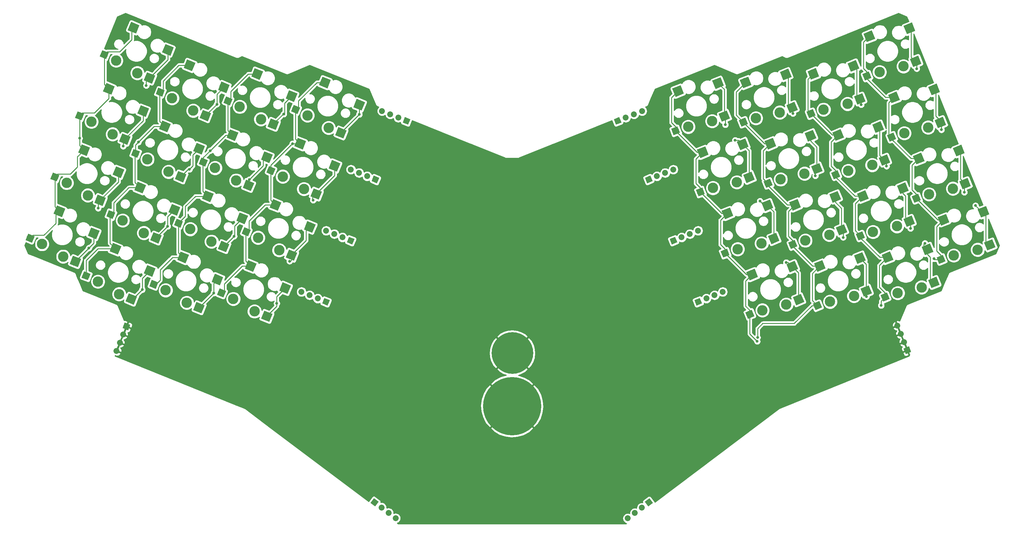
<source format=gbr>
G04 #@! TF.GenerationSoftware,KiCad,Pcbnew,(5.1.4)-1*
G04 #@! TF.CreationDate,2023-11-05T18:19:26-05:00*
G04 #@! TF.ProjectId,ThumbsUp,5468756d-6273-4557-902e-6b696361645f,rev?*
G04 #@! TF.SameCoordinates,Original*
G04 #@! TF.FileFunction,Copper,L2,Bot*
G04 #@! TF.FilePolarity,Positive*
%FSLAX46Y46*%
G04 Gerber Fmt 4.6, Leading zero omitted, Abs format (unit mm)*
G04 Created by KiCad (PCBNEW (5.1.4)-1) date 2023-11-05 18:19:26*
%MOMM*%
%LPD*%
G04 APERTURE LIST*
%ADD10C,1.700000*%
%ADD11C,1.700000*%
%ADD12C,0.100000*%
%ADD13C,3.000000*%
%ADD14C,2.000000*%
%ADD15C,2.500000*%
%ADD16C,2.600000*%
%ADD17C,0.900000*%
%ADD18C,12.000000*%
%ADD19C,1.100000*%
%ADD20C,16.800000*%
%ADD21C,0.800000*%
%ADD22C,0.254000*%
G04 APERTURE END LIST*
D10*
X180794070Y-218967519D03*
D11*
X180794070Y-218967519D02*
X180794070Y-218967519D01*
D10*
X178439023Y-219919020D03*
D11*
X178439023Y-219919020D02*
X178439023Y-219919020D01*
D10*
X176083976Y-220870520D03*
D11*
X176083976Y-220870520D02*
X176083976Y-220870520D01*
D10*
X173728929Y-221822021D03*
D12*
G36*
X174835451Y-222291712D02*
G01*
X173259238Y-222928543D01*
X172622407Y-221352330D01*
X174198620Y-220715499D01*
X174835451Y-222291712D01*
X174835451Y-222291712D01*
G37*
D10*
X204001013Y-271067785D03*
D11*
X204001013Y-271067785D02*
X204001013Y-271067785D01*
D10*
X201645966Y-272019286D03*
D11*
X201645966Y-272019286D02*
X201645966Y-272019286D01*
D10*
X199290919Y-272970786D03*
D11*
X199290919Y-272970786D02*
X199290919Y-272970786D01*
D10*
X196935872Y-273922287D03*
D12*
G36*
X198042394Y-274391978D02*
G01*
X196466181Y-275028809D01*
X195829350Y-273452596D01*
X197405563Y-272815765D01*
X198042394Y-274391978D01*
X198042394Y-274391978D01*
G37*
D10*
X96906902Y-235836224D03*
D11*
X96906902Y-235836224D02*
X96906902Y-235836224D01*
D10*
X99261949Y-236787725D03*
D11*
X99261949Y-236787725D02*
X99261949Y-236787725D01*
D10*
X101616996Y-237739225D03*
D11*
X101616996Y-237739225D02*
X101616996Y-237739225D01*
D10*
X103972043Y-238690726D03*
D12*
G36*
X103502352Y-237584204D02*
G01*
X105078565Y-238221035D01*
X104441734Y-239797248D01*
X102865521Y-239160417D01*
X103502352Y-237584204D01*
X103502352Y-237584204D01*
G37*
D10*
X196883488Y-253451292D03*
D11*
X196883488Y-253451292D02*
X196883488Y-253451292D01*
D10*
X194528441Y-254402793D03*
D11*
X194528441Y-254402793D02*
X194528441Y-254402793D01*
D10*
X192173394Y-255354293D03*
D11*
X192173394Y-255354293D02*
X192173394Y-255354293D01*
D10*
X189818347Y-256305794D03*
D12*
G36*
X190924869Y-256775485D02*
G01*
X189348656Y-257412316D01*
X188711825Y-255836103D01*
X190288038Y-255199272D01*
X190924869Y-256775485D01*
X190924869Y-256775485D01*
G37*
D10*
X89789377Y-253452717D03*
D11*
X89789377Y-253452717D02*
X89789377Y-253452717D01*
D10*
X92144424Y-254404218D03*
D11*
X92144424Y-254404218D02*
X92144424Y-254404218D01*
D10*
X94499471Y-255355718D03*
D11*
X94499471Y-255355718D02*
X94499471Y-255355718D01*
D10*
X96854518Y-256307219D03*
D12*
G36*
X96384827Y-255200697D02*
G01*
X97961040Y-255837528D01*
X97324209Y-257413741D01*
X95747996Y-256776910D01*
X96384827Y-255200697D01*
X96384827Y-255200697D01*
G37*
D10*
X105878795Y-218968944D03*
D11*
X105878795Y-218968944D02*
X105878795Y-218968944D01*
D10*
X108233842Y-219920445D03*
D11*
X108233842Y-219920445D02*
X108233842Y-219920445D01*
D10*
X110588889Y-220871945D03*
D11*
X110588889Y-220871945D02*
X110588889Y-220871945D01*
D10*
X112943936Y-221823446D03*
D12*
G36*
X112474245Y-220716924D02*
G01*
X114050458Y-221353755D01*
X113413627Y-222929968D01*
X111837414Y-222293137D01*
X112474245Y-220716924D01*
X112474245Y-220716924D01*
G37*
D10*
X254313951Y-280809587D03*
D11*
X254313951Y-280809587D02*
X254313951Y-280809587D01*
D10*
X255265452Y-283164634D03*
D11*
X255265452Y-283164634D02*
X255265452Y-283164634D01*
D10*
X256216952Y-285519681D03*
D11*
X256216952Y-285519681D02*
X256216952Y-285519681D01*
D10*
X257168453Y-287874728D03*
D12*
G36*
X257638144Y-286768206D02*
G01*
X258274975Y-288344419D01*
X256698762Y-288981250D01*
X256061931Y-287405037D01*
X257638144Y-286768206D01*
X257638144Y-286768206D01*
G37*
D10*
X82671851Y-271069210D03*
D11*
X82671851Y-271069210D02*
X82671851Y-271069210D01*
D10*
X85026898Y-272020711D03*
D11*
X85026898Y-272020711D02*
X85026898Y-272020711D01*
D10*
X87381945Y-272972211D03*
D11*
X87381945Y-272972211D02*
X87381945Y-272972211D01*
D10*
X89736992Y-273923712D03*
D12*
G36*
X89267301Y-272817190D02*
G01*
X90843514Y-273454021D01*
X90206683Y-275030234D01*
X88630470Y-274393403D01*
X89267301Y-272817190D01*
X89267301Y-272817190D01*
G37*
D10*
X189765963Y-235834799D03*
D11*
X189765963Y-235834799D02*
X189765963Y-235834799D01*
D10*
X187410916Y-236786300D03*
D11*
X187410916Y-236786300D02*
X187410916Y-236786300D01*
D10*
X185055869Y-237737800D03*
D11*
X185055869Y-237737800D02*
X185055869Y-237737800D01*
D10*
X182700822Y-238689301D03*
D12*
G36*
X183807344Y-239158992D02*
G01*
X182231131Y-239795823D01*
X181594300Y-238219610D01*
X183170513Y-237582779D01*
X183807344Y-239158992D01*
X183807344Y-239158992D01*
G37*
D13*
X50685997Y-252985786D03*
D14*
X47275080Y-251284126D03*
D12*
G36*
X45973290Y-251836703D02*
G01*
X46722503Y-249982336D01*
X48576870Y-250731549D01*
X47827657Y-252585916D01*
X45973290Y-251836703D01*
X45973290Y-251836703D01*
G37*
D15*
X60306246Y-258005080D03*
D12*
G36*
X58655828Y-258686436D02*
G01*
X59592345Y-256368477D01*
X61956664Y-257323724D01*
X61020147Y-259641683D01*
X58655828Y-258686436D01*
X58655828Y-258686436D01*
G37*
D13*
X56782947Y-256581575D03*
D16*
X65603478Y-249899221D03*
D12*
G36*
X63911150Y-250617571D02*
G01*
X64885128Y-248206893D01*
X67295806Y-249180871D01*
X66321828Y-251591549D01*
X63911150Y-250617571D01*
X63911150Y-250617571D01*
G37*
D16*
X55718639Y-243532710D03*
D12*
G36*
X54026311Y-244251060D02*
G01*
X55000289Y-241840382D01*
X57410967Y-242814360D01*
X56436989Y-245225038D01*
X54026311Y-244251060D01*
X54026311Y-244251060D01*
G37*
D13*
X77293048Y-237850899D03*
D14*
X73882131Y-236149239D03*
D12*
G36*
X72580341Y-236701816D02*
G01*
X73329554Y-234847449D01*
X75183921Y-235596662D01*
X74434708Y-237451029D01*
X72580341Y-236701816D01*
X72580341Y-236701816D01*
G37*
D15*
X86913297Y-242870193D03*
D12*
G36*
X85262879Y-243551549D02*
G01*
X86199396Y-241233590D01*
X88563715Y-242188837D01*
X87627198Y-244506796D01*
X85262879Y-243551549D01*
X85262879Y-243551549D01*
G37*
D13*
X83389998Y-241446688D03*
D16*
X92210529Y-234764334D03*
D12*
G36*
X90518201Y-235482684D02*
G01*
X91492179Y-233072006D01*
X93902857Y-234045984D01*
X92928879Y-236456662D01*
X90518201Y-235482684D01*
X90518201Y-235482684D01*
G37*
D16*
X82325690Y-228397823D03*
D12*
G36*
X80633362Y-229116173D02*
G01*
X81607340Y-226705495D01*
X84018018Y-227679473D01*
X83044040Y-230090151D01*
X80633362Y-229116173D01*
X80633362Y-229116173D01*
G37*
D13*
X213562761Y-221043301D03*
D14*
X209927080Y-222188651D03*
D12*
G36*
X209374503Y-223490441D02*
G01*
X208625290Y-221636074D01*
X210479657Y-220886861D01*
X211228870Y-222741228D01*
X209374503Y-223490441D01*
X209374503Y-223490441D01*
G37*
D15*
X223969684Y-217971093D03*
D12*
G36*
X223255783Y-219607696D02*
G01*
X222319266Y-217289737D01*
X224683585Y-216334490D01*
X225620102Y-218652449D01*
X223255783Y-219607696D01*
X223255783Y-219607696D01*
G37*
D13*
X220446385Y-219394598D03*
D16*
X222149391Y-208460459D03*
D12*
G36*
X221431041Y-210152787D02*
G01*
X220457063Y-207742109D01*
X222867741Y-206768131D01*
X223841719Y-209178809D01*
X221431041Y-210152787D01*
X221431041Y-210152787D01*
G37*
D16*
X210616283Y-210747361D03*
D12*
G36*
X209897933Y-212439689D02*
G01*
X208923955Y-210029011D01*
X211334633Y-209055033D01*
X212308611Y-211465711D01*
X209897933Y-212439689D01*
X209897933Y-212439689D01*
G37*
D13*
X29313454Y-204444933D03*
D14*
X25902537Y-202743273D03*
D12*
G36*
X24600747Y-203295850D02*
G01*
X25349960Y-201441483D01*
X27204327Y-202190696D01*
X26455114Y-204045063D01*
X24600747Y-203295850D01*
X24600747Y-203295850D01*
G37*
D15*
X38933703Y-209464227D03*
D12*
G36*
X37283285Y-210145583D02*
G01*
X38219802Y-207827624D01*
X40584121Y-208782871D01*
X39647604Y-211100830D01*
X37283285Y-210145583D01*
X37283285Y-210145583D01*
G37*
D13*
X35410404Y-208040722D03*
D16*
X44230935Y-201358368D03*
D12*
G36*
X42538607Y-202076718D02*
G01*
X43512585Y-199666040D01*
X45923263Y-200640018D01*
X44949285Y-203050696D01*
X42538607Y-202076718D01*
X42538607Y-202076718D01*
G37*
D16*
X34346096Y-194991857D03*
D12*
G36*
X32653768Y-195710207D02*
G01*
X33627746Y-193299529D01*
X36038424Y-194273507D01*
X35064446Y-196684185D01*
X32653768Y-195710207D01*
X32653768Y-195710207D01*
G37*
D13*
X63057998Y-273083885D03*
D14*
X59647081Y-271382225D03*
D12*
G36*
X58345291Y-271934802D02*
G01*
X59094504Y-270080435D01*
X60948871Y-270829648D01*
X60199658Y-272684015D01*
X58345291Y-271934802D01*
X58345291Y-271934802D01*
G37*
D15*
X72678247Y-278103179D03*
D12*
G36*
X71027829Y-278784535D02*
G01*
X71964346Y-276466576D01*
X74328665Y-277421823D01*
X73392148Y-279739782D01*
X71027829Y-278784535D01*
X71027829Y-278784535D01*
G37*
D13*
X69154948Y-276679674D03*
D16*
X77975479Y-269997320D03*
D12*
G36*
X76283151Y-270715670D02*
G01*
X77257129Y-268304992D01*
X79667807Y-269278970D01*
X78693829Y-271689648D01*
X76283151Y-270715670D01*
X76283151Y-270715670D01*
G37*
D16*
X68090640Y-263630809D03*
D12*
G36*
X66398312Y-264349159D02*
G01*
X67372290Y-261938481D01*
X69782968Y-262912459D01*
X68808990Y-265323137D01*
X66398312Y-264349159D01*
X66398312Y-264349159D01*
G37*
D13*
X249170354Y-207735434D03*
D14*
X245534673Y-208880784D03*
D12*
G36*
X244982096Y-210182574D02*
G01*
X244232883Y-208328207D01*
X246087250Y-207578994D01*
X246836463Y-209433361D01*
X244982096Y-210182574D01*
X244982096Y-210182574D01*
G37*
D15*
X259577277Y-204663226D03*
D12*
G36*
X258863376Y-206299829D02*
G01*
X257926859Y-203981870D01*
X260291178Y-203026623D01*
X261227695Y-205344582D01*
X258863376Y-206299829D01*
X258863376Y-206299829D01*
G37*
D13*
X256053978Y-206086731D03*
D16*
X257756984Y-195152592D03*
D12*
G36*
X257038634Y-196844920D02*
G01*
X256064656Y-194434242D01*
X258475334Y-193460264D01*
X259449312Y-195870942D01*
X257038634Y-196844920D01*
X257038634Y-196844920D01*
G37*
D16*
X246223876Y-197439494D03*
D12*
G36*
X245505526Y-199131822D02*
G01*
X244531548Y-196721144D01*
X246942226Y-195747166D01*
X247916204Y-198157844D01*
X245505526Y-199131822D01*
X245505526Y-199131822D01*
G37*
D13*
X256287880Y-225351928D03*
D14*
X252652199Y-226497278D03*
D12*
G36*
X252099622Y-227799068D02*
G01*
X251350409Y-225944701D01*
X253204776Y-225195488D01*
X253953989Y-227049855D01*
X252099622Y-227799068D01*
X252099622Y-227799068D01*
G37*
D15*
X266694803Y-222279720D03*
D12*
G36*
X265980902Y-223916323D02*
G01*
X265044385Y-221598364D01*
X267408704Y-220643117D01*
X268345221Y-222961076D01*
X265980902Y-223916323D01*
X265980902Y-223916323D01*
G37*
D13*
X263171504Y-223703225D03*
D16*
X264874510Y-212769086D03*
D12*
G36*
X264156160Y-214461414D02*
G01*
X263182182Y-212050736D01*
X265592860Y-211076758D01*
X266566838Y-213487436D01*
X264156160Y-214461414D01*
X264156160Y-214461414D01*
G37*
D16*
X253341402Y-215055988D03*
D12*
G36*
X252623052Y-216748316D02*
G01*
X251649074Y-214337638D01*
X254059752Y-213363660D01*
X255033730Y-215774338D01*
X252623052Y-216748316D01*
X252623052Y-216748316D01*
G37*
D13*
X57803522Y-235369293D03*
D14*
X54392605Y-233667633D03*
D12*
G36*
X53090815Y-234220210D02*
G01*
X53840028Y-232365843D01*
X55694395Y-233115056D01*
X54945182Y-234969423D01*
X53090815Y-234220210D01*
X53090815Y-234220210D01*
G37*
D15*
X67423771Y-240388587D03*
D12*
G36*
X65773353Y-241069943D02*
G01*
X66709870Y-238751984D01*
X69074189Y-239707231D01*
X68137672Y-242025190D01*
X65773353Y-241069943D01*
X65773353Y-241069943D01*
G37*
D13*
X63900472Y-238965082D03*
D16*
X72721003Y-232282728D03*
D12*
G36*
X71028675Y-233001078D02*
G01*
X72002653Y-230590400D01*
X74413331Y-231564378D01*
X73439353Y-233975056D01*
X71028675Y-233001078D01*
X71028675Y-233001078D01*
G37*
D16*
X62836164Y-225916217D03*
D12*
G36*
X61143836Y-226634567D02*
G01*
X62117814Y-224223889D01*
X64528492Y-225197867D01*
X63554514Y-227608545D01*
X61143836Y-226634567D01*
X61143836Y-226634567D01*
G37*
D13*
X38313996Y-232887687D03*
D14*
X34903079Y-231186027D03*
D12*
G36*
X33601289Y-231738604D02*
G01*
X34350502Y-229884237D01*
X36204869Y-230633450D01*
X35455656Y-232487817D01*
X33601289Y-231738604D01*
X33601289Y-231738604D01*
G37*
D15*
X47934245Y-237906981D03*
D12*
G36*
X46283827Y-238588337D02*
G01*
X47220344Y-236270378D01*
X49584663Y-237225625D01*
X48648146Y-239543584D01*
X46283827Y-238588337D01*
X46283827Y-238588337D01*
G37*
D13*
X44410946Y-236483476D03*
D16*
X53231477Y-229801122D03*
D12*
G36*
X51539149Y-230519472D02*
G01*
X52513127Y-228108794D01*
X54923805Y-229082772D01*
X53949827Y-231493450D01*
X51539149Y-230519472D01*
X51539149Y-230519472D01*
G37*
D16*
X43346638Y-223434611D03*
D12*
G36*
X41654310Y-224152961D02*
G01*
X42628288Y-221742283D01*
X45038966Y-222716261D01*
X44064988Y-225126939D01*
X41654310Y-224152961D01*
X41654310Y-224152961D01*
G37*
D13*
X215425811Y-276374387D03*
D14*
X211790130Y-277519737D03*
D12*
G36*
X211237553Y-278821527D02*
G01*
X210488340Y-276967160D01*
X212342707Y-276217947D01*
X213091920Y-278072314D01*
X211237553Y-278821527D01*
X211237553Y-278821527D01*
G37*
D15*
X225832734Y-273302179D03*
D12*
G36*
X225118833Y-274938782D02*
G01*
X224182316Y-272620823D01*
X226546635Y-271665576D01*
X227483152Y-273983535D01*
X225118833Y-274938782D01*
X225118833Y-274938782D01*
G37*
D13*
X222309435Y-274725684D03*
D16*
X224012441Y-263791545D03*
D12*
G36*
X223294091Y-265483873D02*
G01*
X222320113Y-263073195D01*
X224730791Y-262099217D01*
X225704769Y-264509895D01*
X223294091Y-265483873D01*
X223294091Y-265483873D01*
G37*
D16*
X212479333Y-266078447D03*
D12*
G36*
X211760983Y-267770775D02*
G01*
X210787005Y-265360097D01*
X213197683Y-264386119D01*
X214171661Y-266796797D01*
X211760983Y-267770775D01*
X211760983Y-267770775D01*
G37*
D13*
X208308286Y-258757893D03*
D14*
X204672605Y-259903243D03*
D12*
G36*
X204120028Y-261205033D02*
G01*
X203370815Y-259350666D01*
X205225182Y-258601453D01*
X205974395Y-260455820D01*
X204120028Y-261205033D01*
X204120028Y-261205033D01*
G37*
D15*
X218715209Y-255685685D03*
D12*
G36*
X218001308Y-257322288D02*
G01*
X217064791Y-255004329D01*
X219429110Y-254049082D01*
X220365627Y-256367041D01*
X218001308Y-257322288D01*
X218001308Y-257322288D01*
G37*
D13*
X215191910Y-257109190D03*
D16*
X216894916Y-246175051D03*
D12*
G36*
X216176566Y-247867379D02*
G01*
X215202588Y-245456701D01*
X217613266Y-244482723D01*
X218587244Y-246893401D01*
X216176566Y-247867379D01*
X216176566Y-247867379D01*
G37*
D16*
X205361808Y-248461953D03*
D12*
G36*
X204643458Y-250154281D02*
G01*
X203669480Y-247743603D01*
X206080158Y-246769625D01*
X207054136Y-249180303D01*
X204643458Y-250154281D01*
X204643458Y-250154281D01*
G37*
D13*
X31196471Y-250504180D03*
D14*
X27785554Y-248802520D03*
D12*
G36*
X26483764Y-249355097D02*
G01*
X27232977Y-247500730D01*
X29087344Y-248249943D01*
X28338131Y-250104310D01*
X26483764Y-249355097D01*
X26483764Y-249355097D01*
G37*
D15*
X40816720Y-255523474D03*
D12*
G36*
X39166302Y-256204830D02*
G01*
X40102819Y-253886871D01*
X42467138Y-254842118D01*
X41530621Y-257160077D01*
X39166302Y-256204830D01*
X39166302Y-256204830D01*
G37*
D13*
X37293421Y-254099969D03*
D16*
X46113952Y-247417615D03*
D12*
G36*
X44421624Y-248135965D02*
G01*
X45395602Y-245725287D01*
X47806280Y-246699265D01*
X46832302Y-249109943D01*
X44421624Y-248135965D01*
X44421624Y-248135965D01*
G37*
D16*
X36229113Y-241051104D03*
D12*
G36*
X34536785Y-241769454D02*
G01*
X35510763Y-239358776D01*
X37921441Y-240332754D01*
X36947463Y-242743432D01*
X34536785Y-241769454D01*
X34536785Y-241769454D01*
G37*
D13*
X234915337Y-273892781D03*
D14*
X231279656Y-275038131D03*
D12*
G36*
X230727079Y-276339921D02*
G01*
X229977866Y-274485554D01*
X231832233Y-273736341D01*
X232581446Y-275590708D01*
X230727079Y-276339921D01*
X230727079Y-276339921D01*
G37*
D15*
X245322260Y-270820573D03*
D12*
G36*
X244608359Y-272457176D02*
G01*
X243671842Y-270139217D01*
X246036161Y-269183970D01*
X246972678Y-271501929D01*
X244608359Y-272457176D01*
X244608359Y-272457176D01*
G37*
D13*
X241798961Y-272244078D03*
D16*
X243501967Y-261309939D03*
D12*
G36*
X242783617Y-263002267D02*
G01*
X241809639Y-260591589D01*
X244220317Y-259617611D01*
X245194295Y-262028289D01*
X242783617Y-263002267D01*
X242783617Y-263002267D01*
G37*
D16*
X231968859Y-263596841D03*
D12*
G36*
X231250509Y-265289169D02*
G01*
X230276531Y-262878491D01*
X232687209Y-261904513D01*
X233661187Y-264315191D01*
X231250509Y-265289169D01*
X231250509Y-265289169D01*
G37*
D13*
X201190760Y-241141400D03*
D14*
X197555079Y-242286750D03*
D12*
G36*
X197002502Y-243588540D02*
G01*
X196253289Y-241734173D01*
X198107656Y-240984960D01*
X198856869Y-242839327D01*
X197002502Y-243588540D01*
X197002502Y-243588540D01*
G37*
D15*
X211597683Y-238069192D03*
D12*
G36*
X210883782Y-239705795D02*
G01*
X209947265Y-237387836D01*
X212311584Y-236432589D01*
X213248101Y-238750548D01*
X210883782Y-239705795D01*
X210883782Y-239705795D01*
G37*
D13*
X208074384Y-239492697D03*
D16*
X209777390Y-228558558D03*
D12*
G36*
X209059040Y-230250886D02*
G01*
X208085062Y-227840208D01*
X210495740Y-226866230D01*
X211469718Y-229276908D01*
X209059040Y-230250886D01*
X209059040Y-230250886D01*
G37*
D16*
X198244282Y-230845460D03*
D12*
G36*
X197525932Y-232537788D02*
G01*
X196551954Y-230127110D01*
X198962632Y-229153132D01*
X199936610Y-231563810D01*
X197525932Y-232537788D01*
X197525932Y-232537788D01*
G37*
D13*
X70175523Y-255467392D03*
D14*
X66764606Y-253765732D03*
D12*
G36*
X65462816Y-254318309D02*
G01*
X66212029Y-252463942D01*
X68066396Y-253213155D01*
X67317183Y-255067522D01*
X65462816Y-254318309D01*
X65462816Y-254318309D01*
G37*
D15*
X79795772Y-260486686D03*
D12*
G36*
X78145354Y-261168042D02*
G01*
X79081871Y-258850083D01*
X81446190Y-259805330D01*
X80509673Y-262123289D01*
X78145354Y-261168042D01*
X78145354Y-261168042D01*
G37*
D13*
X76272473Y-259063181D03*
D16*
X85093004Y-252380827D03*
D12*
G36*
X83400676Y-253099177D02*
G01*
X84374654Y-250688499D01*
X86785332Y-251662477D01*
X85811354Y-254073155D01*
X83400676Y-253099177D01*
X83400676Y-253099177D01*
G37*
D16*
X75208165Y-246014316D03*
D12*
G36*
X73515837Y-246732666D02*
G01*
X74489815Y-244321988D01*
X76900493Y-245295966D01*
X75926515Y-247706644D01*
X73515837Y-246732666D01*
X73515837Y-246732666D01*
G37*
D13*
X233052287Y-218561695D03*
D14*
X229416606Y-219707045D03*
D12*
G36*
X228864029Y-221008835D02*
G01*
X228114816Y-219154468D01*
X229969183Y-218405255D01*
X230718396Y-220259622D01*
X228864029Y-221008835D01*
X228864029Y-221008835D01*
G37*
D15*
X243459210Y-215489487D03*
D12*
G36*
X242745309Y-217126090D02*
G01*
X241808792Y-214808131D01*
X244173111Y-213852884D01*
X245109628Y-216170843D01*
X242745309Y-217126090D01*
X242745309Y-217126090D01*
G37*
D13*
X239935911Y-216912992D03*
D16*
X241638917Y-205978853D03*
D12*
G36*
X240920567Y-207671181D02*
G01*
X239946589Y-205260503D01*
X242357267Y-204286525D01*
X243331245Y-206697203D01*
X240920567Y-207671181D01*
X240920567Y-207671181D01*
G37*
D16*
X230105809Y-208265755D03*
D12*
G36*
X229387459Y-209958083D02*
G01*
X228413481Y-207547405D01*
X230824159Y-206573427D01*
X231798137Y-208984105D01*
X229387459Y-209958083D01*
X229387459Y-209958083D01*
G37*
D13*
X240169813Y-236178188D03*
D14*
X236534132Y-237323538D03*
D12*
G36*
X235981555Y-238625328D02*
G01*
X235232342Y-236770961D01*
X237086709Y-236021748D01*
X237835922Y-237876115D01*
X235981555Y-238625328D01*
X235981555Y-238625328D01*
G37*
D15*
X250576736Y-233105980D03*
D12*
G36*
X249862835Y-234742583D02*
G01*
X248926318Y-232424624D01*
X251290637Y-231469377D01*
X252227154Y-233787336D01*
X249862835Y-234742583D01*
X249862835Y-234742583D01*
G37*
D13*
X247053437Y-234529485D03*
D16*
X248756443Y-223595346D03*
D12*
G36*
X248038093Y-225287674D02*
G01*
X247064115Y-222876996D01*
X249474793Y-221903018D01*
X250448771Y-224313696D01*
X248038093Y-225287674D01*
X248038093Y-225287674D01*
G37*
D16*
X237223335Y-225882248D03*
D12*
G36*
X236504985Y-227574576D02*
G01*
X235531007Y-225163898D01*
X237941685Y-224189920D01*
X238915663Y-226600598D01*
X236504985Y-227574576D01*
X236504985Y-227574576D01*
G37*
D13*
X194073235Y-223524907D03*
D14*
X190437554Y-224670257D03*
D12*
G36*
X189884977Y-225972047D02*
G01*
X189135764Y-224117680D01*
X190990131Y-223368467D01*
X191739344Y-225222834D01*
X189884977Y-225972047D01*
X189884977Y-225972047D01*
G37*
D15*
X204480158Y-220452699D03*
D12*
G36*
X203766257Y-222089302D02*
G01*
X202829740Y-219771343D01*
X205194059Y-218816096D01*
X206130576Y-221134055D01*
X203766257Y-222089302D01*
X203766257Y-222089302D01*
G37*
D13*
X200956859Y-221876204D03*
D16*
X202659865Y-210942065D03*
D12*
G36*
X201941515Y-212634393D02*
G01*
X200967537Y-210223715D01*
X203378215Y-209249737D01*
X204352193Y-211660415D01*
X201941515Y-212634393D01*
X201941515Y-212634393D01*
G37*
D16*
X191126757Y-213228967D03*
D12*
G36*
X190408407Y-214921295D02*
G01*
X189434429Y-212510617D01*
X191845107Y-211536639D01*
X192819085Y-213947317D01*
X190408407Y-214921295D01*
X190408407Y-214921295D01*
G37*
D13*
X263405405Y-242968421D03*
D14*
X259769724Y-244113771D03*
D12*
G36*
X259217147Y-245415561D02*
G01*
X258467934Y-243561194D01*
X260322301Y-242811981D01*
X261071514Y-244666348D01*
X259217147Y-245415561D01*
X259217147Y-245415561D01*
G37*
D15*
X273812328Y-239896213D03*
D12*
G36*
X273098427Y-241532816D02*
G01*
X272161910Y-239214857D01*
X274526229Y-238259610D01*
X275462746Y-240577569D01*
X273098427Y-241532816D01*
X273098427Y-241532816D01*
G37*
D13*
X270289029Y-241319718D03*
D16*
X271992035Y-230385579D03*
D12*
G36*
X271273685Y-232077907D02*
G01*
X270299707Y-229667229D01*
X272710385Y-228693251D01*
X273684363Y-231103929D01*
X271273685Y-232077907D01*
X271273685Y-232077907D01*
G37*
D16*
X260458927Y-232672481D03*
D12*
G36*
X259740577Y-234364809D02*
G01*
X258766599Y-231954131D01*
X261177277Y-230980153D01*
X262151255Y-233390831D01*
X259740577Y-234364809D01*
X259740577Y-234364809D01*
G37*
D13*
X227797812Y-256276287D03*
D14*
X224162131Y-257421637D03*
D12*
G36*
X223609554Y-258723427D02*
G01*
X222860341Y-256869060D01*
X224714708Y-256119847D01*
X225463921Y-257974214D01*
X223609554Y-258723427D01*
X223609554Y-258723427D01*
G37*
D15*
X238204735Y-253204079D03*
D12*
G36*
X237490834Y-254840682D02*
G01*
X236554317Y-252522723D01*
X238918636Y-251567476D01*
X239855153Y-253885435D01*
X237490834Y-254840682D01*
X237490834Y-254840682D01*
G37*
D13*
X234681436Y-254627584D03*
D16*
X236384442Y-243693445D03*
D12*
G36*
X235666092Y-245385773D02*
G01*
X234692114Y-242975095D01*
X237102792Y-242001117D01*
X238076770Y-244411795D01*
X235666092Y-245385773D01*
X235666092Y-245385773D01*
G37*
D16*
X224851334Y-245980347D03*
D12*
G36*
X224132984Y-247672675D02*
G01*
X223159006Y-245261997D01*
X225569684Y-244288019D01*
X226543662Y-246698697D01*
X224132984Y-247672675D01*
X224132984Y-247672675D01*
G37*
D13*
X220680286Y-238659794D03*
D14*
X217044605Y-239805144D03*
D12*
G36*
X216492028Y-241106934D02*
G01*
X215742815Y-239252567D01*
X217597182Y-238503354D01*
X218346395Y-240357721D01*
X216492028Y-241106934D01*
X216492028Y-241106934D01*
G37*
D15*
X231087209Y-235587586D03*
D12*
G36*
X230373308Y-237224189D02*
G01*
X229436791Y-234906230D01*
X231801110Y-233950983D01*
X232737627Y-236268942D01*
X230373308Y-237224189D01*
X230373308Y-237224189D01*
G37*
D13*
X227563910Y-237011091D03*
D16*
X229266916Y-226076952D03*
D12*
G36*
X228548566Y-227769280D02*
G01*
X227574588Y-225358602D01*
X229985266Y-224384624D01*
X230959244Y-226795302D01*
X228548566Y-227769280D01*
X228548566Y-227769280D01*
G37*
D16*
X217733808Y-228363854D03*
D12*
G36*
X217015458Y-230056182D02*
G01*
X216041480Y-227645504D01*
X218452158Y-226671526D01*
X219426136Y-229082204D01*
X217015458Y-230056182D01*
X217015458Y-230056182D01*
G37*
D13*
X270522930Y-260584914D03*
D14*
X266887249Y-261730264D03*
D12*
G36*
X266334672Y-263032054D02*
G01*
X265585459Y-261177687D01*
X267439826Y-260428474D01*
X268189039Y-262282841D01*
X266334672Y-263032054D01*
X266334672Y-263032054D01*
G37*
D15*
X280929853Y-257512706D03*
D12*
G36*
X280215952Y-259149309D02*
G01*
X279279435Y-256831350D01*
X281643754Y-255876103D01*
X282580271Y-258194062D01*
X280215952Y-259149309D01*
X280215952Y-259149309D01*
G37*
D13*
X277406554Y-258936211D03*
D16*
X279109560Y-248002072D03*
D12*
G36*
X278391210Y-249694400D02*
G01*
X277417232Y-247283722D01*
X279827910Y-246309744D01*
X280801888Y-248720422D01*
X278391210Y-249694400D01*
X278391210Y-249694400D01*
G37*
D16*
X267576452Y-250288974D03*
D12*
G36*
X266858102Y-251981302D02*
G01*
X265884124Y-249570624D01*
X268294802Y-248596646D01*
X269268780Y-251007324D01*
X266858102Y-251981302D01*
X266858102Y-251981302D01*
G37*
D13*
X45431521Y-215271193D03*
D14*
X42020604Y-213569533D03*
D12*
G36*
X40718814Y-214122110D02*
G01*
X41468027Y-212267743D01*
X43322394Y-213016956D01*
X42573181Y-214871323D01*
X40718814Y-214122110D01*
X40718814Y-214122110D01*
G37*
D15*
X55051770Y-220290487D03*
D12*
G36*
X53401352Y-220971843D02*
G01*
X54337869Y-218653884D01*
X56702188Y-219609131D01*
X55765671Y-221927090D01*
X53401352Y-220971843D01*
X53401352Y-220971843D01*
G37*
D13*
X51528471Y-218866982D03*
D16*
X60349002Y-212184628D03*
D12*
G36*
X58656674Y-212902978D02*
G01*
X59630652Y-210492300D01*
X62041330Y-211466278D01*
X61067352Y-213876956D01*
X58656674Y-212902978D01*
X58656674Y-212902978D01*
G37*
D16*
X50464163Y-205818117D03*
D12*
G36*
X48771835Y-206536467D02*
G01*
X49745813Y-204125789D01*
X52156491Y-205099767D01*
X51182513Y-207510445D01*
X48771835Y-206536467D01*
X48771835Y-206536467D01*
G37*
D13*
X84410574Y-220234405D03*
D14*
X80999657Y-218532745D03*
D12*
G36*
X79697867Y-219085322D02*
G01*
X80447080Y-217230955D01*
X82301447Y-217980168D01*
X81552234Y-219834535D01*
X79697867Y-219085322D01*
X79697867Y-219085322D01*
G37*
D15*
X94030823Y-225253699D03*
D12*
G36*
X92380405Y-225935055D02*
G01*
X93316922Y-223617096D01*
X95681241Y-224572343D01*
X94744724Y-226890302D01*
X92380405Y-225935055D01*
X92380405Y-225935055D01*
G37*
D13*
X90507524Y-223830194D03*
D16*
X99328055Y-217147840D03*
D12*
G36*
X97635727Y-217866190D02*
G01*
X98609705Y-215455512D01*
X101020383Y-216429490D01*
X100046405Y-218840168D01*
X97635727Y-217866190D01*
X97635727Y-217866190D01*
G37*
D16*
X89443216Y-210781329D03*
D12*
G36*
X87750888Y-211499679D02*
G01*
X88724866Y-209089001D01*
X91135544Y-210062979D01*
X90161566Y-212473657D01*
X87750888Y-211499679D01*
X87750888Y-211499679D01*
G37*
D13*
X247287338Y-253794681D03*
D14*
X243651657Y-254940031D03*
D12*
G36*
X243099080Y-256241821D02*
G01*
X242349867Y-254387454D01*
X244204234Y-253638241D01*
X244953447Y-255492608D01*
X243099080Y-256241821D01*
X243099080Y-256241821D01*
G37*
D15*
X257694261Y-250722473D03*
D12*
G36*
X256980360Y-252359076D02*
G01*
X256043843Y-250041117D01*
X258408162Y-249085870D01*
X259344679Y-251403829D01*
X256980360Y-252359076D01*
X256980360Y-252359076D01*
G37*
D13*
X254170962Y-252145978D03*
D16*
X255873968Y-241211839D03*
D12*
G36*
X255155618Y-242904167D02*
G01*
X254181640Y-240493489D01*
X256592318Y-239519511D01*
X257566296Y-241930189D01*
X255155618Y-242904167D01*
X255155618Y-242904167D01*
G37*
D16*
X244340860Y-243498741D03*
D12*
G36*
X243622510Y-245191069D02*
G01*
X242648532Y-242780391D01*
X245059210Y-241806413D01*
X246033188Y-244217091D01*
X243622510Y-245191069D01*
X243622510Y-245191069D01*
G37*
D13*
X24078945Y-268120673D03*
D14*
X20668028Y-266419013D03*
D12*
G36*
X19366238Y-266971590D02*
G01*
X20115451Y-265117223D01*
X21969818Y-265866436D01*
X21220605Y-267720803D01*
X19366238Y-266971590D01*
X19366238Y-266971590D01*
G37*
D15*
X33699194Y-273139967D03*
D12*
G36*
X32048776Y-273821323D02*
G01*
X32985293Y-271503364D01*
X35349612Y-272458611D01*
X34413095Y-274776570D01*
X32048776Y-273821323D01*
X32048776Y-273821323D01*
G37*
D13*
X30175895Y-271716462D03*
D16*
X38996426Y-265034108D03*
D12*
G36*
X37304098Y-265752458D02*
G01*
X38278076Y-263341780D01*
X40688754Y-264315758D01*
X39714776Y-266726436D01*
X37304098Y-265752458D01*
X37304098Y-265752458D01*
G37*
D16*
X29111587Y-258667597D03*
D12*
G36*
X27419259Y-259385947D02*
G01*
X28393237Y-256975269D01*
X30803915Y-257949247D01*
X29829937Y-260359925D01*
X27419259Y-259385947D01*
X27419259Y-259385947D01*
G37*
D13*
X15078404Y-239677919D03*
D14*
X11667487Y-237976259D03*
D12*
G36*
X10365697Y-238528836D02*
G01*
X11114910Y-236674469D01*
X12969277Y-237423682D01*
X12220064Y-239278049D01*
X10365697Y-238528836D01*
X10365697Y-238528836D01*
G37*
D15*
X24698653Y-244697213D03*
D12*
G36*
X23048235Y-245378569D02*
G01*
X23984752Y-243060610D01*
X26349071Y-244015857D01*
X25412554Y-246333816D01*
X23048235Y-245378569D01*
X23048235Y-245378569D01*
G37*
D13*
X21175354Y-243273708D03*
D16*
X29995885Y-236591354D03*
D12*
G36*
X28303557Y-237309704D02*
G01*
X29277535Y-234899026D01*
X31688213Y-235873004D01*
X30714235Y-238283682D01*
X28303557Y-237309704D01*
X28303557Y-237309704D01*
G37*
D16*
X20111046Y-230224843D03*
D12*
G36*
X18418718Y-230943193D02*
G01*
X19392696Y-228532515D01*
X21803374Y-229506493D01*
X20829396Y-231917171D01*
X18418718Y-230943193D01*
X18418718Y-230943193D01*
G37*
D13*
X7960879Y-257294412D03*
D14*
X4549962Y-255592752D03*
D12*
G36*
X3248172Y-256145329D02*
G01*
X3997385Y-254290962D01*
X5851752Y-255040175D01*
X5102539Y-256894542D01*
X3248172Y-256145329D01*
X3248172Y-256145329D01*
G37*
D15*
X17581128Y-262313706D03*
D12*
G36*
X15930710Y-262995062D02*
G01*
X16867227Y-260677103D01*
X19231546Y-261632350D01*
X18295029Y-263950309D01*
X15930710Y-262995062D01*
X15930710Y-262995062D01*
G37*
D13*
X14057829Y-260890201D03*
D16*
X22878360Y-254207847D03*
D12*
G36*
X21186032Y-254926197D02*
G01*
X22160010Y-252515519D01*
X24570688Y-253489497D01*
X23596710Y-255900175D01*
X21186032Y-254926197D01*
X21186032Y-254926197D01*
G37*
D16*
X12993521Y-247841336D03*
D12*
G36*
X11301193Y-248559686D02*
G01*
X12275171Y-246149008D01*
X14685849Y-247122986D01*
X13711871Y-249533664D01*
X11301193Y-248559686D01*
X11301193Y-248559686D01*
G37*
D13*
X43568472Y-270602279D03*
D14*
X40157555Y-268900619D03*
D12*
G36*
X38855765Y-269453196D02*
G01*
X39604978Y-267598829D01*
X41459345Y-268348042D01*
X40710132Y-270202409D01*
X38855765Y-269453196D01*
X38855765Y-269453196D01*
G37*
D15*
X53188721Y-275621573D03*
D12*
G36*
X51538303Y-276302929D02*
G01*
X52474820Y-273984970D01*
X54839139Y-274940217D01*
X53902622Y-277258176D01*
X51538303Y-276302929D01*
X51538303Y-276302929D01*
G37*
D13*
X49665422Y-274198068D03*
D16*
X58485953Y-267515714D03*
D12*
G36*
X56793625Y-268234064D02*
G01*
X57767603Y-265823386D01*
X60178281Y-266797364D01*
X59204303Y-269208042D01*
X56793625Y-268234064D01*
X56793625Y-268234064D01*
G37*
D16*
X48601114Y-261149203D03*
D12*
G36*
X46908786Y-261867553D02*
G01*
X47882764Y-259456875D01*
X50293442Y-260430853D01*
X49319464Y-262841531D01*
X46908786Y-261867553D01*
X46908786Y-261867553D01*
G37*
D13*
X64921047Y-217752799D03*
D14*
X61510130Y-216051139D03*
D12*
G36*
X60208340Y-216603716D02*
G01*
X60957553Y-214749349D01*
X62811920Y-215498562D01*
X62062707Y-217352929D01*
X60208340Y-216603716D01*
X60208340Y-216603716D01*
G37*
D15*
X74541296Y-222772093D03*
D12*
G36*
X72890878Y-223453449D02*
G01*
X73827395Y-221135490D01*
X76191714Y-222090737D01*
X75255197Y-224408696D01*
X72890878Y-223453449D01*
X72890878Y-223453449D01*
G37*
D13*
X71017997Y-221348588D03*
D16*
X79838528Y-214666234D03*
D12*
G36*
X78146200Y-215384584D02*
G01*
X79120178Y-212973906D01*
X81530856Y-213947884D01*
X80556878Y-216358562D01*
X78146200Y-215384584D01*
X78146200Y-215384584D01*
G37*
D16*
X69953689Y-208299723D03*
D12*
G36*
X68261361Y-209018073D02*
G01*
X69235339Y-206607395D01*
X71646017Y-207581373D01*
X70672039Y-209992051D01*
X68261361Y-209018073D01*
X68261361Y-209018073D01*
G37*
D13*
X22195929Y-222061426D03*
D14*
X18785012Y-220359766D03*
D12*
G36*
X17483222Y-220912343D02*
G01*
X18232435Y-219057976D01*
X20086802Y-219807189D01*
X19337589Y-221661556D01*
X17483222Y-220912343D01*
X17483222Y-220912343D01*
G37*
D15*
X31816178Y-227080720D03*
D12*
G36*
X30165760Y-227762076D02*
G01*
X31102277Y-225444117D01*
X33466596Y-226399364D01*
X32530079Y-228717323D01*
X30165760Y-227762076D01*
X30165760Y-227762076D01*
G37*
D13*
X28292879Y-225657215D03*
D16*
X37113410Y-218974861D03*
D12*
G36*
X35421082Y-219693211D02*
G01*
X36395060Y-217282533D01*
X38805738Y-218256511D01*
X37831760Y-220667189D01*
X35421082Y-219693211D01*
X35421082Y-219693211D01*
G37*
D16*
X27228571Y-212608350D03*
D12*
G36*
X25536243Y-213326700D02*
G01*
X26510221Y-210916022D01*
X28920899Y-211890000D01*
X27946921Y-214300678D01*
X25536243Y-213326700D01*
X25536243Y-213326700D01*
G37*
D13*
X254404863Y-271411175D03*
D14*
X250769182Y-272556525D03*
D12*
G36*
X250216605Y-273858315D02*
G01*
X249467392Y-272003948D01*
X251321759Y-271254735D01*
X252070972Y-273109102D01*
X250216605Y-273858315D01*
X250216605Y-273858315D01*
G37*
D15*
X264811786Y-268338967D03*
D12*
G36*
X264097885Y-269975570D02*
G01*
X263161368Y-267657611D01*
X265525687Y-266702364D01*
X266462204Y-269020323D01*
X264097885Y-269975570D01*
X264097885Y-269975570D01*
G37*
D13*
X261288487Y-269762472D03*
D16*
X262991493Y-258828333D03*
D12*
G36*
X262273143Y-260520661D02*
G01*
X261299165Y-258109983D01*
X263709843Y-257136005D01*
X264683821Y-259546683D01*
X262273143Y-260520661D01*
X262273143Y-260520661D01*
G37*
D16*
X251458385Y-261115235D03*
D12*
G36*
X250740035Y-262807563D02*
G01*
X249766057Y-260396885D01*
X252176735Y-259422907D01*
X253150713Y-261833585D01*
X250740035Y-262807563D01*
X250740035Y-262807563D01*
G37*
D10*
X29428166Y-288088068D03*
D11*
X29428166Y-288088068D02*
X29428166Y-288088068D01*
D10*
X30379667Y-285733021D03*
D11*
X30379667Y-285733021D02*
X30379667Y-285733021D01*
D10*
X31331167Y-283377974D03*
D11*
X31331167Y-283377974D02*
X31331167Y-283377974D01*
D10*
X32282668Y-281022927D03*
D12*
G36*
X31176146Y-281492618D02*
G01*
X31812977Y-279916405D01*
X33389190Y-280553236D01*
X32752359Y-282129449D01*
X31176146Y-281492618D01*
X31176146Y-281492618D01*
G37*
D10*
X109815603Y-336255830D03*
D11*
X109815603Y-336255830D02*
X109815603Y-336255830D01*
D10*
X107787068Y-334727220D03*
D11*
X107787068Y-334727220D02*
X107787068Y-334727220D01*
D10*
X105758534Y-333198610D03*
D11*
X105758534Y-333198610D02*
X105758534Y-333198610D01*
D10*
X103730000Y-331670000D03*
D12*
G36*
X103897297Y-332860383D02*
G01*
X102539617Y-331837297D01*
X103562703Y-330479617D01*
X104920383Y-331502703D01*
X103897297Y-332860383D01*
X103897297Y-332860383D01*
G37*
D10*
X176642158Y-336305925D03*
D11*
X176642158Y-336305925D02*
X176642158Y-336305925D01*
D10*
X178670693Y-334777315D03*
D11*
X178670693Y-334777315D02*
X178670693Y-334777315D01*
D10*
X180699227Y-333248705D03*
D11*
X180699227Y-333248705D02*
X180699227Y-333248705D01*
D10*
X182727761Y-331720095D03*
D12*
G36*
X181537378Y-331552798D02*
G01*
X182895058Y-330529712D01*
X183918144Y-331887392D01*
X182560464Y-332910478D01*
X181537378Y-331552798D01*
X181537378Y-331552798D01*
G37*
D17*
X140248019Y-285488019D03*
X138930000Y-288670000D03*
X140248019Y-291851981D03*
X143430000Y-293170000D03*
X146611981Y-291851981D03*
X147930000Y-288670000D03*
X146611981Y-285488019D03*
X143430000Y-284170000D03*
D18*
X143430000Y-288670000D03*
D19*
X147784773Y-299515227D03*
X143330000Y-297670000D03*
X138875227Y-299515227D03*
X137030000Y-303970000D03*
X138875227Y-308424773D03*
X143330000Y-310270000D03*
X147784773Y-308424773D03*
X149630000Y-303970000D03*
D20*
X143330000Y-303970000D03*
D21*
X99328055Y-219956467D03*
X77580000Y-219870000D03*
X58330000Y-217020000D03*
X37980000Y-211620000D03*
X18785012Y-226825012D03*
X35730000Y-227920000D03*
X56405000Y-230395000D03*
X80130000Y-228370000D03*
X86061142Y-244638858D03*
X67669892Y-238730108D03*
X50430000Y-235770000D03*
X31330000Y-229120000D03*
X79261142Y-262238858D03*
X63305000Y-255045000D03*
X44130000Y-252210194D03*
X24130000Y-246970000D03*
X75580000Y-274370000D03*
X57416619Y-271393675D03*
X36830000Y-270420000D03*
X21477417Y-258417417D03*
X222280000Y-262597000D03*
X245409611Y-272394208D03*
X262230000Y-257069999D03*
X276780000Y-246220000D03*
X214730000Y-244920000D03*
X238680000Y-255370000D03*
X258080000Y-252770000D03*
X273580000Y-242370000D03*
X207580000Y-227370000D03*
X230680000Y-237620000D03*
X251180000Y-234870000D03*
X266980000Y-224370000D03*
X259880000Y-206770000D03*
X243880000Y-217120000D03*
X224230000Y-219670000D03*
X204730000Y-222920000D03*
X264830000Y-261520000D03*
X249630000Y-274970000D03*
X214029840Y-284224984D03*
X213930000Y-285320000D03*
D22*
X99328055Y-219956467D02*
X94030823Y-225253699D01*
X99328055Y-217147840D02*
X99328055Y-219956467D01*
X77830000Y-220020000D02*
X77293389Y-220020000D01*
X79838528Y-214666234D02*
X77830000Y-216674762D01*
X77293389Y-220020000D02*
X75572221Y-221741168D01*
X75572221Y-221741168D02*
X74541296Y-222772093D01*
X77830000Y-216674762D02*
X77830000Y-220020000D01*
X56090438Y-219259562D02*
X56082695Y-219259562D01*
X56082695Y-219259562D02*
X55051770Y-220290487D01*
X58330000Y-217020000D02*
X56090438Y-219259562D01*
X60349002Y-212184628D02*
X58330000Y-214203630D01*
X58330000Y-214203630D02*
X58330000Y-217020000D01*
X37980000Y-210417930D02*
X38933703Y-209464227D01*
X38933703Y-209464227D02*
X44230935Y-204166995D01*
X37980000Y-211620000D02*
X37980000Y-210417930D01*
X44230935Y-204166995D02*
X44230935Y-201358368D01*
X20111046Y-230224843D02*
X18180000Y-232155889D01*
X18180000Y-235069973D02*
X16112596Y-237137377D01*
X18785012Y-220359766D02*
X18785012Y-226825012D01*
X18180000Y-232155889D02*
X18180000Y-235069973D01*
X12506369Y-237137377D02*
X11667487Y-237976259D01*
X16112596Y-237137377D02*
X12506369Y-237137377D01*
X18785012Y-226825012D02*
X18785012Y-228898809D01*
X27228571Y-212608350D02*
X27228571Y-215321429D01*
X23029116Y-219520884D02*
X19623894Y-219520884D01*
X34346096Y-194991857D02*
X33784753Y-195553200D01*
X33784753Y-195553200D02*
X33784753Y-198465247D01*
X11667487Y-246515302D02*
X12993521Y-247841336D01*
X11924187Y-248910670D02*
X11924187Y-251325813D01*
X12993521Y-247841336D02*
X11924187Y-248910670D01*
X11924187Y-251325813D02*
X8496130Y-254753870D01*
X8496130Y-254753870D02*
X5388844Y-254753870D01*
X18785012Y-228898809D02*
X20111046Y-230224843D01*
X30345609Y-201904391D02*
X26741419Y-201904391D01*
X26741419Y-201904391D02*
X25902537Y-202743273D01*
X33784753Y-198465247D02*
X30345609Y-201904391D01*
X11667487Y-237976259D02*
X11667487Y-246515302D01*
X19623894Y-219520884D02*
X18785012Y-220359766D01*
X5388844Y-254753870D02*
X4549962Y-255592752D01*
X25902537Y-202743273D02*
X25902537Y-211282316D01*
X25902537Y-211282316D02*
X27228571Y-212608350D01*
X27228571Y-215321429D02*
X23029116Y-219520884D01*
X42020604Y-213569533D02*
X42859486Y-212730651D01*
X42859486Y-210340514D02*
X47381883Y-205818117D01*
X47381883Y-205818117D02*
X50464163Y-205818117D01*
X34780000Y-239601991D02*
X34780000Y-231309106D01*
X36229113Y-241051104D02*
X34780000Y-239601991D01*
X27530000Y-257086010D02*
X27530000Y-249058074D01*
X32998896Y-241051104D02*
X36229113Y-241051104D01*
X29111587Y-258667597D02*
X24040204Y-258667597D01*
X20668028Y-262039773D02*
X20668028Y-265240479D01*
X27785554Y-248802520D02*
X28624436Y-247963638D01*
X29111587Y-258667597D02*
X27530000Y-257086010D01*
X43346638Y-223434611D02*
X40215389Y-223434611D01*
X28624436Y-247963638D02*
X28624436Y-245425564D01*
X42859486Y-212730651D02*
X42859486Y-210340514D01*
X41880000Y-213710137D02*
X42020604Y-213569533D01*
X40215389Y-223434611D02*
X36129999Y-227520001D01*
X36129999Y-227520001D02*
X35730000Y-227920000D01*
X43346638Y-223434611D02*
X41880000Y-221967973D01*
X20668028Y-265240479D02*
X20668028Y-266419013D01*
X41880000Y-221967973D02*
X41880000Y-213710137D01*
X27530000Y-249058074D02*
X27785554Y-248802520D01*
X34780000Y-231309106D02*
X34903079Y-231186027D01*
X28624436Y-245425564D02*
X32998896Y-241051104D01*
X35330001Y-228319999D02*
X35730000Y-227920000D01*
X34903079Y-228746921D02*
X35330001Y-228319999D01*
X24040204Y-258667597D02*
X20668028Y-262039773D01*
X34903079Y-231186027D02*
X34903079Y-228746921D01*
X48601114Y-261149203D02*
X45550797Y-261149203D01*
X41980000Y-264720000D02*
X41980000Y-267720000D01*
X56405000Y-230395000D02*
X54392605Y-232407395D01*
X55718639Y-243532710D02*
X52167290Y-243532710D01*
X40799381Y-268900619D02*
X40157555Y-268900619D01*
X62349012Y-215212257D02*
X61510130Y-216051139D01*
X45550797Y-261149203D02*
X41980000Y-264720000D01*
X47275080Y-259823169D02*
X48601114Y-261149203D01*
X54330000Y-233730238D02*
X54392605Y-233667633D01*
X67350277Y-208299723D02*
X62349012Y-213300988D01*
X49230000Y-249329206D02*
X47275080Y-251284126D01*
X54392605Y-232407395D02*
X54392605Y-232489099D01*
X41980000Y-267720000D02*
X40799381Y-268900619D01*
X69953689Y-208299723D02*
X67350277Y-208299723D01*
X47275080Y-251284126D02*
X47275080Y-259823169D01*
X62349012Y-213300988D02*
X62349012Y-215212257D01*
X55718639Y-243532710D02*
X54330000Y-242144071D01*
X54392605Y-232489099D02*
X54392605Y-233667633D01*
X60883783Y-225916217D02*
X56405000Y-230395000D01*
X52167290Y-243532710D02*
X49230000Y-246470000D01*
X62836164Y-225916217D02*
X61510130Y-224590183D01*
X62836164Y-225916217D02*
X60883783Y-225916217D01*
X54330000Y-242144071D02*
X54330000Y-233730238D01*
X61510130Y-224590183D02*
X61510130Y-216051139D01*
X49230000Y-246470000D02*
X49230000Y-249329206D01*
X60485963Y-268764037D02*
X65619191Y-263630809D01*
X81838539Y-216061461D02*
X81838539Y-217693863D01*
X66630000Y-253900338D02*
X66764606Y-253765732D01*
X60485963Y-270543343D02*
X60485963Y-268764037D01*
X82325690Y-228397823D02*
X80157823Y-228397823D01*
X73882131Y-234617869D02*
X79730001Y-228769999D01*
X87118671Y-210781329D02*
X81838539Y-216061461D01*
X81838539Y-217693863D02*
X80999657Y-218532745D01*
X89443216Y-210781329D02*
X87118671Y-210781329D01*
X59647081Y-271382225D02*
X60485963Y-270543343D01*
X82325690Y-228397823D02*
X80999657Y-227071790D01*
X80999657Y-227071790D02*
X80999657Y-218532745D01*
X72235684Y-246014316D02*
X67603488Y-250646512D01*
X73882131Y-236149239D02*
X73882131Y-244688282D01*
X67603488Y-250646512D02*
X67603488Y-252926850D01*
X67603488Y-252926850D02*
X66764606Y-253765732D01*
X66630000Y-262170169D02*
X66630000Y-253900338D01*
X73882131Y-244688282D02*
X75208165Y-246014316D01*
X75208165Y-246014316D02*
X72235684Y-246014316D01*
X80157823Y-228397823D02*
X80130000Y-228370000D01*
X68090640Y-263630809D02*
X66630000Y-262170169D01*
X79730001Y-228769999D02*
X80130000Y-228370000D01*
X65619191Y-263630809D02*
X68090640Y-263630809D01*
X73882131Y-236149239D02*
X73882131Y-234617869D01*
X85882372Y-244460088D02*
X86061142Y-244638858D01*
X92210529Y-237572961D02*
X86913297Y-242870193D01*
X92210529Y-234764334D02*
X92210529Y-237572961D01*
X85882372Y-243901118D02*
X85882372Y-244460088D01*
X86913297Y-242870193D02*
X85882372Y-243901118D01*
X67634082Y-238730108D02*
X67669892Y-238730108D01*
X71651669Y-234748331D02*
X68069891Y-238330109D01*
X68069891Y-238330109D02*
X67669892Y-238730108D01*
X71651669Y-233352062D02*
X71651669Y-234748331D01*
X67423771Y-238940419D02*
X67634082Y-238730108D01*
X67423771Y-240388587D02*
X67423771Y-238940419D01*
X72721003Y-232282728D02*
X71651669Y-233352062D01*
X47934245Y-237906981D02*
X50071226Y-235770000D01*
X51430000Y-234770000D02*
X50829999Y-235370001D01*
X51430000Y-231602599D02*
X51430000Y-234770000D01*
X50829999Y-235370001D02*
X50430000Y-235770000D01*
X53231477Y-229801122D02*
X51430000Y-231602599D01*
X50071226Y-235770000D02*
X50430000Y-235770000D01*
X31816178Y-227080720D02*
X37113410Y-221783488D01*
X37113410Y-221783488D02*
X37113410Y-218974861D01*
X31330000Y-229120000D02*
X31330000Y-227566898D01*
X31330000Y-227566898D02*
X31816178Y-227080720D01*
X80826697Y-259455761D02*
X79795772Y-260486686D01*
X79795772Y-260486686D02*
X79795772Y-261934854D01*
X79491768Y-262238858D02*
X79261142Y-262238858D01*
X85093004Y-252380827D02*
X84023670Y-253450161D01*
X84023670Y-256258788D02*
X80826697Y-259455761D01*
X79795772Y-261934854D02*
X79491768Y-262238858D01*
X84023670Y-253450161D02*
X84023670Y-256258788D01*
X63305000Y-255045000D02*
X62430000Y-255920000D01*
X63430000Y-254920000D02*
X63305000Y-255045000D01*
X63430000Y-252072699D02*
X63430000Y-254920000D01*
X65603478Y-249899221D02*
X63430000Y-252072699D01*
X62430000Y-255920000D02*
X62391326Y-255920000D01*
X62391326Y-255920000D02*
X60306246Y-258005080D01*
X46113952Y-247417615D02*
X44130000Y-249401567D01*
X44130000Y-252210194D02*
X41847645Y-254492549D01*
X41847645Y-254492549D02*
X40816720Y-255523474D01*
X44130000Y-249401567D02*
X44130000Y-252210194D01*
X29995885Y-239399981D02*
X29995885Y-236591354D01*
X24698653Y-244697213D02*
X29995885Y-239399981D01*
X24130000Y-246970000D02*
X24130000Y-245265866D01*
X24130000Y-245265866D02*
X24698653Y-244697213D01*
X75580000Y-274370000D02*
X75580000Y-275201426D01*
X75580000Y-275201426D02*
X72678247Y-278103179D01*
X75580000Y-274370000D02*
X75580000Y-272392799D01*
X75580000Y-272392799D02*
X77975479Y-269997320D01*
X57416619Y-271393675D02*
X54219646Y-274590648D01*
X54219646Y-274590648D02*
X53188721Y-275621573D01*
X58485953Y-267515714D02*
X57416619Y-268585048D01*
X57416619Y-268585048D02*
X57416619Y-271393675D01*
X38996426Y-265034108D02*
X36830000Y-267200534D01*
X36830000Y-270420000D02*
X33630000Y-273620000D01*
X33630000Y-273209161D02*
X33699194Y-273139967D01*
X36830000Y-267200534D02*
X36830000Y-270420000D01*
X33630000Y-273620000D02*
X33630000Y-273209161D01*
X21477417Y-258417417D02*
X17581128Y-262313706D01*
X22878360Y-257016474D02*
X21477417Y-258417417D01*
X22878360Y-254207847D02*
X22878360Y-257016474D01*
X225832734Y-265611838D02*
X224012441Y-263791545D01*
X222817896Y-262597000D02*
X224012441Y-263791545D01*
X222280000Y-262597000D02*
X222817896Y-262597000D01*
X225832734Y-273302179D02*
X225832734Y-265611838D01*
X245322260Y-270820573D02*
X245322260Y-263130232D01*
X245322260Y-272306857D02*
X245409611Y-272394208D01*
X245322260Y-270820573D02*
X245322260Y-272306857D01*
X245322260Y-263130232D02*
X243501967Y-261309939D01*
X262991493Y-258828333D02*
X261922159Y-257758999D01*
X264811786Y-268338967D02*
X263780861Y-267308042D01*
X261922159Y-257377840D02*
X262230000Y-257069999D01*
X263780861Y-267308042D02*
X263780861Y-261119796D01*
X261922159Y-257758999D02*
X261922159Y-257377840D01*
X262991493Y-260330428D02*
X262991493Y-258828333D01*
X263780861Y-261119796D02*
X262991493Y-260330428D01*
X280472706Y-257512706D02*
X279780000Y-256820000D01*
X278562072Y-248002072D02*
X279109560Y-248002072D01*
X279780000Y-256820000D02*
X279780000Y-248672512D01*
X276780000Y-246220000D02*
X278562072Y-248002072D01*
X280929853Y-257512706D02*
X280472706Y-257512706D01*
X279780000Y-248672512D02*
X279109560Y-248002072D01*
X214730000Y-244920000D02*
X215985051Y-246175051D01*
X218715209Y-255685685D02*
X218715209Y-247995344D01*
X218715209Y-247995344D02*
X216894916Y-246175051D01*
X215985051Y-246175051D02*
X216894916Y-246175051D01*
X238680000Y-255370000D02*
X238680000Y-253679344D01*
X238680000Y-253679344D02*
X238204735Y-253204079D01*
X238204735Y-251755911D02*
X238204735Y-253204079D01*
X236384442Y-243693445D02*
X236384442Y-245195540D01*
X236384442Y-245195540D02*
X238204735Y-247015833D01*
X238204735Y-247015833D02*
X238204735Y-251755911D01*
X255873968Y-242713934D02*
X255873968Y-241211839D01*
X258080000Y-251108212D02*
X257694261Y-250722473D01*
X256663336Y-249691548D02*
X256663336Y-243503302D01*
X258080000Y-252770000D02*
X258080000Y-251108212D01*
X256663336Y-243503302D02*
X255873968Y-242713934D01*
X257694261Y-250722473D02*
X256663336Y-249691548D01*
X271992035Y-230632035D02*
X271992035Y-230385579D01*
X273812328Y-239896213D02*
X273886115Y-239970000D01*
X273580000Y-240128541D02*
X273812328Y-239896213D01*
X273930000Y-239970000D02*
X272480000Y-238520000D01*
X273580000Y-242370000D02*
X273580000Y-240128541D01*
X272480000Y-238520000D02*
X272480000Y-231120000D01*
X273886115Y-239970000D02*
X273930000Y-239970000D01*
X272480000Y-231120000D02*
X271992035Y-230632035D01*
X207580000Y-227370000D02*
X208588832Y-227370000D01*
X208588832Y-227370000D02*
X209777390Y-228558558D01*
X209777390Y-228558558D02*
X211597683Y-230378851D01*
X211597683Y-230378851D02*
X211597683Y-238069192D01*
X231087209Y-229399340D02*
X231087209Y-234139418D01*
X230680000Y-237620000D02*
X230680000Y-235994795D01*
X229266916Y-227579047D02*
X231087209Y-229399340D01*
X229266916Y-226076952D02*
X229266916Y-227579047D01*
X230680000Y-235994795D02*
X231087209Y-235587586D01*
X231087209Y-234139418D02*
X231087209Y-235587586D01*
X251180000Y-234870000D02*
X251180000Y-233709244D01*
X251180000Y-233709244D02*
X250576736Y-233105980D01*
X249230000Y-224420000D02*
X248756443Y-223946443D01*
X249230000Y-231759244D02*
X249230000Y-224420000D01*
X250576736Y-233105980D02*
X249230000Y-231759244D01*
X248756443Y-223946443D02*
X248756443Y-223595346D01*
X266980000Y-224370000D02*
X266980000Y-222564917D01*
X265330000Y-220470000D02*
X266694803Y-221834803D01*
X266694803Y-221834803D02*
X266694803Y-222279720D01*
X264874510Y-212769086D02*
X265330000Y-213224576D01*
X266980000Y-222564917D02*
X266694803Y-222279720D01*
X265330000Y-213224576D02*
X265330000Y-220470000D01*
X258230000Y-203470000D02*
X258230000Y-195625608D01*
X259577277Y-204663226D02*
X259423226Y-204663226D01*
X258230000Y-195625608D02*
X257756984Y-195152592D01*
X259880000Y-204965949D02*
X259577277Y-204663226D01*
X259880000Y-206770000D02*
X259880000Y-204965949D01*
X259423226Y-204663226D02*
X258230000Y-203470000D01*
X243459210Y-215489487D02*
X242580000Y-214610277D01*
X243880000Y-217120000D02*
X243880000Y-215910277D01*
X242580000Y-214610277D02*
X242580000Y-206919936D01*
X243880000Y-215910277D02*
X243459210Y-215489487D01*
X242580000Y-206919936D02*
X241638917Y-205978853D01*
X224230000Y-219670000D02*
X224230000Y-218231409D01*
X224230000Y-218231409D02*
X223969684Y-217971093D01*
X223818591Y-217820000D02*
X222830000Y-217820000D01*
X223969684Y-217971093D02*
X223818591Y-217820000D01*
X222830000Y-217820000D02*
X222880000Y-217770000D01*
X222880000Y-217770000D02*
X222880000Y-209191068D01*
X222880000Y-209191068D02*
X222149391Y-208460459D01*
X204480158Y-220452699D02*
X204480158Y-212762358D01*
X204480158Y-212762358D02*
X202659865Y-210942065D01*
X204730000Y-222920000D02*
X204730000Y-220702541D01*
X204730000Y-220702541D02*
X204480158Y-220452699D01*
X250865988Y-215055988D02*
X245534673Y-209724673D01*
X267576452Y-250288974D02*
X265944927Y-250288974D01*
X245534673Y-209724673D02*
X245534673Y-208880784D01*
X252652199Y-226497278D02*
X251813317Y-225658396D01*
X251813317Y-225658396D02*
X251813317Y-216584073D01*
X258232481Y-232672481D02*
X252652199Y-227092199D01*
X252272068Y-216125322D02*
X253341402Y-215055988D01*
X266887249Y-260551730D02*
X265630000Y-259294481D01*
X252652199Y-227092199D02*
X252652199Y-226497278D01*
X259769724Y-242935237D02*
X258530000Y-241695513D01*
X265040264Y-261730264D02*
X264830000Y-261520000D01*
X245534673Y-208880784D02*
X245534673Y-207702250D01*
X265630000Y-252235426D02*
X267576452Y-250288974D01*
X266887249Y-261730264D02*
X265040264Y-261730264D01*
X253341402Y-215055988D02*
X250865988Y-215055988D01*
X251813317Y-216584073D02*
X252272068Y-216125322D01*
X258530000Y-241695513D02*
X258530000Y-234601408D01*
X265630000Y-259294481D02*
X265630000Y-252235426D01*
X265944927Y-250288974D02*
X259769724Y-244113771D01*
X259769724Y-244113771D02*
X259769724Y-242935237D01*
X245534673Y-207702250D02*
X244530000Y-206697577D01*
X260458927Y-232672481D02*
X258232481Y-232672481D01*
X258530000Y-234601408D02*
X260458927Y-232672481D01*
X244530000Y-206697577D02*
X244530000Y-199133370D01*
X244530000Y-199133370D02*
X246223876Y-197439494D01*
X266887249Y-261730264D02*
X266887249Y-260551730D01*
X228577724Y-209793840D02*
X229036475Y-209335089D01*
X250769182Y-272556525D02*
X249630000Y-273695707D01*
X228577724Y-218868163D02*
X228577724Y-209793840D01*
X229036475Y-209335089D02*
X230105809Y-208265755D01*
X236534132Y-237323538D02*
X236534132Y-236145004D01*
X235230000Y-234840872D02*
X235230000Y-227875583D01*
X235591809Y-225882248D02*
X229416606Y-219707045D01*
X244340860Y-243498741D02*
X242058741Y-243498741D01*
X235230000Y-227875583D02*
X237223335Y-225882248D01*
X236534132Y-236145004D02*
X235230000Y-234840872D01*
X229416606Y-219707045D02*
X228577724Y-218868163D01*
X249630000Y-273695707D02*
X249630000Y-274404315D01*
X237223335Y-225882248D02*
X235591809Y-225882248D01*
X242058741Y-243498741D02*
X236534132Y-237974132D01*
X249630000Y-274404315D02*
X249630000Y-274970000D01*
X236534132Y-237974132D02*
X236534132Y-237323538D01*
X242130000Y-253418374D02*
X242130000Y-245709601D01*
X249080000Y-269688809D02*
X249080000Y-263493620D01*
X243651657Y-254940031D02*
X242130000Y-253418374D01*
X242130000Y-245709601D02*
X243271526Y-244568075D01*
X243271526Y-244568075D02*
X244340860Y-243498741D01*
X249275235Y-261115235D02*
X243651657Y-255491657D01*
X251458385Y-261115235D02*
X249275235Y-261115235D01*
X243651657Y-255491657D02*
X243651657Y-254940031D01*
X250769182Y-271377991D02*
X249080000Y-269688809D01*
X250769182Y-272556525D02*
X250769182Y-271377991D01*
X249080000Y-263493620D02*
X251458385Y-261115235D01*
X216102283Y-228363854D02*
X209927080Y-222188651D01*
X231968859Y-263596841D02*
X229856841Y-263596841D01*
X217044605Y-239805144D02*
X215680000Y-238440539D01*
X222980000Y-247851681D02*
X222980000Y-255060972D01*
X215680000Y-230417662D02*
X216664474Y-229433188D01*
X214029840Y-281670160D02*
X214029840Y-284224984D01*
X224162131Y-257902131D02*
X224162131Y-257421637D01*
X229780000Y-273538475D02*
X229780000Y-265785700D01*
X209546949Y-211816695D02*
X210616283Y-210747361D01*
X216664474Y-229433188D02*
X217733808Y-228363854D01*
X222980000Y-255060972D02*
X224162131Y-256243103D01*
X224162131Y-256243103D02*
X224162131Y-257421637D01*
X231279656Y-275038131D02*
X229711869Y-275038131D01*
X229711869Y-275038131D02*
X224580000Y-280170000D01*
X224580000Y-280170000D02*
X215530000Y-280170000D01*
X217733808Y-228363854D02*
X216102283Y-228363854D01*
X215530000Y-280170000D02*
X214029840Y-281670160D01*
X207880000Y-213483644D02*
X209546949Y-211816695D01*
X229856841Y-263596841D02*
X224162131Y-257902131D01*
X229780000Y-265785700D02*
X230899525Y-264666175D01*
X230899525Y-264666175D02*
X231968859Y-263596841D01*
X224851334Y-245980347D02*
X222640347Y-245980347D01*
X231279656Y-275038131D02*
X229780000Y-273538475D01*
X222640347Y-245980347D02*
X217044605Y-240384605D01*
X215680000Y-238440539D02*
X215680000Y-230417662D01*
X224851334Y-245980347D02*
X222980000Y-247851681D01*
X217044605Y-240384605D02*
X217044605Y-239805144D01*
X209927080Y-222188651D02*
X207880000Y-220141571D01*
X207880000Y-220141571D02*
X207880000Y-213483644D01*
X198244282Y-230845460D02*
X196612757Y-230845460D01*
X196280000Y-239833137D02*
X197555079Y-241108216D01*
X196280000Y-232809742D02*
X196280000Y-239833137D01*
X198244282Y-230845460D02*
X196280000Y-232809742D01*
X196612757Y-230845460D02*
X190437554Y-224670257D01*
X204672605Y-258724709D02*
X203380000Y-257432104D01*
X211790130Y-277519737D02*
X211790130Y-283180130D01*
X205361808Y-248461953D02*
X203730282Y-248461953D01*
X204672605Y-259903243D02*
X204672605Y-258724709D01*
X203730282Y-248461953D02*
X197555079Y-242286750D01*
X191126757Y-213228967D02*
X189230000Y-215125724D01*
X211790130Y-283180130D02*
X213530001Y-284920001D01*
X197555079Y-241108216D02*
X197555079Y-242286750D01*
X189230000Y-215125724D02*
X189230000Y-222284169D01*
X213530001Y-284920001D02*
X213930000Y-285320000D01*
X189230000Y-222284169D02*
X190437554Y-223491723D01*
X190437554Y-223491723D02*
X190437554Y-224670257D01*
X203380000Y-257432104D02*
X203380000Y-250443761D01*
X203380000Y-250443761D02*
X205361808Y-248461953D01*
X211790130Y-277519737D02*
X211790130Y-276341203D01*
X210630000Y-275181073D02*
X210630000Y-267927780D01*
X210630000Y-267927780D02*
X212479333Y-266078447D01*
X212479333Y-266078447D02*
X210847809Y-266078447D01*
X210847809Y-266078447D02*
X204672605Y-259903243D01*
X211790130Y-276341203D02*
X210630000Y-275181073D01*
G36*
X257011304Y-191812066D02*
G01*
X257550193Y-193145863D01*
X255825630Y-193842632D01*
X255714805Y-193900631D01*
X255617425Y-193979137D01*
X255537232Y-194075132D01*
X255477308Y-194184928D01*
X255439954Y-194304304D01*
X255433559Y-194363899D01*
X255343213Y-194326476D01*
X254930736Y-194244429D01*
X254510178Y-194244429D01*
X254097701Y-194326476D01*
X253709155Y-194487417D01*
X253359474Y-194721066D01*
X253062094Y-195018446D01*
X252828445Y-195368127D01*
X252667504Y-195756673D01*
X252585457Y-196169150D01*
X252585457Y-196589708D01*
X252667504Y-197002185D01*
X252828445Y-197390731D01*
X253062094Y-197740412D01*
X253359474Y-198037792D01*
X253709155Y-198271441D01*
X254097701Y-198432382D01*
X254510178Y-198514429D01*
X254930736Y-198514429D01*
X255343213Y-198432382D01*
X255731759Y-198271441D01*
X256081440Y-198037792D01*
X256378820Y-197740412D01*
X256612469Y-197390731D01*
X256635365Y-197335454D01*
X256679524Y-197372344D01*
X256789320Y-197432268D01*
X256908696Y-197469622D01*
X257033066Y-197482968D01*
X257157650Y-197471794D01*
X257277660Y-197436530D01*
X257468001Y-197359627D01*
X257468001Y-198469436D01*
X257292661Y-198352277D01*
X257022244Y-198240267D01*
X256735171Y-198183165D01*
X256442475Y-198183165D01*
X256155402Y-198240267D01*
X255884985Y-198352277D01*
X255641617Y-198514891D01*
X255434649Y-198721859D01*
X255272035Y-198965227D01*
X255160025Y-199235644D01*
X255102923Y-199522717D01*
X255102923Y-199815413D01*
X255160025Y-200102486D01*
X255272035Y-200372903D01*
X255434649Y-200616271D01*
X255641617Y-200823239D01*
X255884985Y-200985853D01*
X256155402Y-201097863D01*
X256442475Y-201154965D01*
X256735171Y-201154965D01*
X257022244Y-201097863D01*
X257292661Y-200985853D01*
X257468000Y-200868694D01*
X257468000Y-203432577D01*
X257464314Y-203470000D01*
X257468000Y-203507423D01*
X257468000Y-203507425D01*
X257470930Y-203537177D01*
X257399435Y-203622760D01*
X257339511Y-203732556D01*
X257302157Y-203851932D01*
X257288811Y-203976302D01*
X257299985Y-204100886D01*
X257335249Y-204220896D01*
X257421861Y-204435268D01*
X257414961Y-204428368D01*
X257065280Y-204194719D01*
X256676734Y-204033778D01*
X256264257Y-203951731D01*
X255843699Y-203951731D01*
X255431222Y-204033778D01*
X255042676Y-204194719D01*
X254692995Y-204428368D01*
X254395615Y-204725748D01*
X254161966Y-205075429D01*
X254001025Y-205463975D01*
X253918978Y-205876452D01*
X253918978Y-206297010D01*
X254001025Y-206709487D01*
X254161966Y-207098033D01*
X254395615Y-207447714D01*
X254692995Y-207745094D01*
X255042676Y-207978743D01*
X255431222Y-208139684D01*
X255843699Y-208221731D01*
X256264257Y-208221731D01*
X256676734Y-208139684D01*
X257065280Y-207978743D01*
X257414961Y-207745094D01*
X257712341Y-207447714D01*
X257945990Y-207098033D01*
X258106931Y-206709487D01*
X258184055Y-206321762D01*
X258271766Y-206538855D01*
X258329765Y-206649680D01*
X258408271Y-206747060D01*
X258504266Y-206827253D01*
X258614061Y-206887177D01*
X258733438Y-206924531D01*
X258857808Y-206937877D01*
X258858110Y-206937850D01*
X258884774Y-207071898D01*
X258962795Y-207260256D01*
X259076063Y-207429774D01*
X259220226Y-207573937D01*
X259389744Y-207687205D01*
X259578102Y-207765226D01*
X259778061Y-207805000D01*
X259981939Y-207805000D01*
X260181898Y-207765226D01*
X260370256Y-207687205D01*
X260539774Y-207573937D01*
X260683937Y-207429774D01*
X260797205Y-207260256D01*
X260875226Y-207071898D01*
X260915000Y-206871939D01*
X260915000Y-206668061D01*
X260875226Y-206468102D01*
X260797205Y-206279744D01*
X260758771Y-206222223D01*
X261466721Y-205936192D01*
X261577546Y-205878193D01*
X261674926Y-205799687D01*
X261755119Y-205703692D01*
X261815043Y-205593896D01*
X261852397Y-205474520D01*
X261865743Y-205350150D01*
X261854569Y-205225566D01*
X261819305Y-205105556D01*
X260882788Y-202787597D01*
X260824789Y-202676772D01*
X260746283Y-202579392D01*
X260650288Y-202499199D01*
X260540493Y-202439275D01*
X260421116Y-202401921D01*
X260296746Y-202388575D01*
X260172162Y-202399749D01*
X260052152Y-202435013D01*
X258992000Y-202863342D01*
X258992000Y-196743891D01*
X259002222Y-196739761D01*
X264667718Y-210762357D01*
X262943156Y-211459126D01*
X262832331Y-211517125D01*
X262734951Y-211595631D01*
X262654758Y-211691626D01*
X262594834Y-211801422D01*
X262557480Y-211920798D01*
X262551085Y-211980393D01*
X262460739Y-211942970D01*
X262048262Y-211860923D01*
X261627704Y-211860923D01*
X261215227Y-211942970D01*
X260826681Y-212103911D01*
X260477000Y-212337560D01*
X260179620Y-212634940D01*
X259945971Y-212984621D01*
X259785030Y-213373167D01*
X259702983Y-213785644D01*
X259702983Y-214206202D01*
X259785030Y-214618679D01*
X259945971Y-215007225D01*
X260179620Y-215356906D01*
X260477000Y-215654286D01*
X260826681Y-215887935D01*
X261215227Y-216048876D01*
X261627704Y-216130923D01*
X262048262Y-216130923D01*
X262460739Y-216048876D01*
X262849285Y-215887935D01*
X263198966Y-215654286D01*
X263496346Y-215356906D01*
X263729995Y-215007225D01*
X263752891Y-214951948D01*
X263797050Y-214988838D01*
X263906846Y-215048762D01*
X264026222Y-215086116D01*
X264150592Y-215099462D01*
X264275176Y-215088288D01*
X264395186Y-215053024D01*
X264568000Y-214983202D01*
X264568000Y-216074219D01*
X264410187Y-215968771D01*
X264139770Y-215856761D01*
X263852697Y-215799659D01*
X263560001Y-215799659D01*
X263272928Y-215856761D01*
X263002511Y-215968771D01*
X262759143Y-216131385D01*
X262552175Y-216338353D01*
X262389561Y-216581721D01*
X262277551Y-216852138D01*
X262220449Y-217139211D01*
X262220449Y-217431907D01*
X262277551Y-217718980D01*
X262389561Y-217989397D01*
X262552175Y-218232765D01*
X262759143Y-218439733D01*
X263002511Y-218602347D01*
X263272928Y-218714357D01*
X263560001Y-218771459D01*
X263852697Y-218771459D01*
X264139770Y-218714357D01*
X264410187Y-218602347D01*
X264568001Y-218496899D01*
X264568001Y-220432567D01*
X264564314Y-220470000D01*
X264579027Y-220619378D01*
X264622599Y-220763015D01*
X264693355Y-220895392D01*
X264764721Y-220982351D01*
X264788579Y-221011422D01*
X264791640Y-221013934D01*
X264694534Y-221064753D01*
X264597154Y-221143259D01*
X264516961Y-221239254D01*
X264457037Y-221349050D01*
X264419683Y-221468426D01*
X264406337Y-221592796D01*
X264417511Y-221717380D01*
X264452775Y-221837390D01*
X264539387Y-222051762D01*
X264532487Y-222044862D01*
X264182806Y-221811213D01*
X263794260Y-221650272D01*
X263381783Y-221568225D01*
X262961225Y-221568225D01*
X262548748Y-221650272D01*
X262160202Y-221811213D01*
X261810521Y-222044862D01*
X261513141Y-222342242D01*
X261279492Y-222691923D01*
X261118551Y-223080469D01*
X261036504Y-223492946D01*
X261036504Y-223913504D01*
X261118551Y-224325981D01*
X261279492Y-224714527D01*
X261513141Y-225064208D01*
X261810521Y-225361588D01*
X262160202Y-225595237D01*
X262548748Y-225756178D01*
X262961225Y-225838225D01*
X263381783Y-225838225D01*
X263794260Y-225756178D01*
X264182806Y-225595237D01*
X264532487Y-225361588D01*
X264829867Y-225064208D01*
X265063516Y-224714527D01*
X265224457Y-224325981D01*
X265301581Y-223938256D01*
X265389292Y-224155349D01*
X265447291Y-224266174D01*
X265525797Y-224363554D01*
X265621792Y-224443747D01*
X265731587Y-224503671D01*
X265850964Y-224541025D01*
X265961093Y-224552843D01*
X265984774Y-224671898D01*
X266062795Y-224860256D01*
X266176063Y-225029774D01*
X266320226Y-225173937D01*
X266489744Y-225287205D01*
X266678102Y-225365226D01*
X266878061Y-225405000D01*
X267081939Y-225405000D01*
X267281898Y-225365226D01*
X267470256Y-225287205D01*
X267639774Y-225173937D01*
X267783937Y-225029774D01*
X267897205Y-224860256D01*
X267975226Y-224671898D01*
X268015000Y-224471939D01*
X268015000Y-224268061D01*
X267975226Y-224068102D01*
X267897205Y-223879744D01*
X267871174Y-223840786D01*
X268584247Y-223552686D01*
X268695072Y-223494687D01*
X268792452Y-223416181D01*
X268872645Y-223320186D01*
X268932569Y-223210390D01*
X268969923Y-223091014D01*
X268983269Y-222966644D01*
X268972095Y-222842060D01*
X268936831Y-222722050D01*
X268000314Y-220404091D01*
X267942315Y-220293266D01*
X267863809Y-220195886D01*
X267767814Y-220115693D01*
X267658019Y-220055769D01*
X267538642Y-220018415D01*
X267414272Y-220005069D01*
X267289688Y-220016243D01*
X267169678Y-220051507D01*
X266328853Y-220391222D01*
X266092000Y-220154370D01*
X266092000Y-214367466D01*
X266119748Y-214356255D01*
X271785243Y-228378850D01*
X270060681Y-229075619D01*
X269949856Y-229133618D01*
X269852476Y-229212124D01*
X269772283Y-229308119D01*
X269712359Y-229417915D01*
X269675005Y-229537291D01*
X269668610Y-229596886D01*
X269578264Y-229559463D01*
X269165787Y-229477416D01*
X268745229Y-229477416D01*
X268332752Y-229559463D01*
X267944206Y-229720404D01*
X267594525Y-229954053D01*
X267297145Y-230251433D01*
X267063496Y-230601114D01*
X266902555Y-230989660D01*
X266820508Y-231402137D01*
X266820508Y-231822695D01*
X266902555Y-232235172D01*
X267063496Y-232623718D01*
X267297145Y-232973399D01*
X267594525Y-233270779D01*
X267944206Y-233504428D01*
X268332752Y-233665369D01*
X268745229Y-233747416D01*
X269165787Y-233747416D01*
X269578264Y-233665369D01*
X269966810Y-233504428D01*
X270316491Y-233270779D01*
X270613871Y-232973399D01*
X270847520Y-232623718D01*
X270870416Y-232568441D01*
X270914575Y-232605331D01*
X271024371Y-232665255D01*
X271143747Y-232702609D01*
X271268117Y-232715955D01*
X271392701Y-232704781D01*
X271512711Y-232669517D01*
X271718001Y-232586574D01*
X271718001Y-233712411D01*
X271527712Y-233585264D01*
X271257295Y-233473254D01*
X270970222Y-233416152D01*
X270677526Y-233416152D01*
X270390453Y-233473254D01*
X270120036Y-233585264D01*
X269876668Y-233747878D01*
X269669700Y-233954846D01*
X269507086Y-234198214D01*
X269395076Y-234468631D01*
X269337974Y-234755704D01*
X269337974Y-235048400D01*
X269395076Y-235335473D01*
X269507086Y-235605890D01*
X269669700Y-235849258D01*
X269876668Y-236056226D01*
X270120036Y-236218840D01*
X270390453Y-236330850D01*
X270677526Y-236387952D01*
X270970222Y-236387952D01*
X271257295Y-236330850D01*
X271527712Y-236218840D01*
X271718000Y-236091693D01*
X271718000Y-238482577D01*
X271714314Y-238520000D01*
X271718000Y-238557423D01*
X271718000Y-238557425D01*
X271729026Y-238669377D01*
X271748235Y-238732700D01*
X271714679Y-238759752D01*
X271634486Y-238855747D01*
X271574562Y-238965543D01*
X271537208Y-239084919D01*
X271523862Y-239209289D01*
X271535036Y-239333873D01*
X271570300Y-239453883D01*
X271656912Y-239668255D01*
X271650012Y-239661355D01*
X271300331Y-239427706D01*
X270911785Y-239266765D01*
X270499308Y-239184718D01*
X270078750Y-239184718D01*
X269666273Y-239266765D01*
X269277727Y-239427706D01*
X268928046Y-239661355D01*
X268630666Y-239958735D01*
X268397017Y-240308416D01*
X268236076Y-240696962D01*
X268154029Y-241109439D01*
X268154029Y-241529997D01*
X268236076Y-241942474D01*
X268397017Y-242331020D01*
X268630666Y-242680701D01*
X268928046Y-242978081D01*
X269277727Y-243211730D01*
X269666273Y-243372671D01*
X270078750Y-243454718D01*
X270499308Y-243454718D01*
X270911785Y-243372671D01*
X271300331Y-243211730D01*
X271650012Y-242978081D01*
X271947392Y-242680701D01*
X272181041Y-242331020D01*
X272341982Y-241942474D01*
X272419106Y-241554749D01*
X272506817Y-241771842D01*
X272564816Y-241882667D01*
X272628740Y-241961959D01*
X272584774Y-242068102D01*
X272545000Y-242268061D01*
X272545000Y-242471939D01*
X272584774Y-242671898D01*
X272662795Y-242860256D01*
X272776063Y-243029774D01*
X272920226Y-243173937D01*
X273089744Y-243287205D01*
X273278102Y-243365226D01*
X273478061Y-243405000D01*
X273681939Y-243405000D01*
X273881898Y-243365226D01*
X274070256Y-243287205D01*
X274239774Y-243173937D01*
X274383937Y-243029774D01*
X274497205Y-242860256D01*
X274575226Y-242671898D01*
X274615000Y-242471939D01*
X274615000Y-242268061D01*
X274575226Y-242068102D01*
X274497205Y-241879744D01*
X274383937Y-241710226D01*
X274377807Y-241704096D01*
X275701772Y-241169179D01*
X275812597Y-241111180D01*
X275909977Y-241032674D01*
X275990170Y-240936679D01*
X276050094Y-240826883D01*
X276087448Y-240707507D01*
X276100794Y-240583137D01*
X276089620Y-240458553D01*
X276054356Y-240338543D01*
X275117839Y-238020584D01*
X275059840Y-237909759D01*
X274981334Y-237812379D01*
X274885339Y-237732186D01*
X274775544Y-237672262D01*
X274656167Y-237634908D01*
X274531797Y-237621562D01*
X274407213Y-237632736D01*
X274287203Y-237668000D01*
X273242000Y-238090289D01*
X273242000Y-231984449D01*
X278902768Y-245995343D01*
X277998373Y-246360743D01*
X277815000Y-246177370D01*
X277815000Y-246118061D01*
X277775226Y-245918102D01*
X277697205Y-245729744D01*
X277583937Y-245560226D01*
X277439774Y-245416063D01*
X277270256Y-245302795D01*
X277081898Y-245224774D01*
X276881939Y-245185000D01*
X276678061Y-245185000D01*
X276478102Y-245224774D01*
X276289744Y-245302795D01*
X276120226Y-245416063D01*
X275976063Y-245560226D01*
X275862795Y-245729744D01*
X275784774Y-245918102D01*
X275745000Y-246118061D01*
X275745000Y-246321939D01*
X275784774Y-246521898D01*
X275862795Y-246710256D01*
X275976063Y-246879774D01*
X276120226Y-247023937D01*
X276224947Y-247093909D01*
X275862754Y-247093909D01*
X275450277Y-247175956D01*
X275061731Y-247336897D01*
X274712050Y-247570546D01*
X274414670Y-247867926D01*
X274181021Y-248217607D01*
X274020080Y-248606153D01*
X273938033Y-249018630D01*
X273938033Y-249439188D01*
X274020080Y-249851665D01*
X274181021Y-250240211D01*
X274414670Y-250589892D01*
X274712050Y-250887272D01*
X275061731Y-251120921D01*
X275450277Y-251281862D01*
X275862754Y-251363909D01*
X276283312Y-251363909D01*
X276695789Y-251281862D01*
X277084335Y-251120921D01*
X277434016Y-250887272D01*
X277731396Y-250589892D01*
X277965045Y-250240211D01*
X277987941Y-250184934D01*
X278032100Y-250221824D01*
X278141896Y-250281748D01*
X278261272Y-250319102D01*
X278385642Y-250332448D01*
X278510226Y-250321274D01*
X278630236Y-250286010D01*
X279018001Y-250129343D01*
X279018001Y-251493767D01*
X278888605Y-251364371D01*
X278645237Y-251201757D01*
X278374820Y-251089747D01*
X278087747Y-251032645D01*
X277795051Y-251032645D01*
X277507978Y-251089747D01*
X277237561Y-251201757D01*
X276994193Y-251364371D01*
X276787225Y-251571339D01*
X276624611Y-251814707D01*
X276512601Y-252085124D01*
X276455499Y-252372197D01*
X276455499Y-252664893D01*
X276512601Y-252951966D01*
X276624611Y-253222383D01*
X276787225Y-253465751D01*
X276994193Y-253672719D01*
X277237561Y-253835333D01*
X277507978Y-253947343D01*
X277795051Y-254004445D01*
X278087747Y-254004445D01*
X278374820Y-253947343D01*
X278645237Y-253835333D01*
X278888605Y-253672719D01*
X279018000Y-253543324D01*
X279018000Y-256251467D01*
X278929584Y-256297739D01*
X278832204Y-256376245D01*
X278752011Y-256472240D01*
X278692087Y-256582036D01*
X278654733Y-256701412D01*
X278641387Y-256825782D01*
X278652561Y-256950366D01*
X278687825Y-257070376D01*
X278774437Y-257284748D01*
X278767537Y-257277848D01*
X278417856Y-257044199D01*
X278029310Y-256883258D01*
X277616833Y-256801211D01*
X277196275Y-256801211D01*
X276783798Y-256883258D01*
X276395252Y-257044199D01*
X276045571Y-257277848D01*
X275748191Y-257575228D01*
X275514542Y-257924909D01*
X275353601Y-258313455D01*
X275271554Y-258725932D01*
X275271554Y-259146490D01*
X275353601Y-259558967D01*
X275514542Y-259947513D01*
X275748191Y-260297194D01*
X276045571Y-260594574D01*
X276395252Y-260828223D01*
X276783798Y-260989164D01*
X277196275Y-261071211D01*
X277616833Y-261071211D01*
X278029310Y-260989164D01*
X278417856Y-260828223D01*
X278767537Y-260594574D01*
X279064917Y-260297194D01*
X279298566Y-259947513D01*
X279459507Y-259558967D01*
X279536631Y-259171242D01*
X279624342Y-259388335D01*
X279682341Y-259499160D01*
X279760847Y-259596540D01*
X279856842Y-259676733D01*
X279966637Y-259736657D01*
X280086014Y-259774011D01*
X280210384Y-259787357D01*
X280334968Y-259776183D01*
X280454978Y-259740919D01*
X282819297Y-258785672D01*
X282930122Y-258727673D01*
X283027502Y-258649167D01*
X283107695Y-258553172D01*
X283167619Y-258443376D01*
X283204973Y-258324000D01*
X283218319Y-258199630D01*
X283207145Y-258075046D01*
X283171881Y-257955036D01*
X282235364Y-255637077D01*
X282177365Y-255526252D01*
X282098859Y-255428872D01*
X282002864Y-255348679D01*
X281893069Y-255288755D01*
X281773692Y-255251401D01*
X281649322Y-255238055D01*
X281524738Y-255249229D01*
X281404728Y-255284493D01*
X280542000Y-255633058D01*
X280542000Y-250052584D01*
X283628314Y-257691480D01*
X282626281Y-260052124D01*
X269372937Y-265406823D01*
X269341675Y-265416009D01*
X269226487Y-265476291D01*
X269125274Y-265557888D01*
X269041923Y-265657662D01*
X268995245Y-265743186D01*
X268995241Y-265743196D01*
X268979640Y-265771780D01*
X268969915Y-265802859D01*
X267779577Y-268607122D01*
X267779576Y-268607125D01*
X266879089Y-270728542D01*
X257241760Y-274622276D01*
X257210499Y-274631462D01*
X257095311Y-274691744D01*
X256994098Y-274773341D01*
X256910747Y-274873114D01*
X256864070Y-274958639D01*
X256864068Y-274958644D01*
X256848464Y-274987234D01*
X256838737Y-275018319D01*
X254949792Y-279468395D01*
X254683408Y-279371276D01*
X254395708Y-279326835D01*
X254104866Y-279339375D01*
X253936918Y-279537375D01*
X254384128Y-280644260D01*
X254402672Y-280636768D01*
X254497822Y-280872272D01*
X254479278Y-280879764D01*
X254917005Y-281963175D01*
X255335629Y-282999307D01*
X255354173Y-282991815D01*
X255449323Y-283227319D01*
X255430779Y-283234811D01*
X255839920Y-284247468D01*
X255839919Y-284247469D01*
X256287129Y-285354354D01*
X256305673Y-285346862D01*
X256400823Y-285582366D01*
X256382279Y-285589858D01*
X256789383Y-286597475D01*
X257238630Y-287709401D01*
X257257174Y-287701909D01*
X257352324Y-287937413D01*
X257333780Y-287944905D01*
X257783027Y-289056831D01*
X257856819Y-289088153D01*
X257659512Y-289552979D01*
X220372252Y-304618010D01*
X220321528Y-304636562D01*
X220284279Y-304659245D01*
X220245657Y-304679457D01*
X220203648Y-304713324D01*
X184483957Y-331595595D01*
X184427731Y-331503391D01*
X183404645Y-330145711D01*
X183319938Y-330053674D01*
X183218904Y-329979930D01*
X183105424Y-329927315D01*
X182983860Y-329897850D01*
X182858884Y-329892666D01*
X182735297Y-329911964D01*
X182617850Y-329955002D01*
X182511057Y-330020125D01*
X181153377Y-331043211D01*
X181061340Y-331127918D01*
X180987596Y-331228952D01*
X180934981Y-331342432D01*
X180905516Y-331463996D01*
X180900332Y-331588972D01*
X180919630Y-331712559D01*
X180944595Y-331780687D01*
X180772177Y-331763705D01*
X180626277Y-331763705D01*
X180408116Y-331785192D01*
X180128193Y-331870106D01*
X179870213Y-332007999D01*
X179644093Y-332193571D01*
X179458521Y-332419691D01*
X179320628Y-332677671D01*
X179235714Y-332957594D01*
X179207042Y-333248705D01*
X179221204Y-333392490D01*
X178961804Y-333313802D01*
X178743643Y-333292315D01*
X178597743Y-333292315D01*
X178379582Y-333313802D01*
X178099659Y-333398716D01*
X177841679Y-333536609D01*
X177615559Y-333722181D01*
X177429987Y-333948301D01*
X177292094Y-334206281D01*
X177207180Y-334486204D01*
X177178508Y-334777315D01*
X177192670Y-334921101D01*
X176933269Y-334842412D01*
X176715108Y-334820925D01*
X176569208Y-334820925D01*
X176351047Y-334842412D01*
X176071124Y-334927326D01*
X175813144Y-335065219D01*
X175587024Y-335250791D01*
X175401452Y-335476911D01*
X175263559Y-335734891D01*
X175178645Y-336014814D01*
X175149973Y-336305925D01*
X175178645Y-336597036D01*
X175263559Y-336876959D01*
X175401452Y-337134939D01*
X175587024Y-337361059D01*
X175813144Y-337546631D01*
X176071124Y-337684524D01*
X176300761Y-337754184D01*
X176141213Y-337874258D01*
X110512056Y-337874258D01*
X110248902Y-337676211D01*
X110386637Y-337634429D01*
X110644617Y-337496536D01*
X110870737Y-337310964D01*
X111056309Y-337084844D01*
X111194202Y-336826864D01*
X111279116Y-336546941D01*
X111307788Y-336255830D01*
X111279116Y-335964719D01*
X111194202Y-335684796D01*
X111056309Y-335426816D01*
X110870737Y-335200696D01*
X110644617Y-335015124D01*
X110386637Y-334877231D01*
X110106714Y-334792317D01*
X109888553Y-334770830D01*
X109742653Y-334770830D01*
X109524492Y-334792317D01*
X109265091Y-334871006D01*
X109279253Y-334727220D01*
X109250581Y-334436109D01*
X109165667Y-334156186D01*
X109027774Y-333898206D01*
X108842202Y-333672086D01*
X108616082Y-333486514D01*
X108358102Y-333348621D01*
X108078179Y-333263707D01*
X107860018Y-333242220D01*
X107714118Y-333242220D01*
X107495957Y-333263707D01*
X107236557Y-333342395D01*
X107250719Y-333198610D01*
X107222047Y-332907499D01*
X107137133Y-332627576D01*
X106999240Y-332369596D01*
X106813668Y-332143476D01*
X106587548Y-331957904D01*
X106329568Y-331820011D01*
X106049645Y-331735097D01*
X105831484Y-331713610D01*
X105685584Y-331713610D01*
X105513166Y-331730592D01*
X105538131Y-331662464D01*
X105557429Y-331538877D01*
X105552245Y-331413901D01*
X105522780Y-331292337D01*
X105470165Y-331178857D01*
X105396421Y-331077823D01*
X105304384Y-330993116D01*
X103946704Y-329970030D01*
X103839911Y-329904907D01*
X103722464Y-329861869D01*
X103598877Y-329842571D01*
X103473901Y-329847755D01*
X103352337Y-329877220D01*
X103238857Y-329929835D01*
X103137823Y-330003579D01*
X103053116Y-330095616D01*
X102030030Y-331453296D01*
X102014365Y-331478984D01*
X73961293Y-310366532D01*
X137113073Y-310366532D01*
X138096931Y-311388767D01*
X139644813Y-312267139D01*
X141334313Y-312826656D01*
X143100508Y-313045817D01*
X144875522Y-312916199D01*
X146591143Y-312442784D01*
X148181438Y-311643765D01*
X148563069Y-311388767D01*
X149546927Y-310366532D01*
X143330000Y-304149605D01*
X137113073Y-310366532D01*
X73961293Y-310366532D01*
X66449648Y-304713346D01*
X66407611Y-304679457D01*
X66368980Y-304659240D01*
X66331740Y-304636562D01*
X66281046Y-304618021D01*
X64109125Y-303740508D01*
X134254183Y-303740508D01*
X134383801Y-305515522D01*
X134857216Y-307231143D01*
X135656235Y-308821438D01*
X135911233Y-309203069D01*
X136933468Y-310186927D01*
X143150395Y-303970000D01*
X143509605Y-303970000D01*
X149726532Y-310186927D01*
X150748767Y-309203069D01*
X151627139Y-307655187D01*
X152186656Y-305965687D01*
X152405817Y-304199492D01*
X152276199Y-302424478D01*
X151802784Y-300708857D01*
X151003765Y-299118562D01*
X150748767Y-298736931D01*
X149726532Y-297753073D01*
X143509605Y-303970000D01*
X143150395Y-303970000D01*
X136933468Y-297753073D01*
X135911233Y-298736931D01*
X135032861Y-300284813D01*
X134473344Y-301974313D01*
X134254183Y-303740508D01*
X64109125Y-303740508D01*
X48845165Y-297573468D01*
X137113073Y-297573468D01*
X143330000Y-303790395D01*
X149546927Y-297573468D01*
X148563069Y-296551233D01*
X147015187Y-295672861D01*
X145325687Y-295113344D01*
X145118295Y-295087610D01*
X145856330Y-294879928D01*
X147021206Y-294287253D01*
X147245369Y-294137471D01*
X147941423Y-293361028D01*
X143430000Y-288849605D01*
X138918577Y-293361028D01*
X139614631Y-294137471D01*
X140754592Y-294776757D01*
X141637761Y-295064287D01*
X140068857Y-295497216D01*
X138478562Y-296296235D01*
X138096931Y-296551233D01*
X137113073Y-297573468D01*
X48845165Y-297573468D01*
X28993756Y-289552979D01*
X28973877Y-289506148D01*
X28989629Y-289512512D01*
X29051134Y-289360281D01*
X29219081Y-289558280D01*
X29509923Y-289570820D01*
X29797623Y-289526379D01*
X30071125Y-289426665D01*
X30319918Y-289275509D01*
X30534441Y-289078720D01*
X30630986Y-288958957D01*
X30604617Y-288700359D01*
X30195835Y-288535200D01*
X136764259Y-288535200D01*
X136866040Y-289838212D01*
X137220072Y-291096330D01*
X137812747Y-292261206D01*
X137962529Y-292485369D01*
X138738972Y-293181423D01*
X143250395Y-288670000D01*
X143609605Y-288670000D01*
X148121028Y-293181423D01*
X148897471Y-292485369D01*
X149536757Y-291345408D01*
X149941363Y-290102631D01*
X150095741Y-288804800D01*
X150087240Y-288695962D01*
X255898629Y-288695962D01*
X256107152Y-289220276D01*
X256165151Y-289331101D01*
X256243657Y-289428481D01*
X256339653Y-289508674D01*
X256449448Y-289568598D01*
X256568824Y-289605951D01*
X256693194Y-289619298D01*
X256817778Y-289608124D01*
X256937788Y-289572860D01*
X257459801Y-289358640D01*
X257547523Y-289151981D01*
X257098276Y-288040055D01*
X255986350Y-288489302D01*
X255898629Y-288695962D01*
X150087240Y-288695962D01*
X149993960Y-287501788D01*
X149681266Y-286390570D01*
X255014132Y-286390570D01*
X255110677Y-286510333D01*
X255325200Y-286707122D01*
X255573993Y-286858278D01*
X255680309Y-286897039D01*
X255614700Y-286949932D01*
X255534507Y-287045928D01*
X255474583Y-287155723D01*
X255437230Y-287275099D01*
X255423883Y-287399469D01*
X255435057Y-287524053D01*
X255470321Y-287644063D01*
X255684541Y-288166076D01*
X255891200Y-288253798D01*
X257003126Y-287804551D01*
X256553879Y-286692625D01*
X256553878Y-286692625D01*
X256146775Y-285685008D01*
X255040501Y-286131972D01*
X255014132Y-286390570D01*
X149681266Y-286390570D01*
X149639928Y-286243670D01*
X149047253Y-285078794D01*
X148897471Y-284854631D01*
X148121028Y-284158577D01*
X143609605Y-288670000D01*
X143250395Y-288670000D01*
X138738972Y-284158577D01*
X137962529Y-284854631D01*
X137323243Y-285994592D01*
X136918637Y-287237369D01*
X136764259Y-288535200D01*
X30195835Y-288535200D01*
X29498343Y-288253395D01*
X29490851Y-288271939D01*
X29255347Y-288176789D01*
X29262839Y-288158245D01*
X29244295Y-288150753D01*
X29297974Y-288017891D01*
X29593493Y-288017891D01*
X30699767Y-288464854D01*
X30898373Y-288297152D01*
X30912118Y-288143935D01*
X30894504Y-287853357D01*
X30820539Y-287571798D01*
X30693066Y-287310080D01*
X30604632Y-287193652D01*
X30749124Y-287171332D01*
X31022626Y-287071618D01*
X31271419Y-286920462D01*
X31485942Y-286723673D01*
X31582487Y-286603910D01*
X31556118Y-286345312D01*
X30449844Y-285898348D01*
X30040704Y-286911006D01*
X29593493Y-288017891D01*
X29297974Y-288017891D01*
X29339445Y-287915249D01*
X29357989Y-287922741D01*
X29770949Y-286900627D01*
X30214340Y-285803198D01*
X30195796Y-285795706D01*
X30249475Y-285662844D01*
X30544994Y-285662844D01*
X31651268Y-286109807D01*
X31849874Y-285942105D01*
X31863619Y-285788888D01*
X31846005Y-285498310D01*
X31772040Y-285216751D01*
X31644567Y-284955033D01*
X31556132Y-284838605D01*
X31700624Y-284816285D01*
X31974126Y-284716571D01*
X32222919Y-284565415D01*
X32437442Y-284368626D01*
X32533987Y-284248863D01*
X32507618Y-283990265D01*
X32479667Y-283978972D01*
X138918577Y-283978972D01*
X143430000Y-288490395D01*
X147941423Y-283978972D01*
X147245369Y-283202529D01*
X146105408Y-282563243D01*
X144862631Y-282158637D01*
X143564800Y-282004259D01*
X142261788Y-282106040D01*
X141003670Y-282460072D01*
X139838794Y-283052747D01*
X139614631Y-283202529D01*
X138918577Y-283978972D01*
X32479667Y-283978972D01*
X31401344Y-283543301D01*
X30954134Y-284650186D01*
X30954135Y-284650187D01*
X30544994Y-285662844D01*
X30249475Y-285662844D01*
X30290946Y-285560202D01*
X30309490Y-285567694D01*
X30756700Y-284460809D01*
X30756699Y-284460808D01*
X31165840Y-283448151D01*
X31147296Y-283440659D01*
X31200975Y-283307797D01*
X31496494Y-283307797D01*
X32602768Y-283754760D01*
X32801374Y-283587058D01*
X32815119Y-283433841D01*
X32797505Y-283143263D01*
X32723540Y-282861704D01*
X32673988Y-282759969D01*
X32757927Y-282767497D01*
X32882297Y-282754150D01*
X33001673Y-282716797D01*
X33111468Y-282656873D01*
X33207464Y-282576680D01*
X33285970Y-282479300D01*
X33343969Y-282368475D01*
X33552492Y-281844161D01*
X33464771Y-281637501D01*
X32352845Y-281188254D01*
X31906766Y-282292339D01*
X31496494Y-283307797D01*
X31200975Y-283307797D01*
X31242446Y-283205155D01*
X31260990Y-283212647D01*
X31668093Y-282205030D01*
X31668094Y-282205030D01*
X32117341Y-281093104D01*
X32098797Y-281085612D01*
X32152476Y-280952750D01*
X32447995Y-280952750D01*
X33559921Y-281401997D01*
X33766580Y-281314275D01*
X33980800Y-280792262D01*
X34016064Y-280672252D01*
X34027238Y-280547668D01*
X34013891Y-280423298D01*
X33976538Y-280303922D01*
X33916614Y-280194127D01*
X33836421Y-280098131D01*
X33739041Y-280019625D01*
X33628216Y-279961626D01*
X33103902Y-279753103D01*
X32897242Y-279840824D01*
X32447995Y-280952750D01*
X32152476Y-280952750D01*
X32193947Y-280850108D01*
X32212491Y-280857600D01*
X32661738Y-279745674D01*
X32574016Y-279539015D01*
X32052003Y-279324795D01*
X31931993Y-279289531D01*
X31807409Y-279278357D01*
X31683039Y-279291704D01*
X31634873Y-279306775D01*
X29814532Y-275018322D01*
X29804804Y-274987233D01*
X29742520Y-274873114D01*
X29659170Y-274773340D01*
X29557956Y-274691744D01*
X29471630Y-274646566D01*
X29471624Y-274646563D01*
X29442768Y-274631462D01*
X29411519Y-274622280D01*
X21698909Y-271506183D01*
X28040895Y-271506183D01*
X28040895Y-271926741D01*
X28122942Y-272339218D01*
X28283883Y-272727764D01*
X28517532Y-273077445D01*
X28814912Y-273374825D01*
X29164593Y-273608474D01*
X29553139Y-273769415D01*
X29965616Y-273851462D01*
X30386174Y-273851462D01*
X30798651Y-273769415D01*
X31187197Y-273608474D01*
X31536878Y-273374825D01*
X31543778Y-273367925D01*
X31457166Y-273582297D01*
X31421902Y-273702307D01*
X31410728Y-273826891D01*
X31424074Y-273951261D01*
X31461428Y-274070638D01*
X31521352Y-274180433D01*
X31601545Y-274276428D01*
X31698925Y-274354934D01*
X31809750Y-274412933D01*
X34174069Y-275368180D01*
X34294079Y-275403444D01*
X34418663Y-275414618D01*
X34543033Y-275401272D01*
X34662409Y-275363918D01*
X34772205Y-275303994D01*
X34868200Y-275223801D01*
X34946706Y-275126421D01*
X35004705Y-275015596D01*
X35419966Y-273987789D01*
X47530422Y-273987789D01*
X47530422Y-274408347D01*
X47612469Y-274820824D01*
X47773410Y-275209370D01*
X48007059Y-275559051D01*
X48304439Y-275856431D01*
X48654120Y-276090080D01*
X49042666Y-276251021D01*
X49455143Y-276333068D01*
X49875701Y-276333068D01*
X50288178Y-276251021D01*
X50676724Y-276090080D01*
X51026405Y-275856431D01*
X51033305Y-275849531D01*
X50946693Y-276063903D01*
X50911429Y-276183913D01*
X50900255Y-276308497D01*
X50913601Y-276432867D01*
X50950955Y-276552244D01*
X51010879Y-276662039D01*
X51091072Y-276758034D01*
X51188452Y-276836540D01*
X51299277Y-276894539D01*
X53663596Y-277849786D01*
X53783606Y-277885050D01*
X53908190Y-277896224D01*
X54032560Y-277882878D01*
X54151936Y-277845524D01*
X54261732Y-277785600D01*
X54357727Y-277705407D01*
X54436233Y-277608027D01*
X54494232Y-277497202D01*
X54909493Y-276469395D01*
X67019948Y-276469395D01*
X67019948Y-276889953D01*
X67101995Y-277302430D01*
X67262936Y-277690976D01*
X67496585Y-278040657D01*
X67793965Y-278338037D01*
X68143646Y-278571686D01*
X68532192Y-278732627D01*
X68944669Y-278814674D01*
X69365227Y-278814674D01*
X69777704Y-278732627D01*
X70166250Y-278571686D01*
X70515931Y-278338037D01*
X70522831Y-278331137D01*
X70436219Y-278545509D01*
X70400955Y-278665519D01*
X70389781Y-278790103D01*
X70403127Y-278914473D01*
X70440481Y-279033850D01*
X70500405Y-279143645D01*
X70580598Y-279239640D01*
X70677978Y-279318146D01*
X70788803Y-279376145D01*
X73153122Y-280331392D01*
X73273132Y-280366656D01*
X73397716Y-280377830D01*
X73522086Y-280364484D01*
X73641462Y-280327130D01*
X73751258Y-280267206D01*
X73847253Y-280187013D01*
X73925759Y-280089633D01*
X73983758Y-279978808D01*
X74920275Y-277660849D01*
X74955539Y-277540839D01*
X74966713Y-277416255D01*
X74953367Y-277291885D01*
X74916013Y-277172508D01*
X74856089Y-277062713D01*
X74828896Y-277030161D01*
X76092352Y-275766705D01*
X76121422Y-275742848D01*
X76216645Y-275626818D01*
X76287402Y-275494441D01*
X76330974Y-275350804D01*
X76342000Y-275238852D01*
X76342000Y-275238850D01*
X76345686Y-275201427D01*
X76342000Y-275164004D01*
X76342000Y-275071711D01*
X76383937Y-275029774D01*
X76497205Y-274860256D01*
X76575226Y-274671898D01*
X76615000Y-274471939D01*
X76615000Y-274268061D01*
X76575226Y-274068102D01*
X76497205Y-273879744D01*
X76383937Y-273710226D01*
X76342000Y-273668289D01*
X76342000Y-272708429D01*
X77254233Y-271796196D01*
X78454803Y-272281258D01*
X78574813Y-272316522D01*
X78699397Y-272327696D01*
X78823767Y-272314350D01*
X78943143Y-272276996D01*
X79052939Y-272217072D01*
X79148934Y-272136879D01*
X79227440Y-272039499D01*
X79285439Y-271928674D01*
X79632685Y-271069210D01*
X81179666Y-271069210D01*
X81208338Y-271360321D01*
X81293252Y-271640244D01*
X81431145Y-271898224D01*
X81616717Y-272124344D01*
X81842837Y-272309916D01*
X82100817Y-272447809D01*
X82380740Y-272532723D01*
X82598901Y-272554210D01*
X82744801Y-272554210D01*
X82962962Y-272532723D01*
X83242885Y-272447809D01*
X83500865Y-272309916D01*
X83558536Y-272262587D01*
X83563385Y-272311822D01*
X83648299Y-272591745D01*
X83786192Y-272849725D01*
X83971764Y-273075845D01*
X84197884Y-273261417D01*
X84455864Y-273399310D01*
X84735787Y-273484224D01*
X84953948Y-273505711D01*
X85099848Y-273505711D01*
X85318009Y-273484224D01*
X85597932Y-273399310D01*
X85855912Y-273261417D01*
X85913583Y-273214088D01*
X85918432Y-273263322D01*
X86003346Y-273543245D01*
X86141239Y-273801225D01*
X86326811Y-274027345D01*
X86552931Y-274212917D01*
X86810911Y-274350810D01*
X87090834Y-274435724D01*
X87308995Y-274457211D01*
X87454895Y-274457211D01*
X87673056Y-274435724D01*
X87952979Y-274350810D01*
X87998945Y-274326241D01*
X87992422Y-274398971D01*
X88005769Y-274523341D01*
X88043122Y-274642718D01*
X88103046Y-274752513D01*
X88183240Y-274848508D01*
X88280620Y-274927014D01*
X88391444Y-274985013D01*
X89967657Y-275621844D01*
X90087667Y-275657108D01*
X90212251Y-275668282D01*
X90336621Y-275654935D01*
X90455998Y-275617582D01*
X90565793Y-275557658D01*
X90661788Y-275477464D01*
X90740294Y-275380084D01*
X90798293Y-275269260D01*
X91435124Y-273693047D01*
X91470388Y-273573037D01*
X91481562Y-273448453D01*
X91481410Y-273447028D01*
X195191302Y-273447028D01*
X195202476Y-273571612D01*
X195237740Y-273691622D01*
X195874571Y-275267835D01*
X195932570Y-275378659D01*
X196011076Y-275476039D01*
X196107071Y-275556233D01*
X196216866Y-275616157D01*
X196336243Y-275653510D01*
X196460613Y-275666857D01*
X196585197Y-275655683D01*
X196705207Y-275620419D01*
X198281420Y-274983588D01*
X198392244Y-274925589D01*
X198489624Y-274847083D01*
X198569818Y-274751088D01*
X198629742Y-274641293D01*
X198667095Y-274521916D01*
X198680442Y-274397546D01*
X198673919Y-274324816D01*
X198719885Y-274349385D01*
X198999808Y-274434299D01*
X199217969Y-274455786D01*
X199363869Y-274455786D01*
X199582030Y-274434299D01*
X199861953Y-274349385D01*
X200119933Y-274211492D01*
X200346053Y-274025920D01*
X200531625Y-273799800D01*
X200669518Y-273541820D01*
X200754432Y-273261897D01*
X200759281Y-273212663D01*
X200816952Y-273259992D01*
X201074932Y-273397885D01*
X201354855Y-273482799D01*
X201573016Y-273504286D01*
X201718916Y-273504286D01*
X201937077Y-273482799D01*
X202217000Y-273397885D01*
X202474980Y-273259992D01*
X202701100Y-273074420D01*
X202886672Y-272848300D01*
X203024565Y-272590320D01*
X203109479Y-272310397D01*
X203114328Y-272261162D01*
X203171999Y-272308491D01*
X203429979Y-272446384D01*
X203709902Y-272531298D01*
X203928063Y-272552785D01*
X204073963Y-272552785D01*
X204292124Y-272531298D01*
X204572047Y-272446384D01*
X204830027Y-272308491D01*
X205056147Y-272122919D01*
X205241719Y-271896799D01*
X205379612Y-271638819D01*
X205464526Y-271358896D01*
X205493198Y-271067785D01*
X205464526Y-270776674D01*
X205379612Y-270496751D01*
X205241719Y-270238771D01*
X205056147Y-270012651D01*
X204830027Y-269827079D01*
X204572047Y-269689186D01*
X204292124Y-269604272D01*
X204073963Y-269582785D01*
X203928063Y-269582785D01*
X203709902Y-269604272D01*
X203429979Y-269689186D01*
X203171999Y-269827079D01*
X202945879Y-270012651D01*
X202760307Y-270238771D01*
X202622414Y-270496751D01*
X202537500Y-270776674D01*
X202532651Y-270825909D01*
X202474980Y-270778580D01*
X202217000Y-270640687D01*
X201937077Y-270555773D01*
X201718916Y-270534286D01*
X201573016Y-270534286D01*
X201354855Y-270555773D01*
X201074932Y-270640687D01*
X200816952Y-270778580D01*
X200590832Y-270964152D01*
X200405260Y-271190272D01*
X200267367Y-271448252D01*
X200182453Y-271728175D01*
X200177604Y-271777409D01*
X200119933Y-271730080D01*
X199861953Y-271592187D01*
X199582030Y-271507273D01*
X199363869Y-271485786D01*
X199217969Y-271485786D01*
X198999808Y-271507273D01*
X198719885Y-271592187D01*
X198461905Y-271730080D01*
X198235785Y-271915652D01*
X198050213Y-272141772D01*
X197912320Y-272399752D01*
X197905079Y-272423623D01*
X197860668Y-272368535D01*
X197764673Y-272288341D01*
X197654878Y-272228417D01*
X197535501Y-272191064D01*
X197411131Y-272177717D01*
X197286547Y-272188891D01*
X197166537Y-272224155D01*
X195590324Y-272860986D01*
X195479500Y-272918985D01*
X195382120Y-272997491D01*
X195301926Y-273093486D01*
X195242002Y-273203281D01*
X195204649Y-273322658D01*
X195191302Y-273447028D01*
X91481410Y-273447028D01*
X91468215Y-273324083D01*
X91430862Y-273204706D01*
X91370938Y-273094911D01*
X91290744Y-272998916D01*
X91193364Y-272920410D01*
X91082540Y-272862411D01*
X89506327Y-272225580D01*
X89386317Y-272190316D01*
X89261733Y-272179142D01*
X89137363Y-272192489D01*
X89017986Y-272229842D01*
X88908191Y-272289766D01*
X88812196Y-272369960D01*
X88767785Y-272425048D01*
X88760544Y-272401177D01*
X88622651Y-272143197D01*
X88437079Y-271917077D01*
X88210959Y-271731505D01*
X87952979Y-271593612D01*
X87673056Y-271508698D01*
X87454895Y-271487211D01*
X87308995Y-271487211D01*
X87090834Y-271508698D01*
X86810911Y-271593612D01*
X86552931Y-271731505D01*
X86495260Y-271778834D01*
X86490411Y-271729600D01*
X86405497Y-271449677D01*
X86267604Y-271191697D01*
X86082032Y-270965577D01*
X85855912Y-270780005D01*
X85597932Y-270642112D01*
X85318009Y-270557198D01*
X85099848Y-270535711D01*
X84953948Y-270535711D01*
X84735787Y-270557198D01*
X84455864Y-270642112D01*
X84197884Y-270780005D01*
X84140213Y-270827334D01*
X84135364Y-270778099D01*
X84050450Y-270498176D01*
X83912557Y-270240196D01*
X83726985Y-270014076D01*
X83500865Y-269828504D01*
X83242885Y-269690611D01*
X82962962Y-269605697D01*
X82744801Y-269584210D01*
X82598901Y-269584210D01*
X82380740Y-269605697D01*
X82100817Y-269690611D01*
X81842837Y-269828504D01*
X81616717Y-270014076D01*
X81431145Y-270240196D01*
X81293252Y-270498176D01*
X81208338Y-270778099D01*
X81179666Y-271069210D01*
X79632685Y-271069210D01*
X80259417Y-269517996D01*
X80294681Y-269397986D01*
X80305855Y-269273402D01*
X80292509Y-269149032D01*
X80255155Y-269029656D01*
X80195231Y-268919860D01*
X80115038Y-268823865D01*
X80017658Y-268745359D01*
X79906833Y-268687360D01*
X77496155Y-267713382D01*
X77376145Y-267678118D01*
X77251561Y-267666944D01*
X77127191Y-267680290D01*
X77007815Y-267717644D01*
X76898019Y-267777568D01*
X76853860Y-267814458D01*
X76830964Y-267759182D01*
X76597315Y-267409501D01*
X76299935Y-267112121D01*
X75950254Y-266878472D01*
X75561708Y-266717531D01*
X75149231Y-266635484D01*
X74728673Y-266635484D01*
X74316196Y-266717531D01*
X73927650Y-266878472D01*
X73577969Y-267112121D01*
X73280589Y-267409501D01*
X73046940Y-267759182D01*
X72885999Y-268147728D01*
X72803952Y-268560205D01*
X72803952Y-268980763D01*
X72885999Y-269393240D01*
X73046940Y-269781786D01*
X73280589Y-270131467D01*
X73577969Y-270428847D01*
X73927650Y-270662496D01*
X74316196Y-270823437D01*
X74728673Y-270905484D01*
X75149231Y-270905484D01*
X75561708Y-270823437D01*
X75652054Y-270786014D01*
X75658449Y-270845608D01*
X75695803Y-270964984D01*
X75755727Y-271074780D01*
X75785158Y-271110011D01*
X75254365Y-271640804D01*
X75151943Y-271487520D01*
X74944975Y-271280552D01*
X74701607Y-271117938D01*
X74431190Y-271005928D01*
X74144117Y-270948826D01*
X73851421Y-270948826D01*
X73564348Y-271005928D01*
X73293931Y-271117938D01*
X73050563Y-271280552D01*
X72843595Y-271487520D01*
X72680981Y-271730888D01*
X72568971Y-272001305D01*
X72511869Y-272288378D01*
X72511869Y-272581074D01*
X72568971Y-272868147D01*
X72680981Y-273138564D01*
X72843595Y-273381932D01*
X73050563Y-273588900D01*
X73293931Y-273751514D01*
X73564348Y-273863524D01*
X73851421Y-273920626D01*
X74144117Y-273920626D01*
X74431190Y-273863524D01*
X74701607Y-273751514D01*
X74801565Y-273684724D01*
X74776063Y-273710226D01*
X74662795Y-273879744D01*
X74584774Y-274068102D01*
X74545000Y-274268061D01*
X74545000Y-274471939D01*
X74584774Y-274671898D01*
X74662795Y-274860256D01*
X74735191Y-274968604D01*
X73361084Y-276342712D01*
X72203372Y-275874966D01*
X72083362Y-275839702D01*
X71958778Y-275828528D01*
X71834408Y-275841874D01*
X71715032Y-275879228D01*
X71605236Y-275939152D01*
X71509241Y-276019345D01*
X71430735Y-276116725D01*
X71372736Y-276227550D01*
X71285025Y-276444643D01*
X71207901Y-276056918D01*
X71046960Y-275668372D01*
X70813311Y-275318691D01*
X70515931Y-275021311D01*
X70166250Y-274787662D01*
X69777704Y-274626721D01*
X69365227Y-274544674D01*
X68944669Y-274544674D01*
X68532192Y-274626721D01*
X68143646Y-274787662D01*
X67793965Y-275021311D01*
X67496585Y-275318691D01*
X67262936Y-275668372D01*
X67101995Y-276056918D01*
X67019948Y-276469395D01*
X54909493Y-276469395D01*
X55430749Y-275179243D01*
X55466013Y-275059233D01*
X55477187Y-274934649D01*
X55463841Y-274810279D01*
X55426487Y-274690902D01*
X55366563Y-274581107D01*
X55339369Y-274548555D01*
X57459249Y-272428675D01*
X57518558Y-272428675D01*
X57718517Y-272388901D01*
X57851280Y-272333909D01*
X57898060Y-272389907D01*
X57995440Y-272468413D01*
X58106265Y-272526412D01*
X59960632Y-273275625D01*
X60080642Y-273310889D01*
X60205226Y-273322063D01*
X60329596Y-273308717D01*
X60448973Y-273271363D01*
X60558768Y-273211439D01*
X60654763Y-273131246D01*
X60733269Y-273033866D01*
X60791268Y-272923041D01*
X60811241Y-272873606D01*
X60922998Y-272873606D01*
X60922998Y-273294164D01*
X61005045Y-273706641D01*
X61165986Y-274095187D01*
X61399635Y-274444868D01*
X61697015Y-274742248D01*
X62046696Y-274975897D01*
X62435242Y-275136838D01*
X62847719Y-275218885D01*
X63268277Y-275218885D01*
X63680754Y-275136838D01*
X64069300Y-274975897D01*
X64418981Y-274742248D01*
X64716361Y-274444868D01*
X64950010Y-274095187D01*
X65110951Y-273706641D01*
X65192998Y-273294164D01*
X65192998Y-272873606D01*
X65110951Y-272461129D01*
X64950010Y-272072583D01*
X64716361Y-271722902D01*
X64418981Y-271425522D01*
X64069300Y-271191873D01*
X63680754Y-271030932D01*
X63268277Y-270948885D01*
X62847719Y-270948885D01*
X62435242Y-271030932D01*
X62046696Y-271191873D01*
X61697015Y-271425522D01*
X61399635Y-271722902D01*
X61165986Y-272072583D01*
X61005045Y-272461129D01*
X60922998Y-272873606D01*
X60811241Y-272873606D01*
X61540481Y-271068674D01*
X61575745Y-270948664D01*
X61586919Y-270824080D01*
X61573573Y-270699710D01*
X61536219Y-270580333D01*
X61476295Y-270470538D01*
X61396102Y-270374543D01*
X61298722Y-270296037D01*
X61247963Y-270269473D01*
X61247963Y-270068082D01*
X65788258Y-270068082D01*
X65788258Y-270680698D01*
X65907774Y-271281544D01*
X66142212Y-271847527D01*
X66482563Y-272356899D01*
X66915749Y-272790085D01*
X67425121Y-273130436D01*
X67991104Y-273364874D01*
X68591950Y-273484390D01*
X69204566Y-273484390D01*
X69805412Y-273364874D01*
X70371395Y-273130436D01*
X70880767Y-272790085D01*
X71313953Y-272356899D01*
X71654304Y-271847527D01*
X71888742Y-271281544D01*
X72008258Y-270680698D01*
X72008258Y-270068082D01*
X71888742Y-269467236D01*
X71654304Y-268901253D01*
X71313953Y-268391881D01*
X70880767Y-267958695D01*
X70371395Y-267618344D01*
X69805412Y-267383906D01*
X69204566Y-267264390D01*
X68591950Y-267264390D01*
X67991104Y-267383906D01*
X67425121Y-267618344D01*
X66915749Y-267958695D01*
X66482563Y-268391881D01*
X66142212Y-268901253D01*
X65907774Y-269467236D01*
X65788258Y-270068082D01*
X61247963Y-270068082D01*
X61247963Y-269079667D01*
X62350818Y-267976812D01*
X62312847Y-268167706D01*
X62312847Y-268460402D01*
X62369949Y-268747475D01*
X62481959Y-269017892D01*
X62644573Y-269261260D01*
X62851541Y-269468228D01*
X63094909Y-269630842D01*
X63365326Y-269742852D01*
X63652399Y-269799954D01*
X63945095Y-269799954D01*
X64232168Y-269742852D01*
X64502585Y-269630842D01*
X64745953Y-269468228D01*
X64952921Y-269261260D01*
X65115535Y-269017892D01*
X65227545Y-268747475D01*
X65284647Y-268460402D01*
X65284647Y-268167706D01*
X65227545Y-267880633D01*
X65115535Y-267610216D01*
X64952921Y-267366848D01*
X64745953Y-267159880D01*
X64502585Y-266997266D01*
X64232168Y-266885256D01*
X63945095Y-266828154D01*
X63652399Y-266828154D01*
X63461505Y-266866125D01*
X65791467Y-264536163D01*
X65810964Y-264598473D01*
X65870888Y-264708269D01*
X65951081Y-264804264D01*
X66048461Y-264882770D01*
X66159286Y-264940769D01*
X68569964Y-265914747D01*
X68689974Y-265950011D01*
X68814558Y-265961185D01*
X68938928Y-265947839D01*
X69058304Y-265910485D01*
X69168100Y-265850561D01*
X69212259Y-265813671D01*
X69235155Y-265868948D01*
X69468804Y-266218629D01*
X69766184Y-266516009D01*
X70115865Y-266749658D01*
X70504411Y-266910599D01*
X70916888Y-266992646D01*
X71337446Y-266992646D01*
X71749923Y-266910599D01*
X72138469Y-266749658D01*
X72488150Y-266516009D01*
X72785530Y-266218629D01*
X73019179Y-265868948D01*
X73180120Y-265480402D01*
X73262167Y-265067925D01*
X73262167Y-264647367D01*
X73180120Y-264234890D01*
X73019179Y-263846344D01*
X72785530Y-263496663D01*
X72488150Y-263199283D01*
X72138469Y-262965634D01*
X71749923Y-262804693D01*
X71337446Y-262722646D01*
X70916888Y-262722646D01*
X70504411Y-262804693D01*
X70414065Y-262842116D01*
X70407670Y-262782521D01*
X70370316Y-262663145D01*
X70310392Y-262553349D01*
X70230199Y-262457354D01*
X70132819Y-262378848D01*
X70021994Y-262320849D01*
X67611316Y-261346871D01*
X67491306Y-261311607D01*
X67392000Y-261302700D01*
X67392000Y-258852902D01*
X74137473Y-258852902D01*
X74137473Y-259273460D01*
X74219520Y-259685937D01*
X74380461Y-260074483D01*
X74614110Y-260424164D01*
X74911490Y-260721544D01*
X75261171Y-260955193D01*
X75649717Y-261116134D01*
X76062194Y-261198181D01*
X76482752Y-261198181D01*
X76895229Y-261116134D01*
X77283775Y-260955193D01*
X77633456Y-260721544D01*
X77640356Y-260714644D01*
X77553744Y-260929016D01*
X77518480Y-261049026D01*
X77507306Y-261173610D01*
X77520652Y-261297980D01*
X77558006Y-261417357D01*
X77617930Y-261527152D01*
X77698123Y-261623147D01*
X77795503Y-261701653D01*
X77906328Y-261759652D01*
X78277280Y-261909526D01*
X78265916Y-261936960D01*
X78226142Y-262136919D01*
X78226142Y-262340797D01*
X78265916Y-262540756D01*
X78343937Y-262729114D01*
X78457205Y-262898632D01*
X78601368Y-263042795D01*
X78770886Y-263156063D01*
X78959244Y-263234084D01*
X79159203Y-263273858D01*
X79363081Y-263273858D01*
X79563040Y-263234084D01*
X79751398Y-263156063D01*
X79920916Y-263042795D01*
X80065079Y-262898632D01*
X80178347Y-262729114D01*
X80196623Y-262684991D01*
X80270647Y-262714899D01*
X80390657Y-262750163D01*
X80515241Y-262761337D01*
X80639611Y-262747991D01*
X80758987Y-262710637D01*
X80868783Y-262650713D01*
X80964778Y-262570520D01*
X81043284Y-262473140D01*
X81101283Y-262362315D01*
X82037800Y-260044356D01*
X82073064Y-259924346D01*
X82084238Y-259799762D01*
X82070892Y-259675392D01*
X82033538Y-259556015D01*
X81973614Y-259446220D01*
X81946420Y-259413668D01*
X84536016Y-256824072D01*
X84565092Y-256800210D01*
X84643278Y-256704940D01*
X84660315Y-256684181D01*
X84698814Y-256612154D01*
X84731072Y-256551803D01*
X84774644Y-256408166D01*
X84785670Y-256296214D01*
X84785670Y-256296211D01*
X84789356Y-256258788D01*
X84785670Y-256221365D01*
X84785670Y-254346934D01*
X85572328Y-254664765D01*
X85692338Y-254700029D01*
X85816922Y-254711203D01*
X85941292Y-254697857D01*
X86060668Y-254660503D01*
X86170464Y-254600579D01*
X86266459Y-254520386D01*
X86344965Y-254423006D01*
X86402964Y-254312181D01*
X86750210Y-253452717D01*
X88297192Y-253452717D01*
X88325864Y-253743828D01*
X88410778Y-254023751D01*
X88548671Y-254281731D01*
X88734243Y-254507851D01*
X88960363Y-254693423D01*
X89218343Y-254831316D01*
X89498266Y-254916230D01*
X89716427Y-254937717D01*
X89862327Y-254937717D01*
X90080488Y-254916230D01*
X90360411Y-254831316D01*
X90618391Y-254693423D01*
X90676062Y-254646094D01*
X90680911Y-254695329D01*
X90765825Y-254975252D01*
X90903718Y-255233232D01*
X91089290Y-255459352D01*
X91315410Y-255644924D01*
X91573390Y-255782817D01*
X91853313Y-255867731D01*
X92071474Y-255889218D01*
X92217374Y-255889218D01*
X92435535Y-255867731D01*
X92715458Y-255782817D01*
X92973438Y-255644924D01*
X93031109Y-255597595D01*
X93035958Y-255646829D01*
X93120872Y-255926752D01*
X93258765Y-256184732D01*
X93444337Y-256410852D01*
X93670457Y-256596424D01*
X93928437Y-256734317D01*
X94208360Y-256819231D01*
X94426521Y-256840718D01*
X94572421Y-256840718D01*
X94790582Y-256819231D01*
X95070505Y-256734317D01*
X95116471Y-256709748D01*
X95109948Y-256782478D01*
X95123295Y-256906848D01*
X95160648Y-257026225D01*
X95220572Y-257136020D01*
X95300766Y-257232015D01*
X95398146Y-257310521D01*
X95508970Y-257368520D01*
X97085183Y-258005351D01*
X97205193Y-258040615D01*
X97329777Y-258051789D01*
X97454147Y-258038442D01*
X97573524Y-258001089D01*
X97683319Y-257941165D01*
X97779314Y-257860971D01*
X97857820Y-257763591D01*
X97915819Y-257652767D01*
X98552650Y-256076554D01*
X98587914Y-255956544D01*
X98599088Y-255831960D01*
X98598936Y-255830535D01*
X188073777Y-255830535D01*
X188084951Y-255955119D01*
X188120215Y-256075129D01*
X188757046Y-257651342D01*
X188815045Y-257762166D01*
X188893551Y-257859546D01*
X188989546Y-257939740D01*
X189099341Y-257999664D01*
X189218718Y-258037017D01*
X189343088Y-258050364D01*
X189467672Y-258039190D01*
X189587682Y-258003926D01*
X191163895Y-257367095D01*
X191274719Y-257309096D01*
X191372099Y-257230590D01*
X191452293Y-257134595D01*
X191512217Y-257024800D01*
X191549570Y-256905423D01*
X191562917Y-256781053D01*
X191556394Y-256708323D01*
X191602360Y-256732892D01*
X191882283Y-256817806D01*
X192100444Y-256839293D01*
X192246344Y-256839293D01*
X192464505Y-256817806D01*
X192744428Y-256732892D01*
X193002408Y-256594999D01*
X193228528Y-256409427D01*
X193414100Y-256183307D01*
X193551993Y-255925327D01*
X193636907Y-255645404D01*
X193641756Y-255596170D01*
X193699427Y-255643499D01*
X193957407Y-255781392D01*
X194237330Y-255866306D01*
X194455491Y-255887793D01*
X194601391Y-255887793D01*
X194819552Y-255866306D01*
X195099475Y-255781392D01*
X195357455Y-255643499D01*
X195583575Y-255457927D01*
X195769147Y-255231807D01*
X195907040Y-254973827D01*
X195991954Y-254693904D01*
X195996803Y-254644669D01*
X196054474Y-254691998D01*
X196312454Y-254829891D01*
X196592377Y-254914805D01*
X196810538Y-254936292D01*
X196956438Y-254936292D01*
X197174599Y-254914805D01*
X197454522Y-254829891D01*
X197712502Y-254691998D01*
X197938622Y-254506426D01*
X198124194Y-254280306D01*
X198262087Y-254022326D01*
X198347001Y-253742403D01*
X198375673Y-253451292D01*
X198347001Y-253160181D01*
X198262087Y-252880258D01*
X198124194Y-252622278D01*
X197938622Y-252396158D01*
X197712502Y-252210586D01*
X197454522Y-252072693D01*
X197174599Y-251987779D01*
X196956438Y-251966292D01*
X196810538Y-251966292D01*
X196592377Y-251987779D01*
X196312454Y-252072693D01*
X196054474Y-252210586D01*
X195828354Y-252396158D01*
X195642782Y-252622278D01*
X195504889Y-252880258D01*
X195419975Y-253160181D01*
X195415126Y-253209416D01*
X195357455Y-253162087D01*
X195099475Y-253024194D01*
X194819552Y-252939280D01*
X194601391Y-252917793D01*
X194455491Y-252917793D01*
X194237330Y-252939280D01*
X193957407Y-253024194D01*
X193699427Y-253162087D01*
X193473307Y-253347659D01*
X193287735Y-253573779D01*
X193149842Y-253831759D01*
X193064928Y-254111682D01*
X193060079Y-254160916D01*
X193002408Y-254113587D01*
X192744428Y-253975694D01*
X192464505Y-253890780D01*
X192246344Y-253869293D01*
X192100444Y-253869293D01*
X191882283Y-253890780D01*
X191602360Y-253975694D01*
X191344380Y-254113587D01*
X191118260Y-254299159D01*
X190932688Y-254525279D01*
X190794795Y-254783259D01*
X190787554Y-254807130D01*
X190743143Y-254752042D01*
X190647148Y-254671848D01*
X190537353Y-254611924D01*
X190417976Y-254574571D01*
X190293606Y-254561224D01*
X190169022Y-254572398D01*
X190049012Y-254607662D01*
X188472799Y-255244493D01*
X188361975Y-255302492D01*
X188264595Y-255380998D01*
X188184401Y-255476993D01*
X188124477Y-255586788D01*
X188087124Y-255706165D01*
X188073777Y-255830535D01*
X98598936Y-255830535D01*
X98585741Y-255707590D01*
X98548388Y-255588213D01*
X98488464Y-255478418D01*
X98408270Y-255382423D01*
X98310890Y-255303917D01*
X98200066Y-255245918D01*
X96623853Y-254609087D01*
X96503843Y-254573823D01*
X96379259Y-254562649D01*
X96254889Y-254575996D01*
X96135512Y-254613349D01*
X96025717Y-254673273D01*
X95929722Y-254753467D01*
X95885311Y-254808555D01*
X95878070Y-254784684D01*
X95740177Y-254526704D01*
X95554605Y-254300584D01*
X95328485Y-254115012D01*
X95070505Y-253977119D01*
X94790582Y-253892205D01*
X94572421Y-253870718D01*
X94426521Y-253870718D01*
X94208360Y-253892205D01*
X93928437Y-253977119D01*
X93670457Y-254115012D01*
X93612786Y-254162341D01*
X93607937Y-254113107D01*
X93523023Y-253833184D01*
X93385130Y-253575204D01*
X93199558Y-253349084D01*
X92973438Y-253163512D01*
X92715458Y-253025619D01*
X92435535Y-252940705D01*
X92217374Y-252919218D01*
X92071474Y-252919218D01*
X91853313Y-252940705D01*
X91573390Y-253025619D01*
X91315410Y-253163512D01*
X91257739Y-253210841D01*
X91252890Y-253161606D01*
X91167976Y-252881683D01*
X91030083Y-252623703D01*
X90844511Y-252397583D01*
X90618391Y-252212011D01*
X90360411Y-252074118D01*
X90080488Y-251989204D01*
X89862327Y-251967717D01*
X89716427Y-251967717D01*
X89498266Y-251989204D01*
X89218343Y-252074118D01*
X88960363Y-252212011D01*
X88734243Y-252397583D01*
X88548671Y-252623703D01*
X88410778Y-252881683D01*
X88325864Y-253161606D01*
X88297192Y-253452717D01*
X86750210Y-253452717D01*
X87376942Y-251901503D01*
X87412206Y-251781493D01*
X87423380Y-251656909D01*
X87410034Y-251532539D01*
X87372680Y-251413163D01*
X87312756Y-251303367D01*
X87232563Y-251207372D01*
X87135183Y-251128866D01*
X87024358Y-251070867D01*
X84613680Y-250096889D01*
X84493670Y-250061625D01*
X84369086Y-250050451D01*
X84244716Y-250063797D01*
X84125340Y-250101151D01*
X84015544Y-250161075D01*
X83971385Y-250197965D01*
X83948489Y-250142689D01*
X83714840Y-249793008D01*
X83417460Y-249495628D01*
X83067779Y-249261979D01*
X82679233Y-249101038D01*
X82266756Y-249018991D01*
X81846198Y-249018991D01*
X81433721Y-249101038D01*
X81045175Y-249261979D01*
X80695494Y-249495628D01*
X80398114Y-249793008D01*
X80164465Y-250142689D01*
X80003524Y-250531235D01*
X79921477Y-250943712D01*
X79921477Y-251364270D01*
X80003524Y-251776747D01*
X80164465Y-252165293D01*
X80398114Y-252514974D01*
X80695494Y-252812354D01*
X81045175Y-253046003D01*
X81433721Y-253206944D01*
X81846198Y-253288991D01*
X82266756Y-253288991D01*
X82679233Y-253206944D01*
X82769579Y-253169521D01*
X82775974Y-253229115D01*
X82813328Y-253348491D01*
X82873252Y-253458287D01*
X82953445Y-253554282D01*
X83050825Y-253632788D01*
X83161650Y-253690787D01*
X83261670Y-253731198D01*
X83261671Y-255943157D01*
X80478609Y-258726219D01*
X79320897Y-258258473D01*
X79200887Y-258223209D01*
X79076303Y-258212035D01*
X78951933Y-258225381D01*
X78832557Y-258262735D01*
X78722761Y-258322659D01*
X78626766Y-258402852D01*
X78548260Y-258500232D01*
X78490261Y-258611057D01*
X78402550Y-258828150D01*
X78325426Y-258440425D01*
X78164485Y-258051879D01*
X77930836Y-257702198D01*
X77633456Y-257404818D01*
X77283775Y-257171169D01*
X76895229Y-257010228D01*
X76482752Y-256928181D01*
X76062194Y-256928181D01*
X75649717Y-257010228D01*
X75261171Y-257171169D01*
X74911490Y-257404818D01*
X74614110Y-257702198D01*
X74380461Y-258051879D01*
X74219520Y-258440425D01*
X74137473Y-258852902D01*
X67392000Y-258852902D01*
X67392000Y-255698139D01*
X67447121Y-255692224D01*
X67566498Y-255654870D01*
X67676293Y-255594946D01*
X67772288Y-255514753D01*
X67850794Y-255417373D01*
X67908793Y-255306548D01*
X67928766Y-255257113D01*
X68040523Y-255257113D01*
X68040523Y-255677671D01*
X68122570Y-256090148D01*
X68283511Y-256478694D01*
X68517160Y-256828375D01*
X68814540Y-257125755D01*
X69164221Y-257359404D01*
X69552767Y-257520345D01*
X69965244Y-257602392D01*
X70385802Y-257602392D01*
X70798279Y-257520345D01*
X71186825Y-257359404D01*
X71536506Y-257125755D01*
X71833886Y-256828375D01*
X72067535Y-256478694D01*
X72228476Y-256090148D01*
X72310523Y-255677671D01*
X72310523Y-255257113D01*
X72228476Y-254844636D01*
X72067535Y-254456090D01*
X71833886Y-254106409D01*
X71536506Y-253809029D01*
X71186825Y-253575380D01*
X70798279Y-253414439D01*
X70385802Y-253332392D01*
X69965244Y-253332392D01*
X69552767Y-253414439D01*
X69164221Y-253575380D01*
X68814540Y-253809029D01*
X68517160Y-254106409D01*
X68283511Y-254456090D01*
X68122570Y-254844636D01*
X68040523Y-255257113D01*
X67928766Y-255257113D01*
X68658006Y-253452181D01*
X68693270Y-253332171D01*
X68704444Y-253207587D01*
X68691098Y-253083217D01*
X68653744Y-252963840D01*
X68593820Y-252854045D01*
X68513627Y-252758050D01*
X68416247Y-252679544D01*
X68365488Y-252652980D01*
X68365488Y-252451589D01*
X72905783Y-252451589D01*
X72905783Y-253064205D01*
X73025299Y-253665051D01*
X73259737Y-254231034D01*
X73600088Y-254740406D01*
X74033274Y-255173592D01*
X74542646Y-255513943D01*
X75108629Y-255748381D01*
X75709475Y-255867897D01*
X76322091Y-255867897D01*
X76922937Y-255748381D01*
X77488920Y-255513943D01*
X77998292Y-255173592D01*
X78431478Y-254740406D01*
X78477262Y-254671885D01*
X79629394Y-254671885D01*
X79629394Y-254964581D01*
X79686496Y-255251654D01*
X79798506Y-255522071D01*
X79961120Y-255765439D01*
X80168088Y-255972407D01*
X80411456Y-256135021D01*
X80681873Y-256247031D01*
X80968946Y-256304133D01*
X81261642Y-256304133D01*
X81548715Y-256247031D01*
X81819132Y-256135021D01*
X82062500Y-255972407D01*
X82269468Y-255765439D01*
X82432082Y-255522071D01*
X82544092Y-255251654D01*
X82601194Y-254964581D01*
X82601194Y-254671885D01*
X82544092Y-254384812D01*
X82432082Y-254114395D01*
X82269468Y-253871027D01*
X82062500Y-253664059D01*
X81819132Y-253501445D01*
X81548715Y-253389435D01*
X81261642Y-253332333D01*
X80968946Y-253332333D01*
X80681873Y-253389435D01*
X80411456Y-253501445D01*
X80168088Y-253664059D01*
X79961120Y-253871027D01*
X79798506Y-254114395D01*
X79686496Y-254384812D01*
X79629394Y-254671885D01*
X78477262Y-254671885D01*
X78771829Y-254231034D01*
X79006267Y-253665051D01*
X79125783Y-253064205D01*
X79125783Y-252451589D01*
X79006267Y-251850743D01*
X78771829Y-251284760D01*
X78431478Y-250775388D01*
X77998292Y-250342202D01*
X77488920Y-250001851D01*
X76922937Y-249767413D01*
X76322091Y-249647897D01*
X75709475Y-249647897D01*
X75108629Y-249767413D01*
X74542646Y-250001851D01*
X74033274Y-250342202D01*
X73600088Y-250775388D01*
X73259737Y-251284760D01*
X73025299Y-251850743D01*
X72905783Y-252451589D01*
X68365488Y-252451589D01*
X68365488Y-250962142D01*
X68776417Y-250551213D01*
X69430372Y-250551213D01*
X69430372Y-250843909D01*
X69487474Y-251130982D01*
X69599484Y-251401399D01*
X69762098Y-251644767D01*
X69969066Y-251851735D01*
X70212434Y-252014349D01*
X70482851Y-252126359D01*
X70769924Y-252183461D01*
X71062620Y-252183461D01*
X71349693Y-252126359D01*
X71620110Y-252014349D01*
X71863478Y-251851735D01*
X72070446Y-251644767D01*
X72233060Y-251401399D01*
X72345070Y-251130982D01*
X72402172Y-250843909D01*
X72402172Y-250551213D01*
X72345070Y-250264140D01*
X72233060Y-249993723D01*
X72070446Y-249750355D01*
X71863478Y-249543387D01*
X71620110Y-249380773D01*
X71349693Y-249268763D01*
X71062620Y-249211661D01*
X70769924Y-249211661D01*
X70482851Y-249268763D01*
X70212434Y-249380773D01*
X69969066Y-249543387D01*
X69762098Y-249750355D01*
X69599484Y-249993723D01*
X69487474Y-250264140D01*
X69430372Y-250551213D01*
X68776417Y-250551213D01*
X72551315Y-246776316D01*
X72881876Y-246776316D01*
X72891135Y-246862604D01*
X72928489Y-246981980D01*
X72988413Y-247091776D01*
X73068606Y-247187771D01*
X73165986Y-247266277D01*
X73276811Y-247324276D01*
X75687489Y-248298254D01*
X75807499Y-248333518D01*
X75932083Y-248344692D01*
X76056453Y-248331346D01*
X76175829Y-248293992D01*
X76285625Y-248234068D01*
X76329784Y-248197178D01*
X76352680Y-248252455D01*
X76586329Y-248602136D01*
X76883709Y-248899516D01*
X77233390Y-249133165D01*
X77621936Y-249294106D01*
X78034413Y-249376153D01*
X78454971Y-249376153D01*
X78867448Y-249294106D01*
X79255994Y-249133165D01*
X79605675Y-248899516D01*
X79903055Y-248602136D01*
X80136704Y-248252455D01*
X80297645Y-247863909D01*
X80379692Y-247451432D01*
X80379692Y-247030874D01*
X80297645Y-246618397D01*
X80136704Y-246229851D01*
X79903055Y-245880170D01*
X79605675Y-245582790D01*
X79255994Y-245349141D01*
X78867448Y-245188200D01*
X78454971Y-245106153D01*
X78034413Y-245106153D01*
X77621936Y-245188200D01*
X77531590Y-245225623D01*
X77525195Y-245166028D01*
X77487841Y-245046652D01*
X77427917Y-244936856D01*
X77347724Y-244840861D01*
X77250344Y-244762355D01*
X77139519Y-244704356D01*
X74728841Y-243730378D01*
X74644131Y-243705487D01*
X74644131Y-241236409D01*
X81254998Y-241236409D01*
X81254998Y-241656967D01*
X81337045Y-242069444D01*
X81497986Y-242457990D01*
X81731635Y-242807671D01*
X82029015Y-243105051D01*
X82378696Y-243338700D01*
X82767242Y-243499641D01*
X83179719Y-243581688D01*
X83600277Y-243581688D01*
X84012754Y-243499641D01*
X84401300Y-243338700D01*
X84750981Y-243105051D01*
X84757881Y-243098151D01*
X84671269Y-243312523D01*
X84636005Y-243432533D01*
X84624831Y-243557117D01*
X84638177Y-243681487D01*
X84675531Y-243800864D01*
X84735455Y-243910659D01*
X84815648Y-244006654D01*
X84913028Y-244085160D01*
X85023853Y-244143159D01*
X85120372Y-244182155D01*
X85120372Y-244205493D01*
X85065916Y-244336960D01*
X85026142Y-244536919D01*
X85026142Y-244740797D01*
X85065916Y-244940756D01*
X85143937Y-245129114D01*
X85257205Y-245298632D01*
X85401368Y-245442795D01*
X85570886Y-245556063D01*
X85759244Y-245634084D01*
X85959203Y-245673858D01*
X86163081Y-245673858D01*
X86363040Y-245634084D01*
X86551398Y-245556063D01*
X86720916Y-245442795D01*
X86865079Y-245298632D01*
X86978347Y-245129114D01*
X87047997Y-244960966D01*
X87388172Y-245098406D01*
X87508182Y-245133670D01*
X87632766Y-245144844D01*
X87757136Y-245131498D01*
X87876512Y-245094144D01*
X87986308Y-245034220D01*
X88082303Y-244954027D01*
X88160809Y-244856647D01*
X88218808Y-244745822D01*
X89155325Y-242427863D01*
X89190589Y-242307853D01*
X89201763Y-242183269D01*
X89188417Y-242058899D01*
X89151063Y-241939522D01*
X89091139Y-241829727D01*
X89063945Y-241797175D01*
X92722881Y-238138240D01*
X92751951Y-238114383D01*
X92847174Y-237998353D01*
X92911156Y-237878652D01*
X92917930Y-237865978D01*
X92919065Y-237862237D01*
X92961503Y-237722339D01*
X92972529Y-237610387D01*
X92972529Y-237610385D01*
X92976215Y-237572962D01*
X92972529Y-237535539D01*
X92972529Y-237090623D01*
X93058817Y-237081364D01*
X93178193Y-237044010D01*
X93287989Y-236984086D01*
X93383984Y-236903893D01*
X93462490Y-236806513D01*
X93520489Y-236695688D01*
X93867735Y-235836224D01*
X95414717Y-235836224D01*
X95443389Y-236127335D01*
X95528303Y-236407258D01*
X95666196Y-236665238D01*
X95851768Y-236891358D01*
X96077888Y-237076930D01*
X96335868Y-237214823D01*
X96615791Y-237299737D01*
X96833952Y-237321224D01*
X96979852Y-237321224D01*
X97198013Y-237299737D01*
X97477936Y-237214823D01*
X97735916Y-237076930D01*
X97793587Y-237029601D01*
X97798436Y-237078836D01*
X97883350Y-237358759D01*
X98021243Y-237616739D01*
X98206815Y-237842859D01*
X98432935Y-238028431D01*
X98690915Y-238166324D01*
X98970838Y-238251238D01*
X99188999Y-238272725D01*
X99334899Y-238272725D01*
X99553060Y-238251238D01*
X99832983Y-238166324D01*
X100090963Y-238028431D01*
X100148634Y-237981102D01*
X100153483Y-238030336D01*
X100238397Y-238310259D01*
X100376290Y-238568239D01*
X100561862Y-238794359D01*
X100787982Y-238979931D01*
X101045962Y-239117824D01*
X101325885Y-239202738D01*
X101544046Y-239224225D01*
X101689946Y-239224225D01*
X101908107Y-239202738D01*
X102188030Y-239117824D01*
X102233996Y-239093255D01*
X102227473Y-239165985D01*
X102240820Y-239290355D01*
X102278173Y-239409732D01*
X102338097Y-239519527D01*
X102418291Y-239615522D01*
X102515671Y-239694028D01*
X102626495Y-239752027D01*
X104202708Y-240388858D01*
X104322718Y-240424122D01*
X104447302Y-240435296D01*
X104571672Y-240421949D01*
X104691049Y-240384596D01*
X104800844Y-240324672D01*
X104896839Y-240244478D01*
X104975345Y-240147098D01*
X105033344Y-240036274D01*
X105670175Y-238460061D01*
X105705439Y-238340051D01*
X105716613Y-238215467D01*
X105716461Y-238214042D01*
X180956252Y-238214042D01*
X180967426Y-238338626D01*
X181002690Y-238458636D01*
X181639521Y-240034849D01*
X181697520Y-240145673D01*
X181776026Y-240243053D01*
X181872021Y-240323247D01*
X181981816Y-240383171D01*
X182101193Y-240420524D01*
X182225563Y-240433871D01*
X182350147Y-240422697D01*
X182470157Y-240387433D01*
X184046370Y-239750602D01*
X184157194Y-239692603D01*
X184254574Y-239614097D01*
X184334768Y-239518102D01*
X184394692Y-239408307D01*
X184432045Y-239288930D01*
X184445392Y-239164560D01*
X184438869Y-239091830D01*
X184484835Y-239116399D01*
X184764758Y-239201313D01*
X184982919Y-239222800D01*
X185128819Y-239222800D01*
X185346980Y-239201313D01*
X185626903Y-239116399D01*
X185884883Y-238978506D01*
X186111003Y-238792934D01*
X186296575Y-238566814D01*
X186434468Y-238308834D01*
X186519382Y-238028911D01*
X186524231Y-237979677D01*
X186581902Y-238027006D01*
X186839882Y-238164899D01*
X187119805Y-238249813D01*
X187337966Y-238271300D01*
X187483866Y-238271300D01*
X187702027Y-238249813D01*
X187981950Y-238164899D01*
X188239930Y-238027006D01*
X188466050Y-237841434D01*
X188651622Y-237615314D01*
X188789515Y-237357334D01*
X188874429Y-237077411D01*
X188879278Y-237028176D01*
X188936949Y-237075505D01*
X189194929Y-237213398D01*
X189474852Y-237298312D01*
X189693013Y-237319799D01*
X189838913Y-237319799D01*
X190057074Y-237298312D01*
X190336997Y-237213398D01*
X190594977Y-237075505D01*
X190821097Y-236889933D01*
X191006669Y-236663813D01*
X191144562Y-236405833D01*
X191229476Y-236125910D01*
X191258148Y-235834799D01*
X191229476Y-235543688D01*
X191144562Y-235263765D01*
X191006669Y-235005785D01*
X190821097Y-234779665D01*
X190594977Y-234594093D01*
X190336997Y-234456200D01*
X190057074Y-234371286D01*
X189838913Y-234349799D01*
X189693013Y-234349799D01*
X189474852Y-234371286D01*
X189194929Y-234456200D01*
X188936949Y-234594093D01*
X188710829Y-234779665D01*
X188525257Y-235005785D01*
X188387364Y-235263765D01*
X188302450Y-235543688D01*
X188297601Y-235592923D01*
X188239930Y-235545594D01*
X187981950Y-235407701D01*
X187702027Y-235322787D01*
X187483866Y-235301300D01*
X187337966Y-235301300D01*
X187119805Y-235322787D01*
X186839882Y-235407701D01*
X186581902Y-235545594D01*
X186355782Y-235731166D01*
X186170210Y-235957286D01*
X186032317Y-236215266D01*
X185947403Y-236495189D01*
X185942554Y-236544423D01*
X185884883Y-236497094D01*
X185626903Y-236359201D01*
X185346980Y-236274287D01*
X185128819Y-236252800D01*
X184982919Y-236252800D01*
X184764758Y-236274287D01*
X184484835Y-236359201D01*
X184226855Y-236497094D01*
X184000735Y-236682666D01*
X183815163Y-236908786D01*
X183677270Y-237166766D01*
X183670029Y-237190637D01*
X183625618Y-237135549D01*
X183529623Y-237055355D01*
X183419828Y-236995431D01*
X183300451Y-236958078D01*
X183176081Y-236944731D01*
X183051497Y-236955905D01*
X182931487Y-236991169D01*
X181355274Y-237628000D01*
X181244450Y-237685999D01*
X181147070Y-237764505D01*
X181066876Y-237860500D01*
X181006952Y-237970295D01*
X180969599Y-238089672D01*
X180956252Y-238214042D01*
X105716461Y-238214042D01*
X105703266Y-238091097D01*
X105665913Y-237971720D01*
X105605989Y-237861925D01*
X105525795Y-237765930D01*
X105428415Y-237687424D01*
X105317591Y-237629425D01*
X103741378Y-236992594D01*
X103621368Y-236957330D01*
X103496784Y-236946156D01*
X103372414Y-236959503D01*
X103253037Y-236996856D01*
X103143242Y-237056780D01*
X103047247Y-237136974D01*
X103002836Y-237192062D01*
X102995595Y-237168191D01*
X102857702Y-236910211D01*
X102672130Y-236684091D01*
X102446010Y-236498519D01*
X102188030Y-236360626D01*
X101908107Y-236275712D01*
X101689946Y-236254225D01*
X101544046Y-236254225D01*
X101325885Y-236275712D01*
X101045962Y-236360626D01*
X100787982Y-236498519D01*
X100730311Y-236545848D01*
X100725462Y-236496614D01*
X100640548Y-236216691D01*
X100502655Y-235958711D01*
X100317083Y-235732591D01*
X100090963Y-235547019D01*
X99832983Y-235409126D01*
X99553060Y-235324212D01*
X99334899Y-235302725D01*
X99188999Y-235302725D01*
X98970838Y-235324212D01*
X98690915Y-235409126D01*
X98432935Y-235547019D01*
X98375264Y-235594348D01*
X98370415Y-235545113D01*
X98285501Y-235265190D01*
X98147608Y-235007210D01*
X97962036Y-234781090D01*
X97735916Y-234595518D01*
X97477936Y-234457625D01*
X97198013Y-234372711D01*
X96979852Y-234351224D01*
X96833952Y-234351224D01*
X96615791Y-234372711D01*
X96335868Y-234457625D01*
X96077888Y-234595518D01*
X95851768Y-234781090D01*
X95666196Y-235007210D01*
X95528303Y-235265190D01*
X95443389Y-235545113D01*
X95414717Y-235836224D01*
X93867735Y-235836224D01*
X94494467Y-234285010D01*
X94529731Y-234165000D01*
X94540905Y-234040416D01*
X94527559Y-233916046D01*
X94490205Y-233796670D01*
X94430281Y-233686874D01*
X94350088Y-233590879D01*
X94252708Y-233512373D01*
X94141883Y-233454374D01*
X91731205Y-232480396D01*
X91611195Y-232445132D01*
X91486611Y-232433958D01*
X91362241Y-232447304D01*
X91242865Y-232484658D01*
X91133069Y-232544582D01*
X91088910Y-232581472D01*
X91066014Y-232526196D01*
X90832365Y-232176515D01*
X90534985Y-231879135D01*
X90185304Y-231645486D01*
X89796758Y-231484545D01*
X89384281Y-231402498D01*
X88963723Y-231402498D01*
X88551246Y-231484545D01*
X88162700Y-231645486D01*
X87813019Y-231879135D01*
X87515639Y-232176515D01*
X87281990Y-232526196D01*
X87121049Y-232914742D01*
X87039002Y-233327219D01*
X87039002Y-233747777D01*
X87121049Y-234160254D01*
X87281990Y-234548800D01*
X87515639Y-234898481D01*
X87813019Y-235195861D01*
X88162700Y-235429510D01*
X88551246Y-235590451D01*
X88963723Y-235672498D01*
X89384281Y-235672498D01*
X89796758Y-235590451D01*
X89887104Y-235553028D01*
X89893499Y-235612622D01*
X89930853Y-235731998D01*
X89990777Y-235841794D01*
X90070970Y-235937789D01*
X90168350Y-236016295D01*
X90279175Y-236074294D01*
X91448530Y-236546744D01*
X91448530Y-237257329D01*
X87596134Y-241109726D01*
X86438422Y-240641980D01*
X86318412Y-240606716D01*
X86193828Y-240595542D01*
X86069458Y-240608888D01*
X85950082Y-240646242D01*
X85840286Y-240706166D01*
X85744291Y-240786359D01*
X85665785Y-240883739D01*
X85607786Y-240994564D01*
X85520075Y-241211657D01*
X85442951Y-240823932D01*
X85282010Y-240435386D01*
X85048361Y-240085705D01*
X84750981Y-239788325D01*
X84401300Y-239554676D01*
X84012754Y-239393735D01*
X83600277Y-239311688D01*
X83179719Y-239311688D01*
X82767242Y-239393735D01*
X82378696Y-239554676D01*
X82029015Y-239788325D01*
X81731635Y-240085705D01*
X81497986Y-240435386D01*
X81337045Y-240823932D01*
X81254998Y-241236409D01*
X74644131Y-241236409D01*
X74644131Y-238050860D01*
X74684023Y-238038377D01*
X74793818Y-237978453D01*
X74889813Y-237898260D01*
X74968319Y-237800880D01*
X75026318Y-237690055D01*
X75046291Y-237640620D01*
X75158048Y-237640620D01*
X75158048Y-238061178D01*
X75240095Y-238473655D01*
X75401036Y-238862201D01*
X75634685Y-239211882D01*
X75932065Y-239509262D01*
X76281746Y-239742911D01*
X76670292Y-239903852D01*
X77082769Y-239985899D01*
X77503327Y-239985899D01*
X77915804Y-239903852D01*
X78304350Y-239742911D01*
X78654031Y-239509262D01*
X78951411Y-239211882D01*
X79185060Y-238862201D01*
X79346001Y-238473655D01*
X79428048Y-238061178D01*
X79428048Y-237640620D01*
X79346001Y-237228143D01*
X79185060Y-236839597D01*
X78951411Y-236489916D01*
X78654031Y-236192536D01*
X78304350Y-235958887D01*
X77915804Y-235797946D01*
X77503327Y-235715899D01*
X77082769Y-235715899D01*
X76670292Y-235797946D01*
X76281746Y-235958887D01*
X75932065Y-236192536D01*
X75634685Y-236489916D01*
X75401036Y-236839597D01*
X75240095Y-237228143D01*
X75158048Y-237640620D01*
X75046291Y-237640620D01*
X75775531Y-235835688D01*
X75810795Y-235715678D01*
X75821969Y-235591094D01*
X75808623Y-235466724D01*
X75771269Y-235347347D01*
X75711345Y-235237552D01*
X75631152Y-235141557D01*
X75533772Y-235063051D01*
X75422947Y-235005052D01*
X75002291Y-234835096D01*
X80023308Y-234835096D01*
X80023308Y-235447712D01*
X80142824Y-236048558D01*
X80377262Y-236614541D01*
X80717613Y-237123913D01*
X81150799Y-237557099D01*
X81660171Y-237897450D01*
X82226154Y-238131888D01*
X82827000Y-238251404D01*
X83439616Y-238251404D01*
X84040462Y-238131888D01*
X84606445Y-237897450D01*
X85115817Y-237557099D01*
X85549003Y-237123913D01*
X85594787Y-237055392D01*
X86746919Y-237055392D01*
X86746919Y-237348088D01*
X86804021Y-237635161D01*
X86916031Y-237905578D01*
X87078645Y-238148946D01*
X87285613Y-238355914D01*
X87528981Y-238518528D01*
X87799398Y-238630538D01*
X88086471Y-238687640D01*
X88379167Y-238687640D01*
X88666240Y-238630538D01*
X88936657Y-238518528D01*
X89180025Y-238355914D01*
X89386993Y-238148946D01*
X89549607Y-237905578D01*
X89661617Y-237635161D01*
X89718719Y-237348088D01*
X89718719Y-237055392D01*
X89661617Y-236768319D01*
X89549607Y-236497902D01*
X89386993Y-236254534D01*
X89180025Y-236047566D01*
X88936657Y-235884952D01*
X88666240Y-235772942D01*
X88379167Y-235715840D01*
X88086471Y-235715840D01*
X87799398Y-235772942D01*
X87528981Y-235884952D01*
X87285613Y-236047566D01*
X87078645Y-236254534D01*
X86916031Y-236497902D01*
X86804021Y-236768319D01*
X86746919Y-237055392D01*
X85594787Y-237055392D01*
X85889354Y-236614541D01*
X86123792Y-236048558D01*
X86243308Y-235447712D01*
X86243308Y-234835096D01*
X86123792Y-234234250D01*
X85889354Y-233668267D01*
X85549003Y-233158895D01*
X85115817Y-232725709D01*
X84606445Y-232385358D01*
X84040462Y-232150920D01*
X83439616Y-232031404D01*
X82827000Y-232031404D01*
X82226154Y-232150920D01*
X81660171Y-232385358D01*
X81150799Y-232725709D01*
X80717613Y-233158895D01*
X80377262Y-233668267D01*
X80142824Y-234234250D01*
X80023308Y-234835096D01*
X75002291Y-234835096D01*
X74817282Y-234760348D01*
X76547897Y-233029733D01*
X76547897Y-233227416D01*
X76604999Y-233514489D01*
X76717009Y-233784906D01*
X76879623Y-234028274D01*
X77086591Y-234235242D01*
X77329959Y-234397856D01*
X77600376Y-234509866D01*
X77887449Y-234566968D01*
X78180145Y-234566968D01*
X78467218Y-234509866D01*
X78737635Y-234397856D01*
X78981003Y-234235242D01*
X79187971Y-234028274D01*
X79350585Y-233784906D01*
X79462595Y-233514489D01*
X79519697Y-233227416D01*
X79519697Y-232934720D01*
X79462595Y-232647647D01*
X79350585Y-232377230D01*
X79187971Y-232133862D01*
X78981003Y-231926894D01*
X78737635Y-231764280D01*
X78467218Y-231652270D01*
X78180145Y-231595168D01*
X77982463Y-231595168D01*
X80104670Y-229472961D01*
X80105938Y-229475283D01*
X80186131Y-229571278D01*
X80283511Y-229649784D01*
X80394336Y-229707783D01*
X82805014Y-230681761D01*
X82925024Y-230717025D01*
X83049608Y-230728199D01*
X83173978Y-230714853D01*
X83293354Y-230677499D01*
X83403150Y-230617575D01*
X83447309Y-230580685D01*
X83470205Y-230635962D01*
X83703854Y-230985643D01*
X84001234Y-231283023D01*
X84350915Y-231516672D01*
X84739461Y-231677613D01*
X85151938Y-231759660D01*
X85572496Y-231759660D01*
X85984973Y-231677613D01*
X86373519Y-231516672D01*
X86723200Y-231283023D01*
X87020580Y-230985643D01*
X87254229Y-230635962D01*
X87415170Y-230247416D01*
X87497217Y-229834939D01*
X87497217Y-229414381D01*
X87415170Y-229001904D01*
X87254229Y-228613358D01*
X87020580Y-228263677D01*
X86723200Y-227966297D01*
X86373519Y-227732648D01*
X85984973Y-227571707D01*
X85572496Y-227489660D01*
X85151938Y-227489660D01*
X84739461Y-227571707D01*
X84649115Y-227609130D01*
X84642720Y-227549535D01*
X84605366Y-227430159D01*
X84545442Y-227320363D01*
X84465249Y-227224368D01*
X84367869Y-227145862D01*
X84257044Y-227087863D01*
X81846366Y-226113885D01*
X81761657Y-226088994D01*
X81761657Y-223619915D01*
X88372524Y-223619915D01*
X88372524Y-224040473D01*
X88454571Y-224452950D01*
X88615512Y-224841496D01*
X88849161Y-225191177D01*
X89146541Y-225488557D01*
X89496222Y-225722206D01*
X89884768Y-225883147D01*
X90297245Y-225965194D01*
X90717803Y-225965194D01*
X91130280Y-225883147D01*
X91518826Y-225722206D01*
X91868507Y-225488557D01*
X91875407Y-225481657D01*
X91788795Y-225696029D01*
X91753531Y-225816039D01*
X91742357Y-225940623D01*
X91755703Y-226064993D01*
X91793057Y-226184370D01*
X91852981Y-226294165D01*
X91933174Y-226390160D01*
X92030554Y-226468666D01*
X92141379Y-226526665D01*
X94505698Y-227481912D01*
X94625708Y-227517176D01*
X94750292Y-227528350D01*
X94874662Y-227515004D01*
X94994038Y-227477650D01*
X95103834Y-227417726D01*
X95199829Y-227337533D01*
X95278335Y-227240153D01*
X95336334Y-227129328D01*
X96272851Y-224811369D01*
X96308115Y-224691359D01*
X96319289Y-224566775D01*
X96305943Y-224442405D01*
X96268589Y-224323028D01*
X96208665Y-224213233D01*
X96181471Y-224180681D01*
X99370686Y-220991467D01*
X99429994Y-220991467D01*
X99629953Y-220951693D01*
X99818311Y-220873672D01*
X99987829Y-220760404D01*
X100131992Y-220616241D01*
X100245260Y-220446723D01*
X100323281Y-220258365D01*
X100363055Y-220058406D01*
X100363055Y-219854528D01*
X100323281Y-219654569D01*
X100245260Y-219466211D01*
X100232601Y-219447266D01*
X100295719Y-219427516D01*
X100405515Y-219367592D01*
X100501510Y-219287399D01*
X100580016Y-219190019D01*
X100638015Y-219079194D01*
X101611993Y-216668516D01*
X101647257Y-216548506D01*
X101658431Y-216423922D01*
X101645085Y-216299552D01*
X101607731Y-216180176D01*
X101547807Y-216070380D01*
X101467614Y-215974385D01*
X101370234Y-215895879D01*
X101259409Y-215837880D01*
X98848731Y-214863902D01*
X98728721Y-214828638D01*
X98604137Y-214817464D01*
X98479767Y-214830810D01*
X98360391Y-214868164D01*
X98250595Y-214928088D01*
X98206436Y-214964978D01*
X98183540Y-214909702D01*
X97949891Y-214560021D01*
X97652511Y-214262641D01*
X97302830Y-214028992D01*
X96914284Y-213868051D01*
X96501807Y-213786004D01*
X96081249Y-213786004D01*
X95668772Y-213868051D01*
X95280226Y-214028992D01*
X94930545Y-214262641D01*
X94633165Y-214560021D01*
X94399516Y-214909702D01*
X94238575Y-215298248D01*
X94156528Y-215710725D01*
X94156528Y-216131283D01*
X94238575Y-216543760D01*
X94399516Y-216932306D01*
X94633165Y-217281987D01*
X94930545Y-217579367D01*
X95280226Y-217813016D01*
X95668772Y-217973957D01*
X96081249Y-218056004D01*
X96501807Y-218056004D01*
X96914284Y-217973957D01*
X97004630Y-217936534D01*
X97011025Y-217996128D01*
X97048379Y-218115504D01*
X97108303Y-218225300D01*
X97188496Y-218321295D01*
X97285876Y-218399801D01*
X97396701Y-218457800D01*
X98566056Y-218930250D01*
X98566056Y-219254755D01*
X98524118Y-219296693D01*
X98410850Y-219466211D01*
X98332829Y-219654569D01*
X98293055Y-219854528D01*
X98293055Y-219913836D01*
X94713660Y-223493232D01*
X93555948Y-223025486D01*
X93435938Y-222990222D01*
X93311354Y-222979048D01*
X93186984Y-222992394D01*
X93067608Y-223029748D01*
X92957812Y-223089672D01*
X92861817Y-223169865D01*
X92783311Y-223267245D01*
X92725312Y-223378070D01*
X92637601Y-223595163D01*
X92560477Y-223207438D01*
X92399536Y-222818892D01*
X92165887Y-222469211D01*
X91868507Y-222171831D01*
X91518826Y-221938182D01*
X91130280Y-221777241D01*
X90717803Y-221695194D01*
X90297245Y-221695194D01*
X89884768Y-221777241D01*
X89496222Y-221938182D01*
X89146541Y-222171831D01*
X88849161Y-222469211D01*
X88615512Y-222818892D01*
X88454571Y-223207438D01*
X88372524Y-223619915D01*
X81761657Y-223619915D01*
X81761657Y-220434366D01*
X81801549Y-220421883D01*
X81911344Y-220361959D01*
X82007339Y-220281766D01*
X82085845Y-220184386D01*
X82143844Y-220073561D01*
X82163817Y-220024126D01*
X82275574Y-220024126D01*
X82275574Y-220444684D01*
X82357621Y-220857161D01*
X82518562Y-221245707D01*
X82752211Y-221595388D01*
X83049591Y-221892768D01*
X83399272Y-222126417D01*
X83787818Y-222287358D01*
X84200295Y-222369405D01*
X84620853Y-222369405D01*
X85033330Y-222287358D01*
X85421876Y-222126417D01*
X85771557Y-221892768D01*
X86068937Y-221595388D01*
X86302586Y-221245707D01*
X86463527Y-220857161D01*
X86545574Y-220444684D01*
X86545574Y-220024126D01*
X86463527Y-219611649D01*
X86302586Y-219223103D01*
X86068937Y-218873422D01*
X85771557Y-218576042D01*
X85421876Y-218342393D01*
X85033330Y-218181452D01*
X84620853Y-218099405D01*
X84200295Y-218099405D01*
X83787818Y-218181452D01*
X83399272Y-218342393D01*
X83049591Y-218576042D01*
X82752211Y-218873422D01*
X82518562Y-219223103D01*
X82357621Y-219611649D01*
X82275574Y-220024126D01*
X82163817Y-220024126D01*
X82893057Y-218219194D01*
X82928321Y-218099184D01*
X82939495Y-217974600D01*
X82926149Y-217850230D01*
X82888795Y-217730853D01*
X82828871Y-217621058D01*
X82748678Y-217525063D01*
X82651298Y-217446557D01*
X82600539Y-217419993D01*
X82600539Y-217218602D01*
X87140834Y-217218602D01*
X87140834Y-217831218D01*
X87260350Y-218432064D01*
X87494788Y-218998047D01*
X87835139Y-219507419D01*
X88268325Y-219940605D01*
X88777697Y-220280956D01*
X89343680Y-220515394D01*
X89944526Y-220634910D01*
X90557142Y-220634910D01*
X91157988Y-220515394D01*
X91723971Y-220280956D01*
X92233343Y-219940605D01*
X92666529Y-219507419D01*
X92712313Y-219438898D01*
X93864445Y-219438898D01*
X93864445Y-219731594D01*
X93921547Y-220018667D01*
X94033557Y-220289084D01*
X94196171Y-220532452D01*
X94403139Y-220739420D01*
X94646507Y-220902034D01*
X94916924Y-221014044D01*
X95203997Y-221071146D01*
X95496693Y-221071146D01*
X95783766Y-221014044D01*
X96054183Y-220902034D01*
X96297551Y-220739420D01*
X96504519Y-220532452D01*
X96667133Y-220289084D01*
X96779143Y-220018667D01*
X96836245Y-219731594D01*
X96836245Y-219438898D01*
X96779143Y-219151825D01*
X96667133Y-218881408D01*
X96504519Y-218638040D01*
X96297551Y-218431072D01*
X96054183Y-218268458D01*
X95783766Y-218156448D01*
X95496693Y-218099346D01*
X95203997Y-218099346D01*
X94916924Y-218156448D01*
X94646507Y-218268458D01*
X94403139Y-218431072D01*
X94196171Y-218638040D01*
X94033557Y-218881408D01*
X93921547Y-219151825D01*
X93864445Y-219438898D01*
X92712313Y-219438898D01*
X93006880Y-218998047D01*
X93241318Y-218432064D01*
X93360834Y-217831218D01*
X93360834Y-217218602D01*
X93241318Y-216617756D01*
X93006880Y-216051773D01*
X92666529Y-215542401D01*
X92233343Y-215109215D01*
X91723971Y-214768864D01*
X91157988Y-214534426D01*
X90557142Y-214414910D01*
X89944526Y-214414910D01*
X89343680Y-214534426D01*
X88777697Y-214768864D01*
X88268325Y-215109215D01*
X87835139Y-215542401D01*
X87494788Y-216051773D01*
X87260350Y-216617756D01*
X87140834Y-217218602D01*
X82600539Y-217218602D01*
X82600539Y-216377091D01*
X83666917Y-215310713D01*
X83665423Y-215318226D01*
X83665423Y-215610922D01*
X83722525Y-215897995D01*
X83834535Y-216168412D01*
X83997149Y-216411780D01*
X84204117Y-216618748D01*
X84447485Y-216781362D01*
X84717902Y-216893372D01*
X85004975Y-216950474D01*
X85297671Y-216950474D01*
X85584744Y-216893372D01*
X85855161Y-216781362D01*
X86098529Y-216618748D01*
X86305497Y-216411780D01*
X86468111Y-216168412D01*
X86580121Y-215897995D01*
X86637223Y-215610922D01*
X86637223Y-215318226D01*
X86580121Y-215031153D01*
X86468111Y-214760736D01*
X86305497Y-214517368D01*
X86098529Y-214310400D01*
X85855161Y-214147786D01*
X85584744Y-214035776D01*
X85297671Y-213978674D01*
X85004975Y-213978674D01*
X84997462Y-213980168D01*
X87186524Y-211791106D01*
X87223464Y-211858789D01*
X87303657Y-211954784D01*
X87401037Y-212033290D01*
X87511862Y-212091289D01*
X89922540Y-213065267D01*
X90042550Y-213100531D01*
X90167134Y-213111705D01*
X90291504Y-213098359D01*
X90410880Y-213061005D01*
X90520676Y-213001081D01*
X90564835Y-212964191D01*
X90587731Y-213019468D01*
X90821380Y-213369149D01*
X91118760Y-213666529D01*
X91468441Y-213900178D01*
X91856987Y-214061119D01*
X92269464Y-214143166D01*
X92690022Y-214143166D01*
X93102499Y-214061119D01*
X93491045Y-213900178D01*
X93840726Y-213666529D01*
X94138106Y-213369149D01*
X94371755Y-213019468D01*
X94532696Y-212630922D01*
X94614743Y-212218445D01*
X94614743Y-211797887D01*
X94532696Y-211385410D01*
X94371755Y-210996864D01*
X94138106Y-210647183D01*
X93840726Y-210349803D01*
X93491045Y-210116154D01*
X93102499Y-209955213D01*
X92690022Y-209873166D01*
X92269464Y-209873166D01*
X91856987Y-209955213D01*
X91766641Y-209992636D01*
X91760246Y-209933041D01*
X91722892Y-209813665D01*
X91662968Y-209703869D01*
X91582775Y-209607874D01*
X91485395Y-209529368D01*
X91374570Y-209471369D01*
X88963892Y-208497391D01*
X88843882Y-208462127D01*
X88719298Y-208450953D01*
X88594928Y-208464299D01*
X88475552Y-208501653D01*
X88365756Y-208561577D01*
X88269761Y-208641770D01*
X88191255Y-208739150D01*
X88133256Y-208849975D01*
X87660806Y-210019329D01*
X87156093Y-210019329D01*
X87118670Y-210015643D01*
X87081247Y-210019329D01*
X87081245Y-210019329D01*
X86969293Y-210030355D01*
X86825656Y-210073927D01*
X86693279Y-210144684D01*
X86577249Y-210239907D01*
X86553392Y-210268977D01*
X81774693Y-215047676D01*
X82122466Y-214186910D01*
X82157730Y-214066900D01*
X82168904Y-213942316D01*
X82155558Y-213817946D01*
X82118204Y-213698570D01*
X82058280Y-213588774D01*
X81978087Y-213492779D01*
X81880707Y-213414273D01*
X81769882Y-213356274D01*
X79359204Y-212382296D01*
X79239194Y-212347032D01*
X79114610Y-212335858D01*
X78990240Y-212349204D01*
X78870864Y-212386558D01*
X78761068Y-212446482D01*
X78716909Y-212483372D01*
X78694013Y-212428096D01*
X78460364Y-212078415D01*
X78162984Y-211781035D01*
X77813303Y-211547386D01*
X77424757Y-211386445D01*
X77012280Y-211304398D01*
X76591722Y-211304398D01*
X76179245Y-211386445D01*
X75790699Y-211547386D01*
X75441018Y-211781035D01*
X75143638Y-212078415D01*
X74909989Y-212428096D01*
X74749048Y-212816642D01*
X74667001Y-213229119D01*
X74667001Y-213649677D01*
X74749048Y-214062154D01*
X74909989Y-214450700D01*
X75143638Y-214800381D01*
X75441018Y-215097761D01*
X75790699Y-215331410D01*
X76179245Y-215492351D01*
X76591722Y-215574398D01*
X77012280Y-215574398D01*
X77424757Y-215492351D01*
X77515103Y-215454928D01*
X77521498Y-215514522D01*
X77558852Y-215633898D01*
X77618776Y-215743694D01*
X77648207Y-215778925D01*
X77317654Y-216109478D01*
X77288578Y-216133340D01*
X77236426Y-216196888D01*
X77193355Y-216249370D01*
X77175650Y-216282495D01*
X77141684Y-216346041D01*
X77014992Y-216156434D01*
X76808024Y-215949466D01*
X76564656Y-215786852D01*
X76294239Y-215674842D01*
X76007166Y-215617740D01*
X75714470Y-215617740D01*
X75427397Y-215674842D01*
X75156980Y-215786852D01*
X74913612Y-215949466D01*
X74706644Y-216156434D01*
X74544030Y-216399802D01*
X74432020Y-216670219D01*
X74374918Y-216957292D01*
X74374918Y-217249988D01*
X74432020Y-217537061D01*
X74544030Y-217807478D01*
X74706644Y-218050846D01*
X74913612Y-218257814D01*
X75156980Y-218420428D01*
X75427397Y-218532438D01*
X75714470Y-218589540D01*
X76007166Y-218589540D01*
X76294239Y-218532438D01*
X76564656Y-218420428D01*
X76808024Y-218257814D01*
X77014992Y-218050846D01*
X77068000Y-217971514D01*
X77068001Y-218967323D01*
X76920226Y-219066063D01*
X76776063Y-219210226D01*
X76662795Y-219379744D01*
X76584774Y-219568102D01*
X76564194Y-219671564D01*
X75224133Y-221011626D01*
X74066421Y-220543880D01*
X73946411Y-220508616D01*
X73821827Y-220497442D01*
X73697457Y-220510788D01*
X73578081Y-220548142D01*
X73468285Y-220608066D01*
X73372290Y-220688259D01*
X73293784Y-220785639D01*
X73235785Y-220896464D01*
X73148074Y-221113557D01*
X73070950Y-220725832D01*
X72910009Y-220337286D01*
X72676360Y-219987605D01*
X72378980Y-219690225D01*
X72029299Y-219456576D01*
X71640753Y-219295635D01*
X71228276Y-219213588D01*
X70807718Y-219213588D01*
X70395241Y-219295635D01*
X70006695Y-219456576D01*
X69657014Y-219690225D01*
X69359634Y-219987605D01*
X69125985Y-220337286D01*
X68965044Y-220725832D01*
X68882997Y-221138309D01*
X68882997Y-221558867D01*
X68965044Y-221971344D01*
X69125985Y-222359890D01*
X69359634Y-222709571D01*
X69657014Y-223006951D01*
X70006695Y-223240600D01*
X70395241Y-223401541D01*
X70807718Y-223483588D01*
X71228276Y-223483588D01*
X71640753Y-223401541D01*
X72029299Y-223240600D01*
X72378980Y-223006951D01*
X72385880Y-223000051D01*
X72299268Y-223214423D01*
X72264004Y-223334433D01*
X72252830Y-223459017D01*
X72266176Y-223583387D01*
X72303530Y-223702764D01*
X72363454Y-223812559D01*
X72443647Y-223908554D01*
X72541027Y-223987060D01*
X72651852Y-224045059D01*
X75016171Y-225000306D01*
X75136181Y-225035570D01*
X75260765Y-225046744D01*
X75385135Y-225033398D01*
X75504511Y-224996044D01*
X75614307Y-224936120D01*
X75710302Y-224855927D01*
X75788808Y-224758547D01*
X75846807Y-224647722D01*
X76783324Y-222329763D01*
X76818588Y-222209753D01*
X76829762Y-222085169D01*
X76816416Y-221960799D01*
X76779062Y-221841422D01*
X76719138Y-221731627D01*
X76691944Y-221699075D01*
X77486020Y-220905000D01*
X77681939Y-220905000D01*
X77881898Y-220865226D01*
X78070256Y-220787205D01*
X78239774Y-220673937D01*
X78264727Y-220648984D01*
X78371422Y-220561422D01*
X78466645Y-220445392D01*
X78537402Y-220313015D01*
X78580974Y-220169378D01*
X78586120Y-220117131D01*
X78615000Y-219971939D01*
X78615000Y-219768061D01*
X78592000Y-219652431D01*
X78592000Y-216990392D01*
X79117282Y-216465110D01*
X79970822Y-216809963D01*
X79913469Y-216881104D01*
X79855470Y-216991929D01*
X79106257Y-218846296D01*
X79070993Y-218966306D01*
X79059819Y-219090890D01*
X79073165Y-219215260D01*
X79110519Y-219334637D01*
X79170443Y-219444432D01*
X79250636Y-219540427D01*
X79348016Y-219618933D01*
X79458841Y-219676932D01*
X80237658Y-219991594D01*
X80237657Y-227034367D01*
X80233971Y-227071790D01*
X80237657Y-227109213D01*
X80237657Y-227109215D01*
X80248683Y-227221167D01*
X80286507Y-227345854D01*
X80231939Y-227335000D01*
X80028061Y-227335000D01*
X79828102Y-227374774D01*
X79639744Y-227452795D01*
X79470226Y-227566063D01*
X79326063Y-227710226D01*
X79212795Y-227879744D01*
X79134774Y-228068102D01*
X79095000Y-228268061D01*
X79095000Y-228327369D01*
X74588677Y-232833693D01*
X75004941Y-231803404D01*
X75040205Y-231683394D01*
X75051379Y-231558810D01*
X75038033Y-231434440D01*
X75000679Y-231315064D01*
X74940755Y-231205268D01*
X74860562Y-231109273D01*
X74763182Y-231030767D01*
X74652357Y-230972768D01*
X72241679Y-229998790D01*
X72121669Y-229963526D01*
X71997085Y-229952352D01*
X71872715Y-229965698D01*
X71753339Y-230003052D01*
X71643543Y-230062976D01*
X71599384Y-230099866D01*
X71576488Y-230044590D01*
X71342839Y-229694909D01*
X71045459Y-229397529D01*
X70695778Y-229163880D01*
X70307232Y-229002939D01*
X69894755Y-228920892D01*
X69474197Y-228920892D01*
X69061720Y-229002939D01*
X68673174Y-229163880D01*
X68323493Y-229397529D01*
X68026113Y-229694909D01*
X67792464Y-230044590D01*
X67631523Y-230433136D01*
X67549476Y-230845613D01*
X67549476Y-231266171D01*
X67631523Y-231678648D01*
X67792464Y-232067194D01*
X68026113Y-232416875D01*
X68323493Y-232714255D01*
X68673174Y-232947904D01*
X69061720Y-233108845D01*
X69474197Y-233190892D01*
X69894755Y-233190892D01*
X70307232Y-233108845D01*
X70397578Y-233071422D01*
X70403973Y-233131016D01*
X70441327Y-233250392D01*
X70501251Y-233360188D01*
X70581444Y-233456183D01*
X70678824Y-233534689D01*
X70789649Y-233592688D01*
X70889669Y-233633099D01*
X70889670Y-234432699D01*
X70172905Y-235149465D01*
X70229193Y-234866482D01*
X70229193Y-234573786D01*
X70172091Y-234286713D01*
X70060081Y-234016296D01*
X69897467Y-233772928D01*
X69690499Y-233565960D01*
X69447131Y-233403346D01*
X69176714Y-233291336D01*
X68889641Y-233234234D01*
X68596945Y-233234234D01*
X68309872Y-233291336D01*
X68039455Y-233403346D01*
X67796087Y-233565960D01*
X67589119Y-233772928D01*
X67426505Y-234016296D01*
X67314495Y-234286713D01*
X67257393Y-234573786D01*
X67257393Y-234866482D01*
X67314495Y-235153555D01*
X67426505Y-235423972D01*
X67589119Y-235667340D01*
X67796087Y-235874308D01*
X68039455Y-236036922D01*
X68309872Y-236148932D01*
X68596945Y-236206034D01*
X68889641Y-236206034D01*
X69172624Y-236149746D01*
X67627262Y-237695108D01*
X67567953Y-237695108D01*
X67367994Y-237734882D01*
X67179636Y-237812903D01*
X67010118Y-237926171D01*
X66865955Y-238070334D01*
X66829278Y-238125225D01*
X66828886Y-238125110D01*
X66704302Y-238113936D01*
X66579932Y-238127282D01*
X66460556Y-238164636D01*
X66350760Y-238224560D01*
X66254765Y-238304753D01*
X66176259Y-238402133D01*
X66118260Y-238512958D01*
X66030549Y-238730051D01*
X65953425Y-238342326D01*
X65792484Y-237953780D01*
X65558835Y-237604099D01*
X65261455Y-237306719D01*
X64911774Y-237073070D01*
X64523228Y-236912129D01*
X64110751Y-236830082D01*
X63690193Y-236830082D01*
X63277716Y-236912129D01*
X62889170Y-237073070D01*
X62539489Y-237306719D01*
X62242109Y-237604099D01*
X62008460Y-237953780D01*
X61847519Y-238342326D01*
X61765472Y-238754803D01*
X61765472Y-239175361D01*
X61847519Y-239587838D01*
X62008460Y-239976384D01*
X62242109Y-240326065D01*
X62539489Y-240623445D01*
X62889170Y-240857094D01*
X63277716Y-241018035D01*
X63690193Y-241100082D01*
X64110751Y-241100082D01*
X64523228Y-241018035D01*
X64911774Y-240857094D01*
X65261455Y-240623445D01*
X65268355Y-240616545D01*
X65181743Y-240830917D01*
X65146479Y-240950927D01*
X65135305Y-241075511D01*
X65148651Y-241199881D01*
X65186005Y-241319258D01*
X65245929Y-241429053D01*
X65326122Y-241525048D01*
X65423502Y-241603554D01*
X65534327Y-241661553D01*
X67898646Y-242616800D01*
X68018656Y-242652064D01*
X68143240Y-242663238D01*
X68267610Y-242649892D01*
X68386986Y-242612538D01*
X68496782Y-242552614D01*
X68592777Y-242472421D01*
X68671283Y-242375041D01*
X68729282Y-242264216D01*
X69665799Y-239946257D01*
X69701063Y-239826247D01*
X69712237Y-239701663D01*
X69698891Y-239577293D01*
X69661537Y-239457916D01*
X69601613Y-239348121D01*
X69521420Y-239252126D01*
X69424040Y-239173620D01*
X69313215Y-239115621D01*
X68697933Y-238867031D01*
X68704892Y-238832047D01*
X68704892Y-238772738D01*
X72164021Y-235313610D01*
X72193091Y-235289753D01*
X72288314Y-235173723D01*
X72359071Y-235041346D01*
X72402643Y-234897709D01*
X72413669Y-234785757D01*
X72413669Y-234785755D01*
X72417355Y-234748332D01*
X72413669Y-234710909D01*
X72413669Y-234248835D01*
X72853296Y-234426456D01*
X72795943Y-234497598D01*
X72737944Y-234608423D01*
X71988731Y-236462790D01*
X71953467Y-236582800D01*
X71942293Y-236707384D01*
X71955639Y-236831754D01*
X71992993Y-236951131D01*
X72052917Y-237060926D01*
X72133110Y-237156921D01*
X72230490Y-237235427D01*
X72341315Y-237293426D01*
X73120131Y-237608088D01*
X73120132Y-244650849D01*
X73116445Y-244688282D01*
X73131158Y-244837660D01*
X73174730Y-244981297D01*
X73245486Y-245113674D01*
X73312672Y-245195540D01*
X73340710Y-245229704D01*
X73368263Y-245252316D01*
X72273106Y-245252316D01*
X72235683Y-245248630D01*
X72198260Y-245252316D01*
X72198258Y-245252316D01*
X72086306Y-245263342D01*
X71942669Y-245306914D01*
X71810292Y-245377671D01*
X71694262Y-245472894D01*
X71670405Y-245501964D01*
X67927626Y-249244744D01*
X67933854Y-249175303D01*
X67920508Y-249050933D01*
X67883154Y-248931557D01*
X67823230Y-248821761D01*
X67743037Y-248725766D01*
X67645657Y-248647260D01*
X67534832Y-248589261D01*
X65124154Y-247615283D01*
X65004144Y-247580019D01*
X64879560Y-247568845D01*
X64755190Y-247582191D01*
X64635814Y-247619545D01*
X64526018Y-247679469D01*
X64481859Y-247716359D01*
X64458963Y-247661083D01*
X64225314Y-247311402D01*
X63927934Y-247014022D01*
X63578253Y-246780373D01*
X63189707Y-246619432D01*
X62777230Y-246537385D01*
X62356672Y-246537385D01*
X61944195Y-246619432D01*
X61555649Y-246780373D01*
X61205968Y-247014022D01*
X60908588Y-247311402D01*
X60674939Y-247661083D01*
X60513998Y-248049629D01*
X60431951Y-248462106D01*
X60431951Y-248882664D01*
X60513998Y-249295141D01*
X60674939Y-249683687D01*
X60908588Y-250033368D01*
X61205968Y-250330748D01*
X61555649Y-250564397D01*
X61944195Y-250725338D01*
X62356672Y-250807385D01*
X62777230Y-250807385D01*
X63189707Y-250725338D01*
X63280053Y-250687915D01*
X63286448Y-250747509D01*
X63323802Y-250866885D01*
X63383726Y-250976681D01*
X63413157Y-251011912D01*
X62917654Y-251507415D01*
X62888578Y-251531277D01*
X62880944Y-251540580D01*
X62779942Y-251389421D01*
X62572974Y-251182453D01*
X62329606Y-251019839D01*
X62059189Y-250907829D01*
X61772116Y-250850727D01*
X61479420Y-250850727D01*
X61192347Y-250907829D01*
X60921930Y-251019839D01*
X60678562Y-251182453D01*
X60471594Y-251389421D01*
X60308980Y-251632789D01*
X60196970Y-251903206D01*
X60139868Y-252190279D01*
X60139868Y-252482975D01*
X60196970Y-252770048D01*
X60308980Y-253040465D01*
X60471594Y-253283833D01*
X60678562Y-253490801D01*
X60921930Y-253653415D01*
X61192347Y-253765425D01*
X61479420Y-253822527D01*
X61772116Y-253822527D01*
X62059189Y-253765425D01*
X62329606Y-253653415D01*
X62572974Y-253490801D01*
X62668000Y-253395775D01*
X62668001Y-254225845D01*
X62645226Y-254241063D01*
X62501063Y-254385226D01*
X62387795Y-254554744D01*
X62309774Y-254743102D01*
X62270000Y-254943061D01*
X62270000Y-255002370D01*
X62015518Y-255256852D01*
X61965934Y-255283355D01*
X61849904Y-255378578D01*
X61826047Y-255407648D01*
X60989083Y-256244613D01*
X59831371Y-255776867D01*
X59711361Y-255741603D01*
X59586777Y-255730429D01*
X59462407Y-255743775D01*
X59343031Y-255781129D01*
X59233235Y-255841053D01*
X59137240Y-255921246D01*
X59058734Y-256018626D01*
X59000735Y-256129451D01*
X58913024Y-256346544D01*
X58835900Y-255958819D01*
X58674959Y-255570273D01*
X58441310Y-255220592D01*
X58143930Y-254923212D01*
X57794249Y-254689563D01*
X57405703Y-254528622D01*
X56993226Y-254446575D01*
X56572668Y-254446575D01*
X56160191Y-254528622D01*
X55771645Y-254689563D01*
X55421964Y-254923212D01*
X55124584Y-255220592D01*
X54890935Y-255570273D01*
X54729994Y-255958819D01*
X54647947Y-256371296D01*
X54647947Y-256791854D01*
X54729994Y-257204331D01*
X54890935Y-257592877D01*
X55124584Y-257942558D01*
X55421964Y-258239938D01*
X55771645Y-258473587D01*
X56160191Y-258634528D01*
X56572668Y-258716575D01*
X56993226Y-258716575D01*
X57405703Y-258634528D01*
X57794249Y-258473587D01*
X58143930Y-258239938D01*
X58150830Y-258233038D01*
X58064218Y-258447410D01*
X58028954Y-258567420D01*
X58017780Y-258692004D01*
X58031126Y-258816374D01*
X58068480Y-258935751D01*
X58128404Y-259045546D01*
X58208597Y-259141541D01*
X58305977Y-259220047D01*
X58416802Y-259278046D01*
X60781121Y-260233293D01*
X60901131Y-260268557D01*
X61025715Y-260279731D01*
X61150085Y-260266385D01*
X61269461Y-260229031D01*
X61379257Y-260169107D01*
X61475252Y-260088914D01*
X61553758Y-259991534D01*
X61611757Y-259880709D01*
X62548274Y-257562750D01*
X62583538Y-257442740D01*
X62594712Y-257318156D01*
X62581366Y-257193786D01*
X62544012Y-257074409D01*
X62484088Y-256964614D01*
X62456895Y-256932062D01*
X62805810Y-256583147D01*
X62855392Y-256556645D01*
X62971422Y-256461422D01*
X62995284Y-256432347D01*
X63347630Y-256080000D01*
X63406939Y-256080000D01*
X63606898Y-256040226D01*
X63795256Y-255962205D01*
X63964774Y-255848937D01*
X64108937Y-255704774D01*
X64222205Y-255535256D01*
X64300226Y-255346898D01*
X64340000Y-255146939D01*
X64340000Y-254943061D01*
X64300226Y-254743102D01*
X64222205Y-254554744D01*
X64192000Y-254509539D01*
X64192000Y-252388329D01*
X64882232Y-251698097D01*
X65735771Y-252042949D01*
X65678418Y-252114091D01*
X65620419Y-252224916D01*
X64871206Y-254079283D01*
X64835942Y-254199293D01*
X64824768Y-254323877D01*
X64838114Y-254448247D01*
X64875468Y-254567624D01*
X64935392Y-254677419D01*
X65015585Y-254773414D01*
X65112965Y-254851920D01*
X65223790Y-254909919D01*
X65868001Y-255170197D01*
X65868000Y-262132746D01*
X65864314Y-262170169D01*
X65868000Y-262207592D01*
X65868000Y-262207594D01*
X65879026Y-262319546D01*
X65922598Y-262463183D01*
X65955535Y-262524804D01*
X65993355Y-262595561D01*
X66013329Y-262619899D01*
X66088578Y-262711591D01*
X66117654Y-262735453D01*
X66251010Y-262868809D01*
X65656614Y-262868809D01*
X65619191Y-262865123D01*
X65581768Y-262868809D01*
X65581765Y-262868809D01*
X65469813Y-262879835D01*
X65326176Y-262923407D01*
X65283423Y-262946259D01*
X65193798Y-262994164D01*
X65160969Y-263021107D01*
X65077769Y-263089387D01*
X65053907Y-263118463D01*
X60521709Y-267650661D01*
X60769891Y-267036390D01*
X60805155Y-266916380D01*
X60816329Y-266791796D01*
X60802983Y-266667426D01*
X60765629Y-266548050D01*
X60705705Y-266438254D01*
X60625512Y-266342259D01*
X60528132Y-266263753D01*
X60417307Y-266205754D01*
X58006629Y-265231776D01*
X57886619Y-265196512D01*
X57762035Y-265185338D01*
X57637665Y-265198684D01*
X57518289Y-265236038D01*
X57408493Y-265295962D01*
X57364334Y-265332852D01*
X57341438Y-265277576D01*
X57107789Y-264927895D01*
X56810409Y-264630515D01*
X56460728Y-264396866D01*
X56072182Y-264235925D01*
X55659705Y-264153878D01*
X55239147Y-264153878D01*
X54826670Y-264235925D01*
X54438124Y-264396866D01*
X54088443Y-264630515D01*
X53791063Y-264927895D01*
X53557414Y-265277576D01*
X53396473Y-265666122D01*
X53314426Y-266078599D01*
X53314426Y-266499157D01*
X53396473Y-266911634D01*
X53557414Y-267300180D01*
X53791063Y-267649861D01*
X54088443Y-267947241D01*
X54438124Y-268180890D01*
X54826670Y-268341831D01*
X55239147Y-268423878D01*
X55659705Y-268423878D01*
X56072182Y-268341831D01*
X56162528Y-268304408D01*
X56168923Y-268364002D01*
X56206277Y-268483378D01*
X56266201Y-268593174D01*
X56346394Y-268689169D01*
X56443774Y-268767675D01*
X56554599Y-268825674D01*
X56654619Y-268866085D01*
X56654620Y-270691963D01*
X56612682Y-270733901D01*
X56499414Y-270903419D01*
X56421393Y-271091777D01*
X56381619Y-271291736D01*
X56381619Y-271351045D01*
X53871558Y-273861106D01*
X52713846Y-273393360D01*
X52593836Y-273358096D01*
X52469252Y-273346922D01*
X52344882Y-273360268D01*
X52225506Y-273397622D01*
X52115710Y-273457546D01*
X52019715Y-273537739D01*
X51941209Y-273635119D01*
X51883210Y-273745944D01*
X51795499Y-273963037D01*
X51718375Y-273575312D01*
X51557434Y-273186766D01*
X51323785Y-272837085D01*
X51026405Y-272539705D01*
X50676724Y-272306056D01*
X50288178Y-272145115D01*
X49875701Y-272063068D01*
X49455143Y-272063068D01*
X49042666Y-272145115D01*
X48654120Y-272306056D01*
X48304439Y-272539705D01*
X48007059Y-272837085D01*
X47773410Y-273186766D01*
X47612469Y-273575312D01*
X47530422Y-273987789D01*
X35419966Y-273987789D01*
X35941222Y-272697637D01*
X35976486Y-272577627D01*
X35987660Y-272453043D01*
X35976702Y-272350928D01*
X36872631Y-271455000D01*
X36931939Y-271455000D01*
X37131898Y-271415226D01*
X37320256Y-271337205D01*
X37489774Y-271223937D01*
X37633937Y-271079774D01*
X37747205Y-270910256D01*
X37825226Y-270721898D01*
X37865000Y-270521939D01*
X37865000Y-270318061D01*
X37825226Y-270118102D01*
X37747205Y-269929744D01*
X37633937Y-269760226D01*
X37592000Y-269718289D01*
X37592000Y-267516164D01*
X38275180Y-266832984D01*
X39128720Y-267177837D01*
X39071367Y-267248978D01*
X39013368Y-267359803D01*
X38264155Y-269214170D01*
X38228891Y-269334180D01*
X38217717Y-269458764D01*
X38231063Y-269583134D01*
X38268417Y-269702511D01*
X38328341Y-269812306D01*
X38408534Y-269908301D01*
X38505914Y-269986807D01*
X38616739Y-270044806D01*
X40471106Y-270794019D01*
X40591116Y-270829283D01*
X40715700Y-270840457D01*
X40840070Y-270827111D01*
X40959447Y-270789757D01*
X41069242Y-270729833D01*
X41165237Y-270649640D01*
X41243743Y-270552260D01*
X41301742Y-270441435D01*
X41321715Y-270392000D01*
X41433472Y-270392000D01*
X41433472Y-270812558D01*
X41515519Y-271225035D01*
X41676460Y-271613581D01*
X41910109Y-271963262D01*
X42207489Y-272260642D01*
X42557170Y-272494291D01*
X42945716Y-272655232D01*
X43358193Y-272737279D01*
X43778751Y-272737279D01*
X44191228Y-272655232D01*
X44579774Y-272494291D01*
X44929455Y-272260642D01*
X45226835Y-271963262D01*
X45460484Y-271613581D01*
X45621425Y-271225035D01*
X45703472Y-270812558D01*
X45703472Y-270392000D01*
X45621425Y-269979523D01*
X45460484Y-269590977D01*
X45226835Y-269241296D01*
X44929455Y-268943916D01*
X44579774Y-268710267D01*
X44191228Y-268549326D01*
X43778751Y-268467279D01*
X43358193Y-268467279D01*
X42945716Y-268549326D01*
X42557170Y-268710267D01*
X42207489Y-268943916D01*
X41910109Y-269241296D01*
X41676460Y-269590977D01*
X41515519Y-269979523D01*
X41433472Y-270392000D01*
X41321715Y-270392000D01*
X41956311Y-268821319D01*
X42492352Y-268285279D01*
X42521422Y-268261422D01*
X42616645Y-268145392D01*
X42687402Y-268013015D01*
X42730974Y-267869378D01*
X42742000Y-267757426D01*
X42742000Y-267757424D01*
X42745686Y-267720001D01*
X42742000Y-267682578D01*
X42742000Y-267586476D01*
X46298732Y-267586476D01*
X46298732Y-268199092D01*
X46418248Y-268799938D01*
X46652686Y-269365921D01*
X46993037Y-269875293D01*
X47426223Y-270308479D01*
X47935595Y-270648830D01*
X48501578Y-270883268D01*
X49102424Y-271002784D01*
X49715040Y-271002784D01*
X50315886Y-270883268D01*
X50881869Y-270648830D01*
X51391241Y-270308479D01*
X51824427Y-269875293D01*
X51870211Y-269806772D01*
X53022343Y-269806772D01*
X53022343Y-270099468D01*
X53079445Y-270386541D01*
X53191455Y-270656958D01*
X53354069Y-270900326D01*
X53561037Y-271107294D01*
X53804405Y-271269908D01*
X54074822Y-271381918D01*
X54361895Y-271439020D01*
X54654591Y-271439020D01*
X54941664Y-271381918D01*
X55212081Y-271269908D01*
X55455449Y-271107294D01*
X55662417Y-270900326D01*
X55825031Y-270656958D01*
X55937041Y-270386541D01*
X55994143Y-270099468D01*
X55994143Y-269806772D01*
X55937041Y-269519699D01*
X55825031Y-269249282D01*
X55662417Y-269005914D01*
X55455449Y-268798946D01*
X55212081Y-268636332D01*
X54941664Y-268524322D01*
X54654591Y-268467220D01*
X54361895Y-268467220D01*
X54074822Y-268524322D01*
X53804405Y-268636332D01*
X53561037Y-268798946D01*
X53354069Y-269005914D01*
X53191455Y-269249282D01*
X53079445Y-269519699D01*
X53022343Y-269806772D01*
X51870211Y-269806772D01*
X52164778Y-269365921D01*
X52399216Y-268799938D01*
X52518732Y-268199092D01*
X52518732Y-267586476D01*
X52399216Y-266985630D01*
X52164778Y-266419647D01*
X51824427Y-265910275D01*
X51391241Y-265477089D01*
X50881869Y-265136738D01*
X50315886Y-264902300D01*
X49715040Y-264782784D01*
X49102424Y-264782784D01*
X48501578Y-264902300D01*
X47935595Y-265136738D01*
X47426223Y-265477089D01*
X46993037Y-265910275D01*
X46652686Y-266419647D01*
X46418248Y-266985630D01*
X46298732Y-267586476D01*
X42742000Y-267586476D01*
X42742000Y-265686100D01*
X42823321Y-265686100D01*
X42823321Y-265978796D01*
X42880423Y-266265869D01*
X42992433Y-266536286D01*
X43155047Y-266779654D01*
X43362015Y-266986622D01*
X43605383Y-267149236D01*
X43875800Y-267261246D01*
X44162873Y-267318348D01*
X44455569Y-267318348D01*
X44742642Y-267261246D01*
X45013059Y-267149236D01*
X45256427Y-266986622D01*
X45463395Y-266779654D01*
X45626009Y-266536286D01*
X45738019Y-266265869D01*
X45795121Y-265978796D01*
X45795121Y-265686100D01*
X45738019Y-265399027D01*
X45626009Y-265128610D01*
X45463395Y-264885242D01*
X45256427Y-264678274D01*
X45013059Y-264515660D01*
X44742642Y-264403650D01*
X44455569Y-264346548D01*
X44162873Y-264346548D01*
X43875800Y-264403650D01*
X43605383Y-264515660D01*
X43362015Y-264678274D01*
X43155047Y-264885242D01*
X42992433Y-265128610D01*
X42880423Y-265399027D01*
X42823321Y-265686100D01*
X42742000Y-265686100D01*
X42742000Y-265035630D01*
X45866427Y-261911203D01*
X46274825Y-261911203D01*
X46284084Y-261997491D01*
X46321438Y-262116867D01*
X46381362Y-262226663D01*
X46461555Y-262322658D01*
X46558935Y-262401164D01*
X46669760Y-262459163D01*
X49080438Y-263433141D01*
X49200448Y-263468405D01*
X49325032Y-263479579D01*
X49449402Y-263466233D01*
X49568778Y-263428879D01*
X49678574Y-263368955D01*
X49722733Y-263332065D01*
X49745629Y-263387342D01*
X49979278Y-263737023D01*
X50276658Y-264034403D01*
X50626339Y-264268052D01*
X51014885Y-264428993D01*
X51427362Y-264511040D01*
X51847920Y-264511040D01*
X52260397Y-264428993D01*
X52648943Y-264268052D01*
X52998624Y-264034403D01*
X53296004Y-263737023D01*
X53529653Y-263387342D01*
X53690594Y-262998796D01*
X53772641Y-262586319D01*
X53772641Y-262165761D01*
X53690594Y-261753284D01*
X53529653Y-261364738D01*
X53296004Y-261015057D01*
X52998624Y-260717677D01*
X52648943Y-260484028D01*
X52260397Y-260323087D01*
X51847920Y-260241040D01*
X51427362Y-260241040D01*
X51014885Y-260323087D01*
X50924539Y-260360510D01*
X50918144Y-260300915D01*
X50880790Y-260181539D01*
X50820866Y-260071743D01*
X50740673Y-259975748D01*
X50643293Y-259897242D01*
X50532468Y-259839243D01*
X48121790Y-258865265D01*
X48037080Y-258840374D01*
X48037080Y-253185747D01*
X48076972Y-253173264D01*
X48186767Y-253113340D01*
X48282762Y-253033147D01*
X48361268Y-252935767D01*
X48419267Y-252824942D01*
X48439240Y-252775507D01*
X48550997Y-252775507D01*
X48550997Y-253196065D01*
X48633044Y-253608542D01*
X48793985Y-253997088D01*
X49027634Y-254346769D01*
X49325014Y-254644149D01*
X49674695Y-254877798D01*
X50063241Y-255038739D01*
X50475718Y-255120786D01*
X50896276Y-255120786D01*
X51308753Y-255038739D01*
X51697299Y-254877798D01*
X52046980Y-254644149D01*
X52344360Y-254346769D01*
X52578009Y-253997088D01*
X52738950Y-253608542D01*
X52820997Y-253196065D01*
X52820997Y-252775507D01*
X52738950Y-252363030D01*
X52578009Y-251974484D01*
X52344360Y-251624803D01*
X52046980Y-251327423D01*
X51697299Y-251093774D01*
X51308753Y-250932833D01*
X50896276Y-250850786D01*
X50475718Y-250850786D01*
X50063241Y-250932833D01*
X49674695Y-251093774D01*
X49325014Y-251327423D01*
X49027634Y-251624803D01*
X48793985Y-251974484D01*
X48633044Y-252363030D01*
X48550997Y-252775507D01*
X48439240Y-252775507D01*
X49168480Y-250970575D01*
X49203744Y-250850565D01*
X49214918Y-250725981D01*
X49201572Y-250601611D01*
X49164218Y-250482234D01*
X49160823Y-250476014D01*
X49666854Y-249969983D01*
X53416257Y-249969983D01*
X53416257Y-250582599D01*
X53535773Y-251183445D01*
X53770211Y-251749428D01*
X54110562Y-252258800D01*
X54543748Y-252691986D01*
X55053120Y-253032337D01*
X55619103Y-253266775D01*
X56219949Y-253386291D01*
X56832565Y-253386291D01*
X57433411Y-253266775D01*
X57999394Y-253032337D01*
X58508766Y-252691986D01*
X58941952Y-252258800D01*
X59282303Y-251749428D01*
X59516741Y-251183445D01*
X59636257Y-250582599D01*
X59636257Y-249969983D01*
X59516741Y-249369137D01*
X59282303Y-248803154D01*
X58941952Y-248293782D01*
X58508766Y-247860596D01*
X57999394Y-247520245D01*
X57433411Y-247285807D01*
X56832565Y-247166291D01*
X56219949Y-247166291D01*
X55619103Y-247285807D01*
X55053120Y-247520245D01*
X54543748Y-247860596D01*
X54110562Y-248293782D01*
X53770211Y-248803154D01*
X53535773Y-249369137D01*
X53416257Y-249969983D01*
X49666854Y-249969983D01*
X49742352Y-249894485D01*
X49771422Y-249870628D01*
X49866645Y-249754598D01*
X49937402Y-249622221D01*
X49980974Y-249478584D01*
X49992000Y-249366632D01*
X49992000Y-249366630D01*
X49995686Y-249329207D01*
X49992000Y-249291784D01*
X49992000Y-248619473D01*
X49997948Y-248649376D01*
X50109958Y-248919793D01*
X50272572Y-249163161D01*
X50479540Y-249370129D01*
X50722908Y-249532743D01*
X50993325Y-249644753D01*
X51280398Y-249701855D01*
X51573094Y-249701855D01*
X51860167Y-249644753D01*
X52130584Y-249532743D01*
X52373952Y-249370129D01*
X52580920Y-249163161D01*
X52743534Y-248919793D01*
X52855544Y-248649376D01*
X52912646Y-248362303D01*
X52912646Y-248069607D01*
X52855544Y-247782534D01*
X52743534Y-247512117D01*
X52580920Y-247268749D01*
X52373952Y-247061781D01*
X52130584Y-246899167D01*
X51860167Y-246787157D01*
X51573094Y-246730055D01*
X51280398Y-246730055D01*
X50993325Y-246787157D01*
X50722908Y-246899167D01*
X50479540Y-247061781D01*
X50272572Y-247268749D01*
X50109958Y-247512117D01*
X49997948Y-247782534D01*
X49992000Y-247812437D01*
X49992000Y-246785630D01*
X52482921Y-244294710D01*
X53392350Y-244294710D01*
X53401609Y-244380998D01*
X53438963Y-244500374D01*
X53498887Y-244610170D01*
X53579080Y-244706165D01*
X53676460Y-244784671D01*
X53787285Y-244842670D01*
X56197963Y-245816648D01*
X56317973Y-245851912D01*
X56442557Y-245863086D01*
X56566927Y-245849740D01*
X56686303Y-245812386D01*
X56796099Y-245752462D01*
X56840258Y-245715572D01*
X56863154Y-245770849D01*
X57096803Y-246120530D01*
X57394183Y-246417910D01*
X57743864Y-246651559D01*
X58132410Y-246812500D01*
X58544887Y-246894547D01*
X58965445Y-246894547D01*
X59377922Y-246812500D01*
X59766468Y-246651559D01*
X60116149Y-246417910D01*
X60413529Y-246120530D01*
X60647178Y-245770849D01*
X60808119Y-245382303D01*
X60890166Y-244969826D01*
X60890166Y-244549268D01*
X60808119Y-244136791D01*
X60647178Y-243748245D01*
X60413529Y-243398564D01*
X60116149Y-243101184D01*
X59766468Y-242867535D01*
X59377922Y-242706594D01*
X58965445Y-242624547D01*
X58544887Y-242624547D01*
X58132410Y-242706594D01*
X58042064Y-242744017D01*
X58035669Y-242684422D01*
X57998315Y-242565046D01*
X57938391Y-242455250D01*
X57858198Y-242359255D01*
X57760818Y-242280749D01*
X57649993Y-242222750D01*
X55239315Y-241248772D01*
X55119305Y-241213508D01*
X55092000Y-241211059D01*
X55092000Y-235588843D01*
X55194497Y-235556771D01*
X55304292Y-235496847D01*
X55400287Y-235416654D01*
X55478793Y-235319274D01*
X55536792Y-235208449D01*
X55556765Y-235159014D01*
X55668522Y-235159014D01*
X55668522Y-235579572D01*
X55750569Y-235992049D01*
X55911510Y-236380595D01*
X56145159Y-236730276D01*
X56442539Y-237027656D01*
X56792220Y-237261305D01*
X57180766Y-237422246D01*
X57593243Y-237504293D01*
X58013801Y-237504293D01*
X58426278Y-237422246D01*
X58814824Y-237261305D01*
X59164505Y-237027656D01*
X59461885Y-236730276D01*
X59695534Y-236380595D01*
X59856475Y-235992049D01*
X59938522Y-235579572D01*
X59938522Y-235159014D01*
X59856475Y-234746537D01*
X59695534Y-234357991D01*
X59461885Y-234008310D01*
X59164505Y-233710930D01*
X58814824Y-233477281D01*
X58426278Y-233316340D01*
X58013801Y-233234293D01*
X57593243Y-233234293D01*
X57180766Y-233316340D01*
X56792220Y-233477281D01*
X56442539Y-233710930D01*
X56145159Y-234008310D01*
X55911510Y-234357991D01*
X55750569Y-234746537D01*
X55668522Y-235159014D01*
X55556765Y-235159014D01*
X56286005Y-233354082D01*
X56321269Y-233234072D01*
X56332443Y-233109488D01*
X56319097Y-232985118D01*
X56281743Y-232865741D01*
X56221819Y-232755946D01*
X56141626Y-232659951D01*
X56044246Y-232581445D01*
X55933421Y-232523446D01*
X55520867Y-232356763D01*
X55524140Y-232353490D01*
X60533782Y-232353490D01*
X60533782Y-232966106D01*
X60653298Y-233566952D01*
X60887736Y-234132935D01*
X61228087Y-234642307D01*
X61661273Y-235075493D01*
X62170645Y-235415844D01*
X62736628Y-235650282D01*
X63337474Y-235769798D01*
X63950090Y-235769798D01*
X64550936Y-235650282D01*
X65116919Y-235415844D01*
X65626291Y-235075493D01*
X66059477Y-234642307D01*
X66399828Y-234132935D01*
X66634266Y-233566952D01*
X66753782Y-232966106D01*
X66753782Y-232353490D01*
X66634266Y-231752644D01*
X66399828Y-231186661D01*
X66059477Y-230677289D01*
X65626291Y-230244103D01*
X65116919Y-229903752D01*
X64550936Y-229669314D01*
X63950090Y-229549798D01*
X63337474Y-229549798D01*
X62736628Y-229669314D01*
X62170645Y-229903752D01*
X61661273Y-230244103D01*
X61228087Y-230677289D01*
X60887736Y-231186661D01*
X60653298Y-231752644D01*
X60533782Y-232353490D01*
X55524140Y-232353490D01*
X56447631Y-231430000D01*
X56506939Y-231430000D01*
X56706898Y-231390226D01*
X56895256Y-231312205D01*
X57064774Y-231198937D01*
X57149260Y-231114451D01*
X57227483Y-231303300D01*
X57390097Y-231546668D01*
X57597065Y-231753636D01*
X57840433Y-231916250D01*
X58110850Y-232028260D01*
X58397923Y-232085362D01*
X58690619Y-232085362D01*
X58977692Y-232028260D01*
X59248109Y-231916250D01*
X59491477Y-231753636D01*
X59698445Y-231546668D01*
X59861059Y-231303300D01*
X59973069Y-231032883D01*
X60030171Y-230745810D01*
X60030171Y-230453114D01*
X59973069Y-230166041D01*
X59861059Y-229895624D01*
X59698445Y-229652256D01*
X59491477Y-229445288D01*
X59248109Y-229282674D01*
X58977692Y-229170664D01*
X58751882Y-229125748D01*
X60747183Y-227130447D01*
X60793985Y-227168178D01*
X60904810Y-227226177D01*
X63315488Y-228200155D01*
X63435498Y-228235419D01*
X63560082Y-228246593D01*
X63684452Y-228233247D01*
X63803828Y-228195893D01*
X63913624Y-228135969D01*
X63957783Y-228099079D01*
X63980679Y-228154356D01*
X64214328Y-228504037D01*
X64511708Y-228801417D01*
X64861389Y-229035066D01*
X65249935Y-229196007D01*
X65662412Y-229278054D01*
X66082970Y-229278054D01*
X66495447Y-229196007D01*
X66883993Y-229035066D01*
X67233674Y-228801417D01*
X67531054Y-228504037D01*
X67764703Y-228154356D01*
X67925644Y-227765810D01*
X68007691Y-227353333D01*
X68007691Y-226932775D01*
X67925644Y-226520298D01*
X67764703Y-226131752D01*
X67531054Y-225782071D01*
X67233674Y-225484691D01*
X66883993Y-225251042D01*
X66495447Y-225090101D01*
X66082970Y-225008054D01*
X65662412Y-225008054D01*
X65249935Y-225090101D01*
X65159589Y-225127524D01*
X65153194Y-225067929D01*
X65115840Y-224948553D01*
X65055916Y-224838757D01*
X64975723Y-224742762D01*
X64878343Y-224664256D01*
X64767518Y-224606257D01*
X62356840Y-223632279D01*
X62272130Y-223607388D01*
X62272130Y-217952760D01*
X62312022Y-217940277D01*
X62421817Y-217880353D01*
X62517812Y-217800160D01*
X62596318Y-217702780D01*
X62654317Y-217591955D01*
X62674290Y-217542520D01*
X62786047Y-217542520D01*
X62786047Y-217963078D01*
X62868094Y-218375555D01*
X63029035Y-218764101D01*
X63262684Y-219113782D01*
X63560064Y-219411162D01*
X63909745Y-219644811D01*
X64298291Y-219805752D01*
X64710768Y-219887799D01*
X65131326Y-219887799D01*
X65543803Y-219805752D01*
X65932349Y-219644811D01*
X66282030Y-219411162D01*
X66579410Y-219113782D01*
X66813059Y-218764101D01*
X66974000Y-218375555D01*
X67056047Y-217963078D01*
X67056047Y-217542520D01*
X66974000Y-217130043D01*
X66813059Y-216741497D01*
X66579410Y-216391816D01*
X66282030Y-216094436D01*
X65932349Y-215860787D01*
X65543803Y-215699846D01*
X65131326Y-215617799D01*
X64710768Y-215617799D01*
X64298291Y-215699846D01*
X63909745Y-215860787D01*
X63560064Y-216094436D01*
X63262684Y-216391816D01*
X63029035Y-216741497D01*
X62868094Y-217130043D01*
X62786047Y-217542520D01*
X62674290Y-217542520D01*
X63403530Y-215737588D01*
X63438794Y-215617578D01*
X63449968Y-215492994D01*
X63436622Y-215368624D01*
X63399268Y-215249247D01*
X63339344Y-215139452D01*
X63259151Y-215043457D01*
X63161771Y-214964951D01*
X63111012Y-214938387D01*
X63111012Y-214736996D01*
X67651307Y-214736996D01*
X67651307Y-215349612D01*
X67770823Y-215950458D01*
X68005261Y-216516441D01*
X68345612Y-217025813D01*
X68778798Y-217458999D01*
X69288170Y-217799350D01*
X69854153Y-218033788D01*
X70454999Y-218153304D01*
X71067615Y-218153304D01*
X71668461Y-218033788D01*
X72234444Y-217799350D01*
X72743816Y-217458999D01*
X73177002Y-217025813D01*
X73517353Y-216516441D01*
X73751791Y-215950458D01*
X73871307Y-215349612D01*
X73871307Y-214736996D01*
X73751791Y-214136150D01*
X73517353Y-213570167D01*
X73177002Y-213060795D01*
X72743816Y-212627609D01*
X72234444Y-212287258D01*
X71668461Y-212052820D01*
X71067615Y-211933304D01*
X70454999Y-211933304D01*
X69854153Y-212052820D01*
X69288170Y-212287258D01*
X68778798Y-212627609D01*
X68345612Y-213060795D01*
X68005261Y-213570167D01*
X67770823Y-214136150D01*
X67651307Y-214736996D01*
X63111012Y-214736996D01*
X63111012Y-213616618D01*
X64271828Y-212455802D01*
X64232998Y-212549547D01*
X64175896Y-212836620D01*
X64175896Y-213129316D01*
X64232998Y-213416389D01*
X64345008Y-213686806D01*
X64507622Y-213930174D01*
X64714590Y-214137142D01*
X64957958Y-214299756D01*
X65228375Y-214411766D01*
X65515448Y-214468868D01*
X65808144Y-214468868D01*
X66095217Y-214411766D01*
X66365634Y-214299756D01*
X66609002Y-214137142D01*
X66815970Y-213930174D01*
X66978584Y-213686806D01*
X67090594Y-213416389D01*
X67147696Y-213129316D01*
X67147696Y-212836620D01*
X67090594Y-212549547D01*
X66978584Y-212279130D01*
X66815970Y-212035762D01*
X66609002Y-211828794D01*
X66365634Y-211666180D01*
X66095217Y-211554170D01*
X65808144Y-211497068D01*
X65515448Y-211497068D01*
X65228375Y-211554170D01*
X65134630Y-211593000D01*
X67631131Y-209096500D01*
X67636659Y-209148011D01*
X67674013Y-209267387D01*
X67733937Y-209377183D01*
X67814130Y-209473178D01*
X67911510Y-209551684D01*
X68022335Y-209609683D01*
X70433013Y-210583661D01*
X70553023Y-210618925D01*
X70677607Y-210630099D01*
X70801977Y-210616753D01*
X70921353Y-210579399D01*
X71031149Y-210519475D01*
X71075308Y-210482585D01*
X71098204Y-210537862D01*
X71331853Y-210887543D01*
X71629233Y-211184923D01*
X71978914Y-211418572D01*
X72367460Y-211579513D01*
X72779937Y-211661560D01*
X73200495Y-211661560D01*
X73612972Y-211579513D01*
X74001518Y-211418572D01*
X74351199Y-211184923D01*
X74648579Y-210887543D01*
X74882228Y-210537862D01*
X75043169Y-210149316D01*
X75125216Y-209736839D01*
X75125216Y-209316281D01*
X75043169Y-208903804D01*
X74882228Y-208515258D01*
X74648579Y-208165577D01*
X74351199Y-207868197D01*
X74001518Y-207634548D01*
X73612972Y-207473607D01*
X73200495Y-207391560D01*
X72779937Y-207391560D01*
X72367460Y-207473607D01*
X72277114Y-207511030D01*
X72270719Y-207451435D01*
X72233365Y-207332059D01*
X72173441Y-207222263D01*
X72093248Y-207126268D01*
X71995868Y-207047762D01*
X71885043Y-206989763D01*
X69474365Y-206015785D01*
X69354355Y-205980521D01*
X69229771Y-205969347D01*
X69105401Y-205982693D01*
X68986025Y-206020047D01*
X68876229Y-206079971D01*
X68780234Y-206160164D01*
X68701728Y-206257544D01*
X68643729Y-206368369D01*
X68171279Y-207537723D01*
X67387700Y-207537723D01*
X67350277Y-207534037D01*
X67312854Y-207537723D01*
X67312851Y-207537723D01*
X67200899Y-207548749D01*
X67057262Y-207592321D01*
X66995641Y-207625258D01*
X66924884Y-207663078D01*
X66868336Y-207709486D01*
X66808855Y-207758301D01*
X66784998Y-207787371D01*
X62474220Y-212098150D01*
X62632940Y-211705304D01*
X62668204Y-211585294D01*
X62679378Y-211460710D01*
X62666032Y-211336340D01*
X62628678Y-211216964D01*
X62568754Y-211107168D01*
X62488561Y-211011173D01*
X62391181Y-210932667D01*
X62280356Y-210874668D01*
X59869678Y-209900690D01*
X59749668Y-209865426D01*
X59625084Y-209854252D01*
X59500714Y-209867598D01*
X59381338Y-209904952D01*
X59271542Y-209964876D01*
X59227383Y-210001766D01*
X59204487Y-209946490D01*
X58970838Y-209596809D01*
X58673458Y-209299429D01*
X58323777Y-209065780D01*
X57935231Y-208904839D01*
X57522754Y-208822792D01*
X57102196Y-208822792D01*
X56689719Y-208904839D01*
X56301173Y-209065780D01*
X55951492Y-209299429D01*
X55654112Y-209596809D01*
X55420463Y-209946490D01*
X55259522Y-210335036D01*
X55177475Y-210747513D01*
X55177475Y-211168071D01*
X55259522Y-211580548D01*
X55420463Y-211969094D01*
X55654112Y-212318775D01*
X55951492Y-212616155D01*
X56301173Y-212849804D01*
X56689719Y-213010745D01*
X57102196Y-213092792D01*
X57522754Y-213092792D01*
X57935231Y-213010745D01*
X58025577Y-212973322D01*
X58031972Y-213032916D01*
X58069326Y-213152292D01*
X58129250Y-213262088D01*
X58158681Y-213297319D01*
X57817654Y-213638346D01*
X57788578Y-213662208D01*
X57742044Y-213718911D01*
X57693355Y-213778238D01*
X57687146Y-213789855D01*
X57649449Y-213860381D01*
X57525466Y-213674828D01*
X57318498Y-213467860D01*
X57075130Y-213305246D01*
X56804713Y-213193236D01*
X56517640Y-213136134D01*
X56224944Y-213136134D01*
X55937871Y-213193236D01*
X55667454Y-213305246D01*
X55424086Y-213467860D01*
X55217118Y-213674828D01*
X55054504Y-213918196D01*
X54942494Y-214188613D01*
X54885392Y-214475686D01*
X54885392Y-214768382D01*
X54942494Y-215055455D01*
X55054504Y-215325872D01*
X55217118Y-215569240D01*
X55424086Y-215776208D01*
X55667454Y-215938822D01*
X55937871Y-216050832D01*
X56224944Y-216107934D01*
X56517640Y-216107934D01*
X56804713Y-216050832D01*
X57075130Y-215938822D01*
X57318498Y-215776208D01*
X57525466Y-215569240D01*
X57568000Y-215505583D01*
X57568001Y-216318288D01*
X57526063Y-216360226D01*
X57412795Y-216529744D01*
X57334774Y-216718102D01*
X57295000Y-216918061D01*
X57295000Y-216977369D01*
X55740122Y-218532248D01*
X54576895Y-218062274D01*
X54456885Y-218027010D01*
X54332301Y-218015836D01*
X54207931Y-218029182D01*
X54088555Y-218066536D01*
X53978759Y-218126460D01*
X53882764Y-218206653D01*
X53804258Y-218304033D01*
X53746259Y-218414858D01*
X53658548Y-218631951D01*
X53581424Y-218244226D01*
X53420483Y-217855680D01*
X53186834Y-217505999D01*
X52889454Y-217208619D01*
X52539773Y-216974970D01*
X52151227Y-216814029D01*
X51738750Y-216731982D01*
X51318192Y-216731982D01*
X50905715Y-216814029D01*
X50517169Y-216974970D01*
X50167488Y-217208619D01*
X49870108Y-217505999D01*
X49636459Y-217855680D01*
X49475518Y-218244226D01*
X49393471Y-218656703D01*
X49393471Y-219077261D01*
X49475518Y-219489738D01*
X49636459Y-219878284D01*
X49870108Y-220227965D01*
X50167488Y-220525345D01*
X50517169Y-220758994D01*
X50905715Y-220919935D01*
X51318192Y-221001982D01*
X51738750Y-221001982D01*
X52151227Y-220919935D01*
X52539773Y-220758994D01*
X52889454Y-220525345D01*
X52896354Y-220518445D01*
X52809742Y-220732817D01*
X52774478Y-220852827D01*
X52763304Y-220977411D01*
X52776650Y-221101781D01*
X52814004Y-221221158D01*
X52873928Y-221330953D01*
X52954121Y-221426948D01*
X53051501Y-221505454D01*
X53162326Y-221563453D01*
X55526645Y-222518700D01*
X55646655Y-222553964D01*
X55771239Y-222565138D01*
X55895609Y-222551792D01*
X56014985Y-222514438D01*
X56124781Y-222454514D01*
X56220776Y-222374321D01*
X56299282Y-222276941D01*
X56357281Y-222166116D01*
X57293798Y-219848157D01*
X57329062Y-219728147D01*
X57340236Y-219603563D01*
X57326890Y-219479193D01*
X57289536Y-219359816D01*
X57229612Y-219250021D01*
X57205943Y-219221688D01*
X58372631Y-218055000D01*
X58431939Y-218055000D01*
X58631898Y-218015226D01*
X58820256Y-217937205D01*
X58989774Y-217823937D01*
X59133937Y-217679774D01*
X59247205Y-217510256D01*
X59325226Y-217321898D01*
X59365000Y-217121939D01*
X59365000Y-216918061D01*
X59325226Y-216718102D01*
X59247205Y-216529744D01*
X59133937Y-216360226D01*
X59092000Y-216318289D01*
X59092000Y-214519260D01*
X59627756Y-213983504D01*
X60481295Y-214328356D01*
X60423942Y-214399498D01*
X60365943Y-214510323D01*
X59616730Y-216364690D01*
X59581466Y-216484700D01*
X59570292Y-216609284D01*
X59583638Y-216733654D01*
X59620992Y-216853031D01*
X59680916Y-216962826D01*
X59761109Y-217058821D01*
X59858489Y-217137327D01*
X59969314Y-217195326D01*
X60748131Y-217509988D01*
X60748130Y-224552760D01*
X60744444Y-224590183D01*
X60748130Y-224627606D01*
X60748130Y-224627608D01*
X60759156Y-224739560D01*
X60802728Y-224883197D01*
X60807813Y-224892710D01*
X60873485Y-225015575D01*
X60888983Y-225034459D01*
X60968708Y-225131605D01*
X60996261Y-225154217D01*
X60921206Y-225154217D01*
X60883783Y-225150531D01*
X60846360Y-225154217D01*
X60846357Y-225154217D01*
X60734405Y-225165243D01*
X60590768Y-225208815D01*
X60553633Y-225228664D01*
X60458390Y-225279572D01*
X60436442Y-225297585D01*
X60342361Y-225374795D01*
X60318499Y-225403871D01*
X56362370Y-229360000D01*
X56303061Y-229360000D01*
X56103102Y-229399774D01*
X55914744Y-229477795D01*
X55745226Y-229591063D01*
X55601063Y-229735226D01*
X55487795Y-229904744D01*
X55409774Y-230093102D01*
X55370000Y-230293061D01*
X55370000Y-230352369D01*
X54915343Y-230807026D01*
X55515415Y-229321798D01*
X55550679Y-229201788D01*
X55561853Y-229077204D01*
X55548507Y-228952834D01*
X55511153Y-228833458D01*
X55451229Y-228723662D01*
X55371036Y-228627667D01*
X55273656Y-228549161D01*
X55162831Y-228491162D01*
X52752153Y-227517184D01*
X52632143Y-227481920D01*
X52507559Y-227470746D01*
X52383189Y-227484092D01*
X52263813Y-227521446D01*
X52154017Y-227581370D01*
X52109858Y-227618260D01*
X52086962Y-227562984D01*
X51853313Y-227213303D01*
X51555933Y-226915923D01*
X51206252Y-226682274D01*
X50817706Y-226521333D01*
X50405229Y-226439286D01*
X49984671Y-226439286D01*
X49572194Y-226521333D01*
X49183648Y-226682274D01*
X48833967Y-226915923D01*
X48536587Y-227213303D01*
X48302938Y-227562984D01*
X48141997Y-227951530D01*
X48059950Y-228364007D01*
X48059950Y-228784565D01*
X48141997Y-229197042D01*
X48302938Y-229585588D01*
X48536587Y-229935269D01*
X48833967Y-230232649D01*
X49183648Y-230466298D01*
X49572194Y-230627239D01*
X49984671Y-230709286D01*
X50405229Y-230709286D01*
X50817706Y-230627239D01*
X50908052Y-230589816D01*
X50914447Y-230649410D01*
X50951801Y-230768786D01*
X51011725Y-230878582D01*
X51041156Y-230913813D01*
X50917654Y-231037315D01*
X50888578Y-231061177D01*
X50847623Y-231111082D01*
X50793355Y-231177207D01*
X50765498Y-231229324D01*
X50722598Y-231309585D01*
X50679026Y-231453222D01*
X50669823Y-231546668D01*
X50664314Y-231602599D01*
X50668000Y-231640022D01*
X50668000Y-231769944D01*
X50570555Y-231534690D01*
X50407941Y-231291322D01*
X50200973Y-231084354D01*
X49957605Y-230921740D01*
X49687188Y-230809730D01*
X49400115Y-230752628D01*
X49107419Y-230752628D01*
X48820346Y-230809730D01*
X48549929Y-230921740D01*
X48306561Y-231084354D01*
X48099593Y-231291322D01*
X47936979Y-231534690D01*
X47824969Y-231805107D01*
X47767867Y-232092180D01*
X47767867Y-232384876D01*
X47824969Y-232671949D01*
X47936979Y-232942366D01*
X48099593Y-233185734D01*
X48306561Y-233392702D01*
X48549929Y-233555316D01*
X48820346Y-233667326D01*
X49107419Y-233724428D01*
X49400115Y-233724428D01*
X49687188Y-233667326D01*
X49957605Y-233555316D01*
X50200973Y-233392702D01*
X50407941Y-233185734D01*
X50570555Y-232942366D01*
X50668000Y-232707111D01*
X50668001Y-234454369D01*
X50387370Y-234735000D01*
X50328061Y-234735000D01*
X50128102Y-234774774D01*
X49939744Y-234852795D01*
X49770226Y-234966063D01*
X49626063Y-235110226D01*
X49567840Y-235197362D01*
X49529804Y-235228578D01*
X49505942Y-235257654D01*
X48617082Y-236146514D01*
X47459370Y-235678768D01*
X47339360Y-235643504D01*
X47214776Y-235632330D01*
X47090406Y-235645676D01*
X46971030Y-235683030D01*
X46861234Y-235742954D01*
X46765239Y-235823147D01*
X46686733Y-235920527D01*
X46628734Y-236031352D01*
X46541023Y-236248445D01*
X46463899Y-235860720D01*
X46302958Y-235472174D01*
X46069309Y-235122493D01*
X45771929Y-234825113D01*
X45422248Y-234591464D01*
X45033702Y-234430523D01*
X44621225Y-234348476D01*
X44200667Y-234348476D01*
X43788190Y-234430523D01*
X43399644Y-234591464D01*
X43049963Y-234825113D01*
X42752583Y-235122493D01*
X42518934Y-235472174D01*
X42357993Y-235860720D01*
X42275946Y-236273197D01*
X42275946Y-236693755D01*
X42357993Y-237106232D01*
X42518934Y-237494778D01*
X42752583Y-237844459D01*
X43049963Y-238141839D01*
X43399644Y-238375488D01*
X43788190Y-238536429D01*
X44200667Y-238618476D01*
X44621225Y-238618476D01*
X45033702Y-238536429D01*
X45422248Y-238375488D01*
X45771929Y-238141839D01*
X45778829Y-238134939D01*
X45692217Y-238349311D01*
X45656953Y-238469321D01*
X45645779Y-238593905D01*
X45659125Y-238718275D01*
X45696479Y-238837652D01*
X45756403Y-238947447D01*
X45836596Y-239043442D01*
X45933976Y-239121948D01*
X46044801Y-239179947D01*
X48409120Y-240135194D01*
X48529130Y-240170458D01*
X48653714Y-240181632D01*
X48778084Y-240168286D01*
X48897460Y-240130932D01*
X49007256Y-240071008D01*
X49103251Y-239990815D01*
X49181757Y-239893435D01*
X49239756Y-239782610D01*
X50176273Y-237464651D01*
X50211537Y-237344641D01*
X50222711Y-237220057D01*
X50209365Y-237095687D01*
X50172011Y-236976310D01*
X50112087Y-236866515D01*
X50084893Y-236833963D01*
X50149395Y-236769461D01*
X50328061Y-236805000D01*
X50531939Y-236805000D01*
X50731898Y-236765226D01*
X50920256Y-236687205D01*
X51089774Y-236573937D01*
X51233937Y-236429774D01*
X51347205Y-236260256D01*
X51425226Y-236071898D01*
X51465000Y-235871939D01*
X51465000Y-235812630D01*
X51942346Y-235335284D01*
X51971422Y-235311422D01*
X52046982Y-235219352D01*
X52066645Y-235195393D01*
X52130732Y-235075493D01*
X52137402Y-235063015D01*
X52180974Y-234919378D01*
X52192000Y-234807426D01*
X52192000Y-234807423D01*
X52195686Y-234770000D01*
X52192000Y-234732577D01*
X52192000Y-231918229D01*
X52510231Y-231599998D01*
X53363770Y-231944850D01*
X53306417Y-232015992D01*
X53248418Y-232126817D01*
X52499205Y-233981184D01*
X52463941Y-234101194D01*
X52452767Y-234225778D01*
X52466113Y-234350148D01*
X52503467Y-234469525D01*
X52563391Y-234579320D01*
X52643584Y-234675315D01*
X52740964Y-234753821D01*
X52851789Y-234811820D01*
X53568001Y-235101188D01*
X53568000Y-242106648D01*
X53564314Y-242144071D01*
X53568000Y-242181494D01*
X53568000Y-242181496D01*
X53579026Y-242293448D01*
X53622598Y-242437085D01*
X53649930Y-242488220D01*
X53693355Y-242569463D01*
X53728706Y-242612538D01*
X53788578Y-242685493D01*
X53817654Y-242709355D01*
X53879009Y-242770710D01*
X52204712Y-242770710D01*
X52167289Y-242767024D01*
X52129866Y-242770710D01*
X52129864Y-242770710D01*
X52017912Y-242781736D01*
X51874275Y-242825308D01*
X51741898Y-242896065D01*
X51625868Y-242991288D01*
X51602011Y-243020358D01*
X48717654Y-245904716D01*
X48688578Y-245928578D01*
X48637479Y-245990843D01*
X48593355Y-246044608D01*
X48579399Y-246070718D01*
X48522598Y-246176986D01*
X48479026Y-246320623D01*
X48469261Y-246419774D01*
X48464314Y-246470000D01*
X48468000Y-246507423D01*
X48468001Y-249013574D01*
X47765873Y-249715702D01*
X47308560Y-249530936D01*
X47365913Y-249459794D01*
X47423912Y-249348969D01*
X48397890Y-246938291D01*
X48433154Y-246818281D01*
X48444328Y-246693697D01*
X48430982Y-246569327D01*
X48393628Y-246449951D01*
X48333704Y-246340155D01*
X48253511Y-246244160D01*
X48156131Y-246165654D01*
X48045306Y-246107655D01*
X45634628Y-245133677D01*
X45514618Y-245098413D01*
X45390034Y-245087239D01*
X45265664Y-245100585D01*
X45146288Y-245137939D01*
X45036492Y-245197863D01*
X44992333Y-245234753D01*
X44969437Y-245179477D01*
X44735788Y-244829796D01*
X44438408Y-244532416D01*
X44088727Y-244298767D01*
X43700181Y-244137826D01*
X43287704Y-244055779D01*
X42867146Y-244055779D01*
X42454669Y-244137826D01*
X42066123Y-244298767D01*
X41716442Y-244532416D01*
X41419062Y-244829796D01*
X41185413Y-245179477D01*
X41024472Y-245568023D01*
X40942425Y-245980500D01*
X40942425Y-246401058D01*
X41024472Y-246813535D01*
X41185413Y-247202081D01*
X41419062Y-247551762D01*
X41716442Y-247849142D01*
X42066123Y-248082791D01*
X42454669Y-248243732D01*
X42867146Y-248325779D01*
X43287704Y-248325779D01*
X43700181Y-248243732D01*
X43790527Y-248206309D01*
X43796922Y-248265903D01*
X43834276Y-248385279D01*
X43894200Y-248495075D01*
X43923631Y-248530306D01*
X43617654Y-248836283D01*
X43588578Y-248860145D01*
X43549457Y-248907815D01*
X43493355Y-248976175D01*
X43472715Y-249014791D01*
X43423463Y-249106934D01*
X43290416Y-248907815D01*
X43083448Y-248700847D01*
X42840080Y-248538233D01*
X42569663Y-248426223D01*
X42282590Y-248369121D01*
X41989894Y-248369121D01*
X41702821Y-248426223D01*
X41432404Y-248538233D01*
X41189036Y-248700847D01*
X40982068Y-248907815D01*
X40819454Y-249151183D01*
X40707444Y-249421600D01*
X40650342Y-249708673D01*
X40650342Y-250001369D01*
X40707444Y-250288442D01*
X40819454Y-250558859D01*
X40982068Y-250802227D01*
X41189036Y-251009195D01*
X41432404Y-251171809D01*
X41702821Y-251283819D01*
X41989894Y-251340921D01*
X42282590Y-251340921D01*
X42569663Y-251283819D01*
X42840080Y-251171809D01*
X43083448Y-251009195D01*
X43290416Y-250802227D01*
X43368000Y-250686114D01*
X43368001Y-251508482D01*
X43326063Y-251550420D01*
X43212795Y-251719938D01*
X43134774Y-251908296D01*
X43095000Y-252108255D01*
X43095000Y-252167563D01*
X41499557Y-253763007D01*
X40341845Y-253295261D01*
X40221835Y-253259997D01*
X40097251Y-253248823D01*
X39972881Y-253262169D01*
X39853505Y-253299523D01*
X39743709Y-253359447D01*
X39647714Y-253439640D01*
X39569208Y-253537020D01*
X39511209Y-253647845D01*
X39423498Y-253864938D01*
X39346374Y-253477213D01*
X39185433Y-253088667D01*
X38951784Y-252738986D01*
X38654404Y-252441606D01*
X38304723Y-252207957D01*
X37916177Y-252047016D01*
X37503700Y-251964969D01*
X37083142Y-251964969D01*
X36670665Y-252047016D01*
X36282119Y-252207957D01*
X35932438Y-252441606D01*
X35635058Y-252738986D01*
X35401409Y-253088667D01*
X35240468Y-253477213D01*
X35158421Y-253889690D01*
X35158421Y-254310248D01*
X35240468Y-254722725D01*
X35401409Y-255111271D01*
X35635058Y-255460952D01*
X35932438Y-255758332D01*
X36282119Y-255991981D01*
X36670665Y-256152922D01*
X37083142Y-256234969D01*
X37503700Y-256234969D01*
X37916177Y-256152922D01*
X38304723Y-255991981D01*
X38654404Y-255758332D01*
X38661304Y-255751432D01*
X38574692Y-255965804D01*
X38539428Y-256085814D01*
X38528254Y-256210398D01*
X38541600Y-256334768D01*
X38578954Y-256454145D01*
X38638878Y-256563940D01*
X38719071Y-256659935D01*
X38816451Y-256738441D01*
X38927276Y-256796440D01*
X41291595Y-257751687D01*
X41411605Y-257786951D01*
X41536189Y-257798125D01*
X41660559Y-257784779D01*
X41779935Y-257747425D01*
X41889731Y-257687501D01*
X41985726Y-257607308D01*
X42064232Y-257509928D01*
X42122231Y-257399103D01*
X43058748Y-255081144D01*
X43094012Y-254961134D01*
X43105186Y-254836550D01*
X43091840Y-254712180D01*
X43054486Y-254592803D01*
X42994562Y-254483008D01*
X42967368Y-254450456D01*
X44172631Y-253245194D01*
X44231939Y-253245194D01*
X44431898Y-253205420D01*
X44620256Y-253127399D01*
X44789774Y-253014131D01*
X44933937Y-252869968D01*
X45047205Y-252700450D01*
X45125226Y-252512092D01*
X45165000Y-252312133D01*
X45165000Y-252108255D01*
X45125226Y-251908296D01*
X45047205Y-251719938D01*
X44933937Y-251550420D01*
X44892000Y-251508483D01*
X44892000Y-249717197D01*
X45392706Y-249216491D01*
X46246245Y-249561343D01*
X46188892Y-249632485D01*
X46130893Y-249743310D01*
X45381680Y-251597677D01*
X45346416Y-251717687D01*
X45335242Y-251842271D01*
X45348588Y-251966641D01*
X45385942Y-252086018D01*
X45445866Y-252195813D01*
X45526059Y-252291808D01*
X45623439Y-252370314D01*
X45734264Y-252428313D01*
X46513080Y-252742975D01*
X46513081Y-259785736D01*
X46509394Y-259823169D01*
X46524107Y-259972547D01*
X46567679Y-260116184D01*
X46638435Y-260248561D01*
X46703016Y-260327252D01*
X46733659Y-260364591D01*
X46761212Y-260387203D01*
X45588220Y-260387203D01*
X45550797Y-260383517D01*
X45513374Y-260387203D01*
X45513371Y-260387203D01*
X45401419Y-260398229D01*
X45257782Y-260441801D01*
X45196161Y-260474738D01*
X45125404Y-260512558D01*
X45103456Y-260530571D01*
X45009375Y-260607781D01*
X44985513Y-260636857D01*
X41467654Y-264154716D01*
X41438578Y-264178578D01*
X41407098Y-264216937D01*
X41343355Y-264294608D01*
X41326198Y-264326707D01*
X41325144Y-264328680D01*
X41326802Y-264310190D01*
X41313456Y-264185820D01*
X41276102Y-264066444D01*
X41216178Y-263956648D01*
X41135985Y-263860653D01*
X41038605Y-263782147D01*
X40927780Y-263724148D01*
X38517102Y-262750170D01*
X38397092Y-262714906D01*
X38272508Y-262703732D01*
X38148138Y-262717078D01*
X38028762Y-262754432D01*
X37918966Y-262814356D01*
X37874807Y-262851246D01*
X37851911Y-262795970D01*
X37618262Y-262446289D01*
X37320882Y-262148909D01*
X36971201Y-261915260D01*
X36582655Y-261754319D01*
X36170178Y-261672272D01*
X35749620Y-261672272D01*
X35337143Y-261754319D01*
X34948597Y-261915260D01*
X34598916Y-262148909D01*
X34301536Y-262446289D01*
X34067887Y-262795970D01*
X33906946Y-263184516D01*
X33824899Y-263596993D01*
X33824899Y-264017551D01*
X33906946Y-264430028D01*
X34067887Y-264818574D01*
X34301536Y-265168255D01*
X34598916Y-265465635D01*
X34948597Y-265699284D01*
X35337143Y-265860225D01*
X35749620Y-265942272D01*
X36170178Y-265942272D01*
X36582655Y-265860225D01*
X36673001Y-265822802D01*
X36679396Y-265882396D01*
X36716750Y-266001772D01*
X36776674Y-266111568D01*
X36806105Y-266146799D01*
X36317654Y-266635250D01*
X36288578Y-266659112D01*
X36274459Y-266676316D01*
X36172890Y-266524308D01*
X35965922Y-266317340D01*
X35722554Y-266154726D01*
X35452137Y-266042716D01*
X35165064Y-265985614D01*
X34872368Y-265985614D01*
X34585295Y-266042716D01*
X34314878Y-266154726D01*
X34071510Y-266317340D01*
X33864542Y-266524308D01*
X33701928Y-266767676D01*
X33589918Y-267038093D01*
X33532816Y-267325166D01*
X33532816Y-267617862D01*
X33589918Y-267904935D01*
X33701928Y-268175352D01*
X33864542Y-268418720D01*
X34071510Y-268625688D01*
X34314878Y-268788302D01*
X34585295Y-268900312D01*
X34872368Y-268957414D01*
X35165064Y-268957414D01*
X35452137Y-268900312D01*
X35722554Y-268788302D01*
X35965922Y-268625688D01*
X36068000Y-268523610D01*
X36068001Y-269718288D01*
X36026063Y-269760226D01*
X35912795Y-269929744D01*
X35834774Y-270118102D01*
X35795000Y-270318061D01*
X35795000Y-270377369D01*
X34674645Y-271497724D01*
X33224319Y-270911754D01*
X33104309Y-270876490D01*
X32979725Y-270865316D01*
X32855355Y-270878662D01*
X32735979Y-270916016D01*
X32626183Y-270975940D01*
X32530188Y-271056133D01*
X32451682Y-271153513D01*
X32393683Y-271264338D01*
X32305972Y-271481431D01*
X32228848Y-271093706D01*
X32067907Y-270705160D01*
X31834258Y-270355479D01*
X31536878Y-270058099D01*
X31187197Y-269824450D01*
X30798651Y-269663509D01*
X30386174Y-269581462D01*
X29965616Y-269581462D01*
X29553139Y-269663509D01*
X29164593Y-269824450D01*
X28814912Y-270058099D01*
X28517532Y-270355479D01*
X28283883Y-270705160D01*
X28122942Y-271093706D01*
X28040895Y-271506183D01*
X21698909Y-271506183D01*
X19774180Y-270728542D01*
X18873692Y-268607125D01*
X18181813Y-266977158D01*
X18728190Y-266977158D01*
X18741536Y-267101528D01*
X18778890Y-267220905D01*
X18838814Y-267330700D01*
X18919007Y-267426695D01*
X19016387Y-267505201D01*
X19127212Y-267563200D01*
X20981579Y-268312413D01*
X21101589Y-268347677D01*
X21226173Y-268358851D01*
X21350543Y-268345505D01*
X21469920Y-268308151D01*
X21579715Y-268248227D01*
X21675710Y-268168034D01*
X21754216Y-268070654D01*
X21812215Y-267959829D01*
X21832188Y-267910394D01*
X21943945Y-267910394D01*
X21943945Y-268330952D01*
X22025992Y-268743429D01*
X22186933Y-269131975D01*
X22420582Y-269481656D01*
X22717962Y-269779036D01*
X23067643Y-270012685D01*
X23456189Y-270173626D01*
X23868666Y-270255673D01*
X24289224Y-270255673D01*
X24701701Y-270173626D01*
X25090247Y-270012685D01*
X25439928Y-269779036D01*
X25737308Y-269481656D01*
X25970957Y-269131975D01*
X26131898Y-268743429D01*
X26213945Y-268330952D01*
X26213945Y-267910394D01*
X26131898Y-267497917D01*
X25970957Y-267109371D01*
X25737308Y-266759690D01*
X25439928Y-266462310D01*
X25090247Y-266228661D01*
X24701701Y-266067720D01*
X24289224Y-265985673D01*
X23868666Y-265985673D01*
X23456189Y-266067720D01*
X23067643Y-266228661D01*
X22717962Y-266462310D01*
X22420582Y-266759690D01*
X22186933Y-267109371D01*
X22025992Y-267497917D01*
X21943945Y-267910394D01*
X21832188Y-267910394D01*
X22561428Y-266105462D01*
X22596692Y-265985452D01*
X22607866Y-265860868D01*
X22594520Y-265736498D01*
X22557166Y-265617121D01*
X22497242Y-265507326D01*
X22417049Y-265411331D01*
X22319669Y-265332825D01*
X22208844Y-265274826D01*
X21788189Y-265104870D01*
X26809205Y-265104870D01*
X26809205Y-265717486D01*
X26928721Y-266318332D01*
X27163159Y-266884315D01*
X27503510Y-267393687D01*
X27936696Y-267826873D01*
X28446068Y-268167224D01*
X29012051Y-268401662D01*
X29612897Y-268521178D01*
X30225513Y-268521178D01*
X30826359Y-268401662D01*
X31392342Y-268167224D01*
X31901714Y-267826873D01*
X32334900Y-267393687D01*
X32675251Y-266884315D01*
X32909689Y-266318332D01*
X33029205Y-265717486D01*
X33029205Y-265104870D01*
X32909689Y-264504024D01*
X32675251Y-263938041D01*
X32334900Y-263428669D01*
X31901714Y-262995483D01*
X31392342Y-262655132D01*
X30826359Y-262420694D01*
X30225513Y-262301178D01*
X29612897Y-262301178D01*
X29012051Y-262420694D01*
X28446068Y-262655132D01*
X27936696Y-262995483D01*
X27503510Y-263428669D01*
X27163159Y-263938041D01*
X26928721Y-264504024D01*
X26809205Y-265104870D01*
X21788189Y-265104870D01*
X21430028Y-264960164D01*
X21430028Y-263204494D01*
X23333794Y-263204494D01*
X23333794Y-263497190D01*
X23390896Y-263784263D01*
X23502906Y-264054680D01*
X23665520Y-264298048D01*
X23872488Y-264505016D01*
X24115856Y-264667630D01*
X24386273Y-264779640D01*
X24673346Y-264836742D01*
X24966042Y-264836742D01*
X25253115Y-264779640D01*
X25523532Y-264667630D01*
X25766900Y-264505016D01*
X25973868Y-264298048D01*
X26136482Y-264054680D01*
X26248492Y-263784263D01*
X26305594Y-263497190D01*
X26305594Y-263204494D01*
X26248492Y-262917421D01*
X26136482Y-262647004D01*
X25973868Y-262403636D01*
X25766900Y-262196668D01*
X25523532Y-262034054D01*
X25253115Y-261922044D01*
X24966042Y-261864942D01*
X24673346Y-261864942D01*
X24386273Y-261922044D01*
X24115856Y-262034054D01*
X23872488Y-262196668D01*
X23665520Y-262403636D01*
X23502906Y-262647004D01*
X23390896Y-262917421D01*
X23333794Y-263204494D01*
X21430028Y-263204494D01*
X21430028Y-262355403D01*
X24355835Y-259429597D01*
X26785298Y-259429597D01*
X26794557Y-259515885D01*
X26831911Y-259635261D01*
X26891835Y-259745057D01*
X26972028Y-259841052D01*
X27069408Y-259919558D01*
X27180233Y-259977557D01*
X29590911Y-260951535D01*
X29710921Y-260986799D01*
X29835505Y-260997973D01*
X29959875Y-260984627D01*
X30079251Y-260947273D01*
X30189047Y-260887349D01*
X30233206Y-260850459D01*
X30256102Y-260905736D01*
X30489751Y-261255417D01*
X30787131Y-261552797D01*
X31136812Y-261786446D01*
X31525358Y-261947387D01*
X31937835Y-262029434D01*
X32358393Y-262029434D01*
X32770870Y-261947387D01*
X33159416Y-261786446D01*
X33509097Y-261552797D01*
X33806477Y-261255417D01*
X34040126Y-260905736D01*
X34201067Y-260517190D01*
X34283114Y-260104713D01*
X34283114Y-259684155D01*
X34201067Y-259271678D01*
X34040126Y-258883132D01*
X33806477Y-258533451D01*
X33509097Y-258236071D01*
X33159416Y-258002422D01*
X32770870Y-257841481D01*
X32358393Y-257759434D01*
X31937835Y-257759434D01*
X31525358Y-257841481D01*
X31435012Y-257878904D01*
X31428617Y-257819309D01*
X31391263Y-257699933D01*
X31331339Y-257590137D01*
X31251146Y-257494142D01*
X31153766Y-257415636D01*
X31042941Y-257357637D01*
X28632263Y-256383659D01*
X28512253Y-256348395D01*
X28387669Y-256337221D01*
X28292000Y-256347487D01*
X28292000Y-250737721D01*
X28343699Y-250742358D01*
X28468069Y-250729012D01*
X28587446Y-250691658D01*
X28697241Y-250631734D01*
X28793236Y-250551541D01*
X28871742Y-250454161D01*
X28929741Y-250343336D01*
X28949714Y-250293901D01*
X29061471Y-250293901D01*
X29061471Y-250714459D01*
X29143518Y-251126936D01*
X29304459Y-251515482D01*
X29538108Y-251865163D01*
X29835488Y-252162543D01*
X30185169Y-252396192D01*
X30573715Y-252557133D01*
X30986192Y-252639180D01*
X31406750Y-252639180D01*
X31819227Y-252557133D01*
X32207773Y-252396192D01*
X32557454Y-252162543D01*
X32854834Y-251865163D01*
X33088483Y-251515482D01*
X33249424Y-251126936D01*
X33331471Y-250714459D01*
X33331471Y-250293901D01*
X33249424Y-249881424D01*
X33088483Y-249492878D01*
X32854834Y-249143197D01*
X32557454Y-248845817D01*
X32207773Y-248612168D01*
X31819227Y-248451227D01*
X31406750Y-248369180D01*
X30986192Y-248369180D01*
X30573715Y-248451227D01*
X30185169Y-248612168D01*
X29835488Y-248845817D01*
X29538108Y-249143197D01*
X29304459Y-249492878D01*
X29143518Y-249881424D01*
X29061471Y-250293901D01*
X28949714Y-250293901D01*
X29678954Y-248488969D01*
X29714218Y-248368959D01*
X29725392Y-248244375D01*
X29712046Y-248120005D01*
X29674692Y-248000628D01*
X29614768Y-247890833D01*
X29534575Y-247794838D01*
X29437195Y-247716332D01*
X29386436Y-247689768D01*
X29386436Y-247488377D01*
X33926731Y-247488377D01*
X33926731Y-248100993D01*
X34046247Y-248701839D01*
X34280685Y-249267822D01*
X34621036Y-249777194D01*
X35054222Y-250210380D01*
X35563594Y-250550731D01*
X36129577Y-250785169D01*
X36730423Y-250904685D01*
X37343039Y-250904685D01*
X37943885Y-250785169D01*
X38509868Y-250550731D01*
X39019240Y-250210380D01*
X39452426Y-249777194D01*
X39792777Y-249267822D01*
X40027215Y-248701839D01*
X40146731Y-248100993D01*
X40146731Y-247488377D01*
X40027215Y-246887531D01*
X39792777Y-246321548D01*
X39452426Y-245812176D01*
X39019240Y-245378990D01*
X38509868Y-245038639D01*
X37943885Y-244804201D01*
X37343039Y-244684685D01*
X36730423Y-244684685D01*
X36129577Y-244804201D01*
X35563594Y-245038639D01*
X35054222Y-245378990D01*
X34621036Y-245812176D01*
X34280685Y-246321548D01*
X34046247Y-246887531D01*
X33926731Y-247488377D01*
X29386436Y-247488377D01*
X29386436Y-245741194D01*
X29539629Y-245588001D01*
X30451320Y-245588001D01*
X30451320Y-245880697D01*
X30508422Y-246167770D01*
X30620432Y-246438187D01*
X30783046Y-246681555D01*
X30990014Y-246888523D01*
X31233382Y-247051137D01*
X31503799Y-247163147D01*
X31790872Y-247220249D01*
X32083568Y-247220249D01*
X32370641Y-247163147D01*
X32641058Y-247051137D01*
X32884426Y-246888523D01*
X33091394Y-246681555D01*
X33254008Y-246438187D01*
X33366018Y-246167770D01*
X33423120Y-245880697D01*
X33423120Y-245588001D01*
X33366018Y-245300928D01*
X33254008Y-245030511D01*
X33091394Y-244787143D01*
X32884426Y-244580175D01*
X32641058Y-244417561D01*
X32370641Y-244305551D01*
X32083568Y-244248449D01*
X31790872Y-244248449D01*
X31503799Y-244305551D01*
X31233382Y-244417561D01*
X30990014Y-244580175D01*
X30783046Y-244787143D01*
X30620432Y-245030511D01*
X30508422Y-245300928D01*
X30451320Y-245588001D01*
X29539629Y-245588001D01*
X33314526Y-241813104D01*
X33902824Y-241813104D01*
X33912083Y-241899392D01*
X33949437Y-242018768D01*
X34009361Y-242128564D01*
X34089554Y-242224559D01*
X34186934Y-242303065D01*
X34297759Y-242361064D01*
X36708437Y-243335042D01*
X36828447Y-243370306D01*
X36953031Y-243381480D01*
X37077401Y-243368134D01*
X37196777Y-243330780D01*
X37306573Y-243270856D01*
X37350732Y-243233966D01*
X37373628Y-243289243D01*
X37607277Y-243638924D01*
X37904657Y-243936304D01*
X38254338Y-244169953D01*
X38642884Y-244330894D01*
X39055361Y-244412941D01*
X39475919Y-244412941D01*
X39888396Y-244330894D01*
X40276942Y-244169953D01*
X40626623Y-243936304D01*
X40924003Y-243638924D01*
X41157652Y-243289243D01*
X41318593Y-242900697D01*
X41400640Y-242488220D01*
X41400640Y-242067662D01*
X41318593Y-241655185D01*
X41157652Y-241266639D01*
X40924003Y-240916958D01*
X406
... [543355 chars truncated]
</source>
